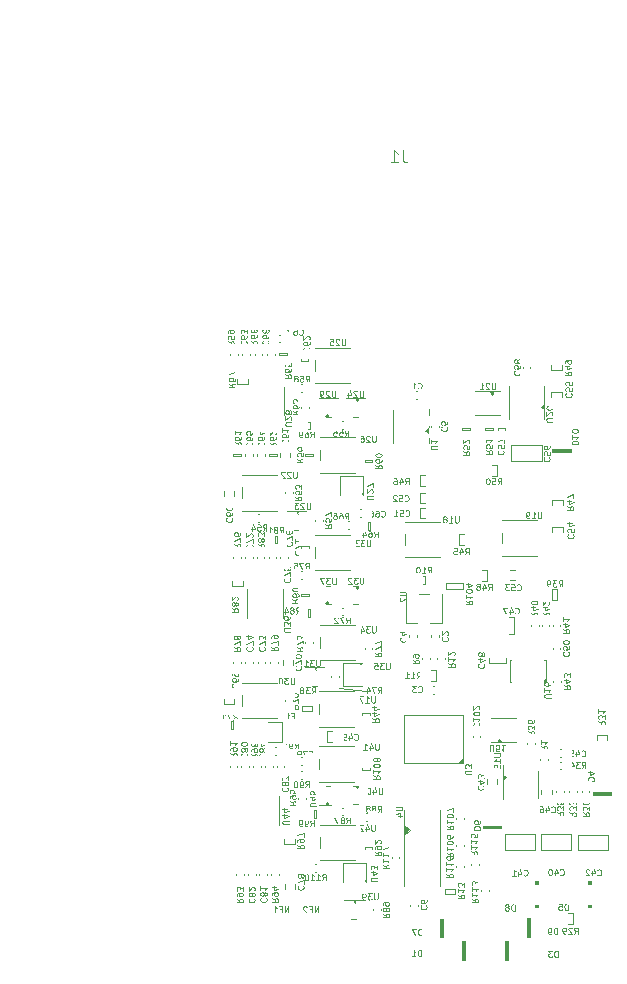
<source format=gbo>
*
%FSLAX26Y26*%
%MOIN*%
%ADD10C,0.004724*%
%ADD11C,0.004331*%
%ADD12C,0.004016*%
%ADD13C,0.015864*%
%ADD14C,0.078744*%
%ADD15C,0.046454*%
%ADD16R,0.020624X0.020624*%
%ADD17C,0.004000*%
%ADD18R,0.032374X0.032374*%
%ADD19C,0.003500*%
%ADD20R,0.028624X0.028624*%
%ADD21R,0.052374X0.052374*%
%ADD22C,0.003000*%
%ADD23R,0.054374X0.054374*%
%ADD24R,0.046374X0.046374*%
%ADD25R,0.032624X0.032624*%
%ADD26R,0.056124X0.056124*%
%ADD27R,0.018874X0.018874*%
%ADD28R,0.113374X0.113374*%
%ADD29R,0.048374X0.048374*%
%ADD30R,0.020874X0.020874*%
%ADD31R,0.074124X0.074124*%
%ADD32R,0.022874X0.022874*%
%ADD33R,0.063874X0.063874*%
%ADD34R,0.044374X0.044374*%
%ADD35R,0.059124X0.059124*%
%ADD36R,0.146624X0.146624*%
%ADD37R,0.026874X0.026874*%
%ADD38C,0.084047*%
%ADD39C,0.112047*%
%ADD40R,0.068124X0.068124*%
%ADD41C,0.057374*%
%ADD42C,0.057124*%
%ADD43C,0.071124*%
%ADD44C,0.170624*%
%ADD45C,0.175197*%
%ADD46C,0.013780*%
%IPPOS*%
%LN052s8c64709a.gbo*%
%LPD*%
G75*
G36*
X995479Y880194D02*
X1016429Y905764D01*
X1016576Y880048D01*
X995479Y880194D01*
G37*
G36*
X1007610Y1568383D02*
X1028560Y1593953D01*
X1028707Y1568237D01*
X1007610Y1568383D01*
G37*
G36*
X1012925Y2244171D02*
X1033875Y2269741D01*
X1034022Y2244025D01*
X1012925Y2244171D01*
G37*
G36*
X1071045Y1923637D02*
X1085950Y1923702D01*
X1078384Y1913829D01*
X1071045Y1923637D01*
G37*
G36*
X1132414Y1403952D02*
X1147319Y1404017D01*
X1139753Y1394144D01*
X1132414Y1403952D01*
G37*
G36*
X1167210Y1613861D02*
X1174777Y1623734D01*
X1182115Y1613926D01*
X1167210Y1613861D01*
G37*
G36*
Y2237956D02*
X1174777Y2247828D01*
X1182115Y2238021D01*
X1167210Y2237956D01*
G37*
G36*
X1168195Y946459D02*
X1175761Y956332D01*
X1183099Y946525D01*
X1168195Y946459D01*
G37*
G36*
X1262974Y627220D02*
X1277879Y627285D01*
X1270313Y617412D01*
X1262974Y627220D01*
G37*
G36*
X1270300Y1010094D02*
X1285205Y1010159D01*
X1277639Y1000286D01*
X1270300Y1010094D01*
G37*
G36*
Y1676511D02*
X1285205Y1676576D01*
X1277639Y1666703D01*
X1270300Y1676511D01*
G37*
G36*
Y2300606D02*
X1285205Y2300671D01*
X1277639Y2290798D01*
X1270300Y2300606D01*
G37*
G36*
X1283159Y1418170D02*
X1294162Y1418051D01*
X1293833Y1406731D01*
X1283159Y1418170D01*
G37*
G36*
X1286227Y1978011D02*
X1297666Y1988685D01*
X1297546Y1977681D01*
X1286227Y1978011D01*
G37*
G36*
X1296070Y687499D02*
X1307509Y698174D01*
X1307388Y687169D01*
X1296070Y687499D01*
G37*
G36*
X1431621Y879510D02*
X1452132Y861397D01*
X1432056Y846778D01*
X1431621Y879510D01*
G37*
G36*
X1503748Y2192007D02*
X1514588Y2201052D01*
X1514505Y2182063D01*
X1503748Y2192007D01*
G37*
G36*
X1553529Y503867D02*
X1553530Y566753D01*
X1561856D01*
Y503867D01*
X1553529D01*
G37*
G36*
X1613739Y1084571D02*
X1629325Y1100770D01*
X1629412Y1084282D01*
X1613739Y1084571D01*
G37*
G36*
X1626343Y429355D02*
X1626344Y492240D01*
X1634670Y492239D01*
X1634669Y429354D01*
X1626343Y429355D01*
G37*
G36*
X1694893Y867994D02*
X1694894Y876320D01*
X1757779Y876319D01*
X1757778Y867993D01*
X1694893Y867994D01*
G37*
G36*
X1718805Y2324236D02*
X1735609Y2324367D01*
X1726641Y2313431D01*
X1718805Y2324236D01*
G37*
G36*
X1740969Y1155547D02*
X1749937Y1166482D01*
X1757772Y1155678D01*
X1740969Y1155547D01*
G37*
G36*
X1761210Y1029503D02*
X1761293Y1048492D01*
X1772050Y1038548D01*
X1761210Y1029503D01*
G37*
G36*
X1770065Y429064D02*
X1770066Y491949D01*
X1778391D01*
Y429063D01*
X1770065Y429064D01*
G37*
G36*
X1843862Y504158D02*
X1843863Y567043D01*
X1852190Y567042D01*
X1852189Y504157D01*
X1843862Y504158D01*
G37*
G36*
X1868031Y604243D02*
X1868032Y616261D01*
X1877842Y616260D01*
X1877841Y604242D01*
X1868031Y604243D01*
G37*
G36*
X1868276Y680401D02*
X1868277Y692419D01*
X1878087Y692418D01*
X1878086Y680400D01*
X1868276Y680401D01*
G37*
G36*
X1889575Y2271731D02*
X1900415Y2280776D01*
X1900332Y2261788D01*
X1889575Y2271731D01*
G37*
G36*
X1894077Y1355944D02*
X1904710Y1366802D01*
X1904851Y1355549D01*
X1894077Y1355944D01*
G37*
G36*
X1925499Y2122936D02*
Y2131262D01*
X1988385D01*
X1988384Y2122936D01*
X1925499D01*
G37*
G36*
X2044704Y604243D02*
X2044705Y616261D01*
X2054515Y616260D01*
X2054514Y604242D01*
X2044704Y604243D01*
G37*
G36*
X2044950Y680401D02*
Y692419D01*
X2054760Y692418D01*
Y680400D01*
X2044950Y680401D01*
G37*
G36*
X2061326Y980219D02*
Y988545D01*
X2124212D01*
X2124211Y980219D01*
X2061326D01*
G37*
G54D10*
X1304938Y1326780D02*
X1217340Y1336032D01*
G54D11*
X164241Y3540134D02*
X166866Y3543884D01*
X168740Y3540134D02*
Y3548008D01*
X165741D01*
X164991Y3547633D01*
X164616Y3547258D01*
X164241Y3546508D01*
Y3545383D01*
X164616Y3544633D01*
X164991Y3544259D01*
X165741Y3543884D01*
X168740D01*
X160866Y3544259D02*
X158242D01*
X157117Y3540134D02*
X160866D01*
Y3548008D01*
X157117D01*
X151118Y3544259D02*
X153742D01*
Y3540134D02*
Y3548008D01*
X149993D01*
X145868D02*
Y3546133D01*
X147743Y3546883D02*
X145868Y3546133D01*
X143993Y3546883D01*
X146993Y3544633D02*
X145868Y3546133D01*
X144743Y3544633D01*
X139869Y3548008D02*
Y3546133D01*
X141744Y3546883D02*
X139869Y3546133D01*
X137994Y3546883D01*
X140994Y3544633D02*
X139869Y3546133D01*
X138744Y3544633D01*
X1428870Y3126968D02*
Y3098846D01*
X1430745Y3093222D01*
X1434494Y3089472D01*
X1440119Y3087598D01*
X1443868D01*
X1389500D02*
X1411997D01*
X1400748D02*
Y3126968D01*
X1404498Y3121343D01*
X1408248Y3117594D01*
X1411997Y3115719D01*
G54D10*
X1890741Y999210D02*
X1926156D01*
Y978392D01*
X1890741D01*
Y999210D01*
X877307Y1068615D02*
X851463D01*
Y1078127D01*
X877307D01*
Y1068615D01*
X1067750Y814521D02*
X1031976D01*
Y833904D01*
X1067750D01*
Y814521D01*
X1925499Y2131263D02*
X1988385D01*
Y2122936D01*
X1925499D01*
Y2131263D01*
X1997000Y584898D02*
X1977617D01*
Y549124D01*
X1997000D01*
Y584898D01*
X1484773Y1950305D02*
X1505592D01*
Y1985720D01*
X1484773D01*
Y1950305D01*
X1928026Y1472263D02*
X1953780D01*
Y1462033D01*
X1928026D01*
Y1472263D01*
X1606187Y905959D02*
X1632030D01*
Y896447D01*
X1606187D01*
Y905959D01*
X1063890Y1410063D02*
X1028475D01*
Y1430882D01*
X1063890D01*
Y1410063D01*
X1492998Y1437455D02*
X1518841D01*
Y1427943D01*
X1492998D01*
Y1437455D01*
X970975Y1414176D02*
X945221D01*
Y1424406D01*
X970975D01*
Y1414176D01*
X2113742Y793930D02*
X2012201D01*
Y846810D01*
X2113742D01*
Y793930D01*
X1061344Y1981093D02*
X1035500D01*
Y1990605D01*
X1061344D01*
Y1981093D01*
X867630Y1972858D02*
X832215D01*
Y1993677D01*
X867630D01*
Y1972858D01*
X1606187Y814423D02*
X1632030D01*
Y804912D01*
X1606187D01*
Y814423D01*
X878563Y2443275D02*
X852719D01*
Y2452787D01*
X878563D01*
Y2443275D01*
X1773722Y1417742D02*
X1717129D01*
Y1437978D01*
X1773722D01*
Y1417742D01*
X1950201Y1104612D02*
X1960431D01*
Y1130366D01*
X1950201D01*
Y1104612D01*
X1522435Y2212420D02*
X1548189D01*
Y2202190D01*
X1522435D01*
Y2212420D01*
X1924467Y1628335D02*
X1943850D01*
Y1664109D01*
X1924467D01*
Y1628335D01*
X1135762Y1727970D02*
X1254068D01*
X1135833Y1769169D02*
Y1804904D01*
X1135905Y1845989D02*
X1253733D01*
X1041065Y1923683D02*
X1104812Y1923791D01*
X1041065Y1860905D02*
X1104920D01*
X1078384Y1913829D02*
X1071044Y1923637D01*
X1085950Y1923703D01*
X1078384Y1913829D01*
X1723680Y2041721D02*
X1743063D01*
Y2077495D01*
X1723680D01*
Y2041721D01*
X1828538Y2409271D02*
X1854292D01*
Y2399041D01*
X1828538D01*
Y2409271D01*
X1714887Y656289D02*
X1689043D01*
Y665801D01*
X1714887D01*
Y656289D01*
X876541Y2367172D02*
X912316D01*
Y2347789D01*
X876541D01*
Y2367172D01*
X1114493Y1640463D02*
X1088650D01*
Y1649975D01*
X1114493D01*
Y1640463D01*
X1008596Y1078485D02*
X1034350D01*
Y1068255D01*
X1008596D01*
Y1078485D01*
X1396994Y2263031D02*
Y2153219D01*
X1514582Y2263808D02*
X1514608Y2153228D01*
X1514506Y2182062D02*
X1503748Y2192006D01*
X1514588Y2201053D01*
X1514506Y2182062D01*
X1090639Y1810036D02*
X1116393D01*
Y1799806D01*
X1090639D01*
Y1810036D01*
X891986Y1234611D02*
X1010292D01*
X892057Y1275810D02*
Y1311545D01*
X892129Y1352630D02*
X1009957D01*
X1520924Y1358322D02*
X1540307D01*
Y1394096D01*
X1520924D01*
Y1358322D01*
X1301068Y2096914D02*
X1326912D01*
Y2087402D01*
X1301068D01*
Y2096914D01*
X1535731Y1342126D02*
X1525501D01*
Y1316372D01*
X1535731D01*
Y1342126D01*
X1054352Y2101434D02*
X1018937D01*
Y2122252D01*
X1054352D01*
Y2101434D01*
X1026161Y1222850D02*
X977664D01*
Y1156168D01*
X1026161D01*
Y1222850D01*
X1061344Y1289085D02*
X1035500D01*
Y1298597D01*
X1061344D01*
Y1289085D01*
X1940832Y994542D02*
X1966676D01*
Y985030D01*
X1940832D01*
Y994542D01*
X1189848Y1377416D02*
X1215692D01*
Y1367904D01*
X1189848D01*
Y1377416D01*
X1088380Y2433877D02*
X1114134D01*
Y2423647D01*
X1088380D01*
Y2433877D01*
X1790993Y2145287D02*
X1892533D01*
Y2092407D01*
X1790993D01*
Y2145287D01*
X1569218Y1427943D02*
X1543374D01*
Y1437455D01*
X1569218D01*
Y1427943D01*
X986595Y1424441D02*
X1012438D01*
Y1414929D01*
X986595D01*
Y1424441D01*
X1652808Y2193691D02*
X1626964D01*
Y2203203D01*
X1652808D01*
Y2193691D01*
X1105548Y962575D02*
X1079705D01*
Y972087D01*
X1105548D01*
Y962575D01*
X1869647Y794914D02*
X1768107D01*
Y847794D01*
X1869647D01*
Y794914D01*
X1312630Y918326D02*
X1303118D01*
Y892483D01*
X1312630D01*
Y918326D01*
X1757779Y867993D02*
X1694893D01*
Y876320D01*
X1757779D01*
Y867993D01*
X1780501Y1515459D02*
X1800737D01*
Y1572051D01*
X1780501D01*
Y1515459D01*
X2110570Y1159228D02*
X2074796D01*
Y1178611D01*
X2110570D01*
Y1159228D01*
X898199Y975795D02*
X1016577D01*
Y880048D01*
X898199D01*
Y975795D01*
X1016577Y880048D02*
X995478Y880193D01*
X1016429Y905767D01*
X1016577Y880048D01*
X1240320Y2300652D02*
X1304067Y2300759D01*
X1240320Y2237873D02*
X1304175D01*
X1277639Y2290797D02*
X1270299Y2300606D01*
X1285206Y2300672D01*
X1277639Y2290797D01*
X1928116Y1547691D02*
X1953959D01*
Y1538179D01*
X1928116D01*
Y1547691D01*
X1012602Y2487489D02*
X1022831D01*
Y2513243D01*
X1012602D01*
Y2487489D01*
X1221726Y910829D02*
X1231238D01*
Y936673D01*
X1221726D01*
Y910829D01*
X1950560Y1064347D02*
X1960072D01*
Y1090190D01*
X1950560D01*
Y1064347D01*
X1440477Y1648961D02*
Y1551083D01*
X1475187D01*
X1519275Y1649608D02*
X1478960Y1649392D01*
X1558189Y1648961D02*
Y1550867D01*
X1520892D01*
X2050517Y985029D02*
X2024673D01*
Y994541D01*
X2050517D01*
Y985029D01*
X1219990Y2042404D02*
X1297547D01*
Y1977681D01*
X1219990D01*
Y2042404D01*
X1297547Y1977681D02*
X1286226Y1978009D01*
X1297666Y1988687D01*
X1297547Y1977681D01*
X1292620Y1931531D02*
X1282390D01*
Y1905777D01*
X1292620D01*
Y1931531D01*
X1104218Y2116589D02*
X1130062D01*
Y2107077D01*
X1104218D01*
Y2116589D01*
X1843862Y504157D02*
X1852190D01*
Y567043D01*
X1843862D01*
Y504157D01*
X910330Y1663984D02*
X1028708D01*
Y1568237D01*
X910330D01*
Y1663984D01*
X1028708Y1568237D02*
X1007609Y1568382D01*
X1028560Y1593956D01*
X1028708Y1568237D01*
X1661900Y1179914D02*
X1687654D01*
Y1169684D01*
X1661900D01*
Y1179914D01*
X1096395Y1057758D02*
X1086883D01*
Y1031914D01*
X1096395D01*
Y1057758D01*
X1135762Y2352065D02*
X1254068D01*
X1135833Y2393264D02*
Y2428999D01*
X1135905Y2470084D02*
X1253733D01*
X1787189Y1429556D02*
X1904852D01*
Y1355549D01*
X1787189D01*
Y1429556D01*
X1904852Y1355549D02*
X1894076Y1355942D01*
X1904710Y1366804D01*
X1904852Y1355549D01*
X1301068Y806402D02*
X1326912D01*
Y796890D01*
X1301068D01*
Y806402D01*
X1505592Y1936257D02*
X1484773D01*
Y1900842D01*
X1505592D01*
Y1936257D01*
X935020Y2452787D02*
X960864D01*
Y2443275D01*
X935020D01*
Y2452787D01*
X1070583Y663410D02*
X1035168D01*
Y684228D01*
X1070583D01*
Y663410D01*
X1929100Y1361668D02*
X1954944D01*
Y1352156D01*
X1929100D01*
Y1361668D01*
X859415Y1693943D02*
X895190D01*
Y1674561D01*
X859415D01*
Y1693943D01*
X1221726Y1577168D02*
X1231238D01*
Y1603011D01*
X1221726D01*
Y1577168D01*
X941744Y1774638D02*
X967587D01*
Y1765126D01*
X941744D01*
Y1774638D01*
X2009178Y985029D02*
X1983335D01*
Y994541D01*
X2009178D01*
Y985029D01*
X1657368Y750841D02*
X1683211D01*
Y741329D01*
X1657368D01*
Y750841D01*
X929941Y1078122D02*
X955785D01*
Y1068610D01*
X929941D01*
Y1078122D01*
X1561857Y566753D02*
X1553529D01*
Y503867D01*
X1561857D01*
Y566753D01*
X1091409Y1276445D02*
X1127183D01*
Y1257063D01*
X1091409D01*
Y1276445D01*
X1152061Y2052608D02*
X1270367D01*
X1152133Y2093807D02*
Y2129542D01*
X1152205Y2170627D02*
X1270032D01*
X854496Y1199587D02*
X864008D01*
Y1225430D01*
X854496D01*
Y1199587D01*
X982179Y2116599D02*
X1008023D01*
Y2107087D01*
X982179D01*
Y2116599D01*
X1744876Y2203562D02*
X1770630D01*
Y2193332D01*
X1744876D01*
Y2203562D01*
X1479740Y605899D02*
X1453986D01*
Y616129D01*
X1479740D01*
Y605899D01*
X929552Y2106728D02*
X903798D01*
Y2116958D01*
X929552D01*
Y2106728D01*
X1434703Y1770889D02*
X1553010D01*
X1434775Y1812089D02*
Y1847824D01*
X1434847Y1888908D02*
X1552675D01*
X1962813Y1852282D02*
X1927398D01*
Y1873100D01*
X1962813D01*
Y1852282D01*
X1806577Y1155254D02*
X1724105D01*
X1806942Y1233712D02*
X1723740D01*
X1757774Y1155678D02*
X1740968Y1155545D01*
X1749936Y1166483D01*
X1757774Y1155678D01*
X1319222Y1060817D02*
X1293379D01*
Y1070329D01*
X1319222D01*
Y1060817D01*
X1603680Y647417D02*
X1567906D01*
Y666800D01*
X1603680D01*
Y647417D01*
X1549622Y1503371D02*
X1523868D01*
Y1513601D01*
X1549622D01*
Y1503371D01*
X2044704Y604242D02*
X2054515D01*
Y616261D01*
X2044704D01*
Y604242D01*
X2044950Y680400D02*
X2054760D01*
Y692419D01*
X2044950D01*
Y680400D01*
X1744309Y1012841D02*
X1708894D01*
Y1033659D01*
X1744309D01*
Y1012841D01*
X1229833Y751892D02*
X1307389D01*
Y687169D01*
X1229833D01*
Y751892D01*
X1307389Y687169D02*
X1296068Y687497D01*
X1307509Y698175D01*
X1307389Y687169D01*
X1102434Y1403998D02*
X1166181Y1404105D01*
X1102434Y1341219D02*
X1166289D01*
X1139753Y1394143D02*
X1132413Y1403952D01*
X1147320Y1404018D01*
X1139753Y1394143D01*
X1195552Y1191077D02*
X1174734D01*
Y1155662D01*
X1195552D01*
Y1191077D01*
X1881304Y1538179D02*
X1855461D01*
Y1547691D01*
X1881304D01*
Y1538179D01*
X1615412Y1812390D02*
X1634795D01*
Y1848164D01*
X1615412D01*
Y1812390D01*
X1096395Y2348270D02*
X1086883D01*
Y2322426D01*
X1096395D01*
Y2348270D01*
X1243379Y1864569D02*
X1252891D01*
Y1890413D01*
X1243379D01*
Y1864569D01*
X1885415Y1101799D02*
X1911258D01*
Y1092288D01*
X1885415D01*
Y1101799D01*
X968922Y2106728D02*
X943168D01*
Y2116958D01*
X968922D01*
Y2106728D01*
X1474819Y1503371D02*
X1449065D01*
Y1513601D01*
X1474819D01*
Y1503371D01*
X1016516Y2453575D02*
X1042360D01*
Y2444063D01*
X1016516D01*
Y2453575D01*
X1096395Y1724175D02*
X1086883D01*
Y1698332D01*
X1096395D01*
Y1724175D01*
X1240320Y1676557D02*
X1304067Y1676665D01*
X1240320Y1613779D02*
X1304175D01*
X1277639Y1666703D02*
X1270299Y1676511D01*
X1285206Y1676577D01*
X1277639Y1666703D01*
X1629287Y1665774D02*
X1572695D01*
Y1685680D01*
X1629287D01*
Y1665774D01*
X929552Y1414720D02*
X903798D01*
Y1424950D01*
X929552D01*
Y1414720D01*
X1148388Y1206151D02*
X1266695D01*
X1148460Y1247350D02*
Y1283085D01*
X1148532Y1324170D02*
X1266360D01*
X1962932Y1942566D02*
X1927158D01*
Y1961949D01*
X1962932D01*
Y1942566D01*
X1007227Y1764846D02*
X981473D01*
Y1775075D01*
X1007227D01*
Y1764846D01*
X1494363Y1683467D02*
X1503875D01*
Y1709311D01*
X1494363D01*
Y1683467D01*
X1804804Y1729927D02*
X1783986D01*
Y1694512D01*
X1804804D01*
Y1729927D01*
X1761215Y966747D02*
X1761189Y1077327D01*
X1878804Y967525D02*
Y1077336D01*
X1772050Y1038549D02*
X1761210Y1029502D01*
X1761291Y1048493D01*
X1772050Y1038549D01*
X1702643Y2203203D02*
X1728487D01*
Y2193691D01*
X1702643D01*
Y2203203D01*
X1485491Y2008256D02*
X1504874D01*
Y2044030D01*
X1485491D01*
Y2008256D01*
X1086524Y1078062D02*
X1096754D01*
Y1103816D01*
X1086524D01*
Y1078062D01*
X1989884Y794914D02*
X1888343D01*
Y847794D01*
X1989884D01*
Y794914D01*
X1868031Y604242D02*
X1877842D01*
Y616261D01*
X1868031D01*
Y604242D01*
X1868276Y680400D02*
X1878087D01*
Y692419D01*
X1868276D01*
Y680400D01*
X1148557Y1023167D02*
X1266863D01*
X1148628Y1064366D02*
Y1100101D01*
X1148701Y1141186D02*
X1266528D01*
X867630Y1280732D02*
X832215D01*
Y1301551D01*
X867630D01*
Y1280732D01*
X1221726Y2200199D02*
X1231238D01*
Y2226043D01*
X1221726D01*
Y2200199D01*
X1782821Y2342755D02*
Y2232944D01*
X1900409Y2343533D02*
X1900435Y2232953D01*
X1900333Y2261787D02*
X1889574Y2271731D01*
X1900415Y2280778D01*
X1900333Y2261787D01*
X873012Y718732D02*
X898856D01*
Y709220D01*
X873012D01*
Y718732D01*
X2061326Y988546D02*
X2124212D01*
Y980219D01*
X2061326D01*
Y988546D01*
X1213080Y1009257D02*
X1149225D01*
X1213080Y946479D02*
X1149332Y946371D01*
X1183101Y946525D02*
X1168194Y946458D01*
X1175761Y956333D01*
X1183101Y946525D01*
X893789Y2453146D02*
X919542D01*
Y2442917D01*
X893789D01*
Y2453146D01*
X1212096Y1676658D02*
X1148240D01*
X1212096Y1613880D02*
X1148348Y1613772D01*
X1182117Y1613926D02*
X1167210Y1613860D01*
X1174776Y1623734D01*
X1182117Y1613926D01*
X1240320Y1010140D02*
X1304067Y1010247D01*
X1240320Y947361D02*
X1304175D01*
X1277639Y1000286D02*
X1270299Y1010094D01*
X1285206Y1010160D01*
X1277639Y1000286D01*
X995424Y1068251D02*
X969670D01*
Y1078481D01*
X995424D01*
Y1068251D01*
X902284Y1775002D02*
X928038D01*
Y1764772D01*
X902284D01*
Y1775002D01*
X1152061Y1428513D02*
X1270367D01*
X1152133Y1469713D02*
Y1505448D01*
X1152205Y1546532D02*
X1270032D01*
X1311293Y1863585D02*
X1320804D01*
Y1889429D01*
X1311293D01*
Y1863585D01*
X1140686Y927010D02*
X1131174D01*
Y901166D01*
X1140686D01*
Y927010D01*
X1328628Y600841D02*
X1354471D01*
Y591329D01*
X1328628D01*
Y600841D01*
X1433472Y1245500D02*
X1629413D01*
Y1084282D01*
X1433472D01*
Y1245500D01*
X1629413Y1084282D02*
X1613738Y1084570D01*
X1629325Y1100772D01*
X1629413Y1084282D01*
X1758625Y1775907D02*
X1876931D01*
X1758696Y1817106D02*
Y1852841D01*
X1758768Y1893926D02*
X1876596D01*
X1479628Y2324737D02*
X1469398D01*
Y2298983D01*
X1479628D01*
Y2324737D01*
X1229440Y1340494D02*
X1294163D01*
Y1418051D01*
X1229440D01*
Y1340494D01*
X1294163Y1418051D02*
X1293835Y1406730D01*
X1283157Y1418170D01*
X1294163Y1418051D01*
X1212096Y2300753D02*
X1148240D01*
X1212096Y2237975D02*
X1148348Y2237867D01*
X1182117Y2238021D02*
X1167210Y2237954D01*
X1174776Y2247829D01*
X1182117Y2238021D01*
X1417643Y765541D02*
X1391799D01*
Y775053D01*
X1417643D01*
Y765541D01*
X1293194Y1253072D02*
X1319038D01*
Y1243560D01*
X1293194D01*
Y1253072D01*
X1958995Y2394464D02*
X1923221D01*
Y2413847D01*
X1958995D01*
Y2394464D01*
X989548Y718535D02*
X1015391D01*
Y709024D01*
X989548D01*
Y718535D01*
X889109Y1765131D02*
X863266D01*
Y1774643D01*
X889109D01*
Y1765131D01*
X1001471Y1816967D02*
X1010982D01*
Y1842810D01*
X1001471D01*
Y1816967D01*
X1152061Y762096D02*
X1270367D01*
X1152133Y803295D02*
Y839030D01*
X1152205Y880115D02*
X1270032D01*
X861989Y1424441D02*
X887832D01*
Y1414929D01*
X861989D01*
Y1424441D01*
X1669635Y2246202D02*
X1752837D01*
X1670000Y2324660D02*
X1752472D01*
X1726641Y2313431D02*
X1718804Y2324236D01*
X1735610Y2324368D01*
X1726641Y2313431D01*
X999181Y1113563D02*
X1008693D01*
Y1139407D01*
X999181D01*
Y1113563D01*
X1104218Y1492573D02*
X1130062D01*
Y1483061D01*
X1104218D01*
Y1492573D01*
X1232994Y627266D02*
X1296741Y627373D01*
X1232994Y564487D02*
X1296849D01*
X1270313Y617412D02*
X1262973Y627220D01*
X1277880Y627286D01*
X1270313Y617412D01*
X1891698Y1547691D02*
X1917542D01*
Y1538179D01*
X1891698D01*
Y1547691D01*
X937708Y708665D02*
X911954D01*
Y718894D01*
X937708D01*
Y708665D01*
X1606187Y744542D02*
X1632030D01*
Y735030D01*
X1606187D01*
Y744542D01*
X1690215Y1693295D02*
X1709598D01*
Y1729069D01*
X1690215D01*
Y1693295D01*
X1135883Y1897101D02*
X1161727D01*
Y1887589D01*
X1135883D01*
Y1897101D01*
X1868721Y1144453D02*
X1842878D01*
Y1153965D01*
X1868721D01*
Y1144453D01*
X915645Y2339772D02*
X1034023D01*
Y2244025D01*
X915645D01*
Y2339772D01*
X1034023Y2244025D02*
X1012924Y2244169D01*
X1033875Y2269743D01*
X1034023Y2244025D01*
X890481Y1078486D02*
X916235D01*
Y1068256D01*
X890481D01*
Y1078486D01*
X892183Y1926799D02*
X1010489D01*
X892254Y1967998D02*
Y2003733D01*
X892326Y2044818D02*
X1010154D01*
X1958876Y2302211D02*
X1923461D01*
Y2323029D01*
X1958876D01*
Y2302211D01*
X864064Y2116599D02*
X889908D01*
Y2107087D01*
X864064D01*
Y2116599D01*
X1114493Y2264557D02*
X1088650D01*
Y2274069D01*
X1114493D01*
Y2264557D01*
X1019182Y1775390D02*
X1044936D01*
Y1765161D01*
X1019182D01*
Y1775390D01*
X1626343Y429354D02*
X1634670D01*
Y492240D01*
X1626343D01*
Y429354D01*
X1143339Y749035D02*
X1133827D01*
Y723192D01*
X1143339D01*
Y749035D01*
X975897Y708665D02*
X950143D01*
Y718894D01*
X975897D01*
Y708665D01*
X1111489Y1573152D02*
X1121001D01*
Y1598996D01*
X1111489D01*
Y1573152D01*
X1778392Y491949D02*
X1770065D01*
Y429063D01*
X1778392D01*
Y491949D01*
X942198Y1888191D02*
X951710D01*
Y1914035D01*
X942198D01*
Y1888191D01*
X1431600Y675416D02*
X1431551Y927608D01*
X1553788Y675221D02*
Y927169D01*
X1452133Y861398D02*
X1432056Y846777D01*
X1431620Y879511D01*
X1452133Y861398D01*
X1110955Y2197247D02*
X1120467D01*
Y2223090D01*
X1110955D01*
Y2197247D01*
X1301068Y1472819D02*
X1326912D01*
Y1463307D01*
X1301068D01*
Y1472819D01*
X1002078Y2442917D02*
X976324D01*
Y2453146D01*
X1002078D01*
Y2442917D01*
G54D12*
X1924238Y922577D02*
X1925213Y921602D01*
X1928138Y920627D01*
X1930087D01*
X1933012Y921602D01*
X1934962Y923552D01*
X1935937Y925500D01*
X1936912Y929400D01*
Y932325D01*
X1935937Y936224D01*
X1934962Y938174D01*
X1933012Y940124D01*
X1930087Y941099D01*
X1928138D01*
X1925213Y940124D01*
X1924238Y939149D01*
X1906690Y934275D02*
Y920627D01*
X1911564Y942074D02*
X1916439Y927450D01*
X1903765D01*
X1887193Y941099D02*
X1891092D01*
X1893042Y940124D01*
X1894017Y939149D01*
X1895967Y936224D01*
X1896942Y932325D01*
Y924525D01*
X1895967Y922577D01*
X1894992Y921602D01*
X1893042Y920627D01*
X1889142D01*
X1887193Y921602D01*
X1886218Y922577D01*
X1885243Y924525D01*
Y929400D01*
X1886218Y931350D01*
X1887193Y932325D01*
X1889142Y933300D01*
X1893042D01*
X1894992Y932325D01*
X1895967Y931350D01*
X1896942Y929400D01*
X854186Y1118002D02*
X863935Y1111178D01*
X854186Y1106303D02*
X874659D01*
Y1114102D01*
X873684Y1116052D01*
X872710Y1117027D01*
X870760Y1118002D01*
X867835D01*
X865885Y1117027D01*
X864910Y1116052D01*
X863935Y1114102D01*
Y1106303D01*
X854186Y1127750D02*
Y1131650D01*
X855161Y1133599D01*
X856136Y1134574D01*
X859061Y1136524D01*
X862960Y1137499D01*
X870760D01*
X872710Y1136524D01*
X873684Y1135549D01*
X874659Y1133599D01*
Y1129700D01*
X873684Y1127750D01*
X872710Y1126775D01*
X870760Y1125800D01*
X865885D01*
X863935Y1126775D01*
X862960Y1127750D01*
X861986Y1129700D01*
Y1133599D01*
X862960Y1135549D01*
X863935Y1136524D01*
X865885Y1137499D01*
X854186Y1156996D02*
Y1145298D01*
Y1151148D02*
X874659D01*
X871735Y1149198D01*
X869785Y1147248D01*
X868810Y1145298D01*
X1077246Y813386D02*
X1086995Y806563D01*
X1077246Y801689D02*
X1097718D01*
Y809488D01*
X1096743Y811438D01*
X1095768Y812411D01*
X1093818Y813386D01*
X1090893D01*
X1088945Y812411D01*
X1087970Y811438D01*
X1086995Y809488D01*
Y801689D01*
X1077246Y823135D02*
Y827035D01*
X1078221Y828985D01*
X1079196Y829960D01*
X1082120Y831910D01*
X1086020Y832885D01*
X1093818D01*
X1095768Y831910D01*
X1096743Y830935D01*
X1097718Y828985D01*
Y825085D01*
X1096743Y823135D01*
X1095768Y822161D01*
X1093818Y821186D01*
X1088945D01*
X1086995Y822161D01*
X1086020Y823135D01*
X1085045Y825085D01*
Y828985D01*
X1086020Y830935D01*
X1086995Y831910D01*
X1088945Y832885D01*
X1097718Y839709D02*
Y853357D01*
X1077246Y844582D01*
X1992207Y2147264D02*
X2012679D01*
Y2152139D01*
X2011704Y2155063D01*
X2009755Y2157013D01*
X2007805Y2157988D01*
X2003905Y2158963D01*
X2000980D01*
X1997082Y2157988D01*
X1995132Y2157013D01*
X1993182Y2155063D01*
X1992207Y2152139D01*
Y2147264D01*
Y2178460D02*
Y2166761D01*
Y2172611D02*
X2012679D01*
X2009755Y2170661D01*
X2007805Y2168711D01*
X2006830Y2166761D01*
X2012679Y2191134D02*
Y2193084D01*
X2011704Y2195032D01*
X2010730Y2196007D01*
X2008780Y2196982D01*
X2004880Y2197957D01*
X2000007D01*
X1996107Y2196982D01*
X1994157Y2196007D01*
X1993182Y2195032D01*
X1992207Y2193084D01*
Y2191134D01*
X1993182Y2189184D01*
X1994157Y2188209D01*
X1996107Y2187234D01*
X2000007Y2186259D01*
X2004880D01*
X2008780Y2187234D01*
X2010730Y2188209D01*
X2011704Y2189184D01*
X2012679Y2191134D01*
X1999953Y516199D02*
X2006777Y525948D01*
X2011650Y516199D02*
Y536671D01*
X2003852D01*
X2001902Y535696D01*
X2000927Y534721D01*
X1999953Y532773D01*
Y529848D01*
X2000927Y527898D01*
X2001902Y526923D01*
X2003852Y525948D01*
X2011650D01*
X1992153Y534721D02*
X1991178Y535696D01*
X1989229Y536671D01*
X1984354D01*
X1982404Y535696D01*
X1981429Y534721D01*
X1980454Y532773D01*
Y530823D01*
X1981429Y527898D01*
X1993128Y516199D01*
X1980454D01*
X1970705D02*
X1966807D01*
X1964857Y517174D01*
X1963882Y518149D01*
X1961932Y521074D01*
X1960957Y524973D01*
Y532773D01*
X1961932Y534721D01*
X1962907Y535696D01*
X1964857Y536671D01*
X1968757D01*
X1970705Y535696D01*
X1971680Y534721D01*
X1972655Y532773D01*
Y527898D01*
X1971680Y525948D01*
X1970705Y524973D01*
X1968757Y523999D01*
X1964857D01*
X1962907Y524973D01*
X1961932Y525948D01*
X1960957Y527898D01*
X1435266Y1959502D02*
X1436241Y1958529D01*
X1439166Y1957554D01*
X1441116D01*
X1444041Y1958529D01*
X1445989Y1960477D01*
X1446964Y1962427D01*
X1447939Y1966327D01*
Y1969252D01*
X1446964Y1973151D01*
X1445989Y1975101D01*
X1444041Y1977051D01*
X1441116Y1978026D01*
X1439166D01*
X1436241Y1977051D01*
X1435266Y1976076D01*
X1416743Y1978026D02*
X1426492D01*
X1427467Y1968277D01*
X1426492Y1969252D01*
X1424542Y1970226D01*
X1419668D01*
X1417718Y1969252D01*
X1416743Y1968277D01*
X1415768Y1966327D01*
Y1961452D01*
X1416743Y1959502D01*
X1417718Y1958529D01*
X1419668Y1957554D01*
X1424542D01*
X1426492Y1958529D01*
X1427467Y1959502D01*
X1407970Y1976076D02*
X1406995Y1977051D01*
X1405045Y1978026D01*
X1400171D01*
X1398221Y1977051D01*
X1397246Y1976076D01*
X1396271Y1974126D01*
Y1972176D01*
X1397246Y1969252D01*
X1408945Y1957554D01*
X1396271D01*
X1964435Y1455094D02*
X1963460Y1454119D01*
X1962485Y1451196D01*
Y1449246D01*
X1963460Y1446321D01*
X1965410Y1444371D01*
X1967360Y1443396D01*
X1971259Y1442421D01*
X1974184D01*
X1978084Y1443396D01*
X1980033Y1444371D01*
X1981983Y1446321D01*
X1982958Y1449246D01*
Y1451196D01*
X1981983Y1454119D01*
X1981008Y1455094D01*
X1982958Y1473617D02*
Y1463868D01*
X1973209Y1462893D01*
X1974184Y1463868D01*
X1975159Y1465818D01*
Y1470693D01*
X1974184Y1472642D01*
X1973209Y1473617D01*
X1971259Y1474592D01*
X1966385D01*
X1964435Y1473617D01*
X1963460Y1472642D01*
X1962485Y1470693D01*
Y1465818D01*
X1963460Y1463868D01*
X1964435Y1462893D01*
X1982958Y1487265D02*
Y1489215D01*
X1981983Y1491165D01*
X1981008Y1492140D01*
X1979059Y1493115D01*
X1975159Y1494089D01*
X1970284D01*
X1966385Y1493115D01*
X1964435Y1492140D01*
X1963460Y1491165D01*
X1962485Y1489215D01*
Y1487265D01*
X1963460Y1485315D01*
X1964435Y1484340D01*
X1966385Y1483365D01*
X1970284Y1482392D01*
X1975159D01*
X1979059Y1483365D01*
X1981008Y1484340D01*
X1981983Y1485315D01*
X1982958Y1487265D01*
X1574891Y876476D02*
X1584640Y869652D01*
X1574891Y864777D02*
X1595363D01*
Y872576D01*
X1594388Y874526D01*
X1593413Y875501D01*
X1591463Y876476D01*
X1588538D01*
X1586590Y875501D01*
X1585615Y874526D01*
X1584640Y872576D01*
Y864777D01*
X1574891Y895973D02*
Y884275D01*
Y890125D02*
X1595363D01*
X1592438Y888175D01*
X1590488Y886225D01*
X1589513Y884275D01*
X1595363Y908647D02*
Y910597D01*
X1594388Y912547D01*
X1593413Y913521D01*
X1591463Y914496D01*
X1587565Y915471D01*
X1582690D01*
X1578790Y914496D01*
X1576841Y913521D01*
X1575866Y912547D01*
X1574891Y910597D01*
Y908647D01*
X1575866Y906697D01*
X1576841Y905722D01*
X1578790Y904747D01*
X1582690Y903772D01*
X1587565D01*
X1591463Y904747D01*
X1593413Y905722D01*
X1594388Y906697D01*
X1595363Y908647D01*
Y922296D02*
Y935943D01*
X1574891Y927169D01*
X1071402Y1408489D02*
X1070427Y1407514D01*
X1069452Y1404589D01*
Y1402639D01*
X1070427Y1399714D01*
X1072377Y1397765D01*
X1074327Y1396790D01*
X1078225Y1395815D01*
X1081150D01*
X1085050Y1396790D01*
X1087000Y1397765D01*
X1088949Y1399714D01*
X1089924Y1402639D01*
Y1404589D01*
X1088949Y1407514D01*
X1087975Y1408489D01*
X1089924Y1415312D02*
Y1428961D01*
X1069452Y1420187D01*
X1089924Y1440660D02*
Y1442608D01*
X1088949Y1444558D01*
X1087975Y1445533D01*
X1086025Y1446508D01*
X1082125Y1447483D01*
X1077252D01*
X1073352Y1446508D01*
X1071402Y1445533D01*
X1070427Y1444558D01*
X1069452Y1442608D01*
Y1440660D01*
X1070427Y1438710D01*
X1071402Y1437735D01*
X1073352Y1436760D01*
X1077252Y1435785D01*
X1082125D01*
X1086025Y1436760D01*
X1087975Y1437735D01*
X1088949Y1438710D01*
X1089924Y1440660D01*
X1461279Y1429104D02*
X1471028Y1422279D01*
X1461279Y1417406D02*
X1481751D01*
Y1425204D01*
X1480776Y1427154D01*
X1479801Y1428129D01*
X1477851Y1429104D01*
X1474928D01*
X1472978Y1428129D01*
X1472003Y1427154D01*
X1471028Y1425204D01*
Y1417406D01*
X1461279Y1438853D02*
Y1442752D01*
X1462254Y1444702D01*
X1463229Y1445677D01*
X1466154Y1447627D01*
X1470053Y1448602D01*
X1477851D01*
X1479801Y1447627D01*
X1480776Y1446652D01*
X1481751Y1444702D01*
Y1440802D01*
X1480776Y1438853D01*
X1479801Y1437878D01*
X1477851Y1436903D01*
X1472978D01*
X1471028Y1437878D01*
X1470053Y1438853D01*
X1469078Y1440802D01*
Y1444702D01*
X1470053Y1446652D01*
X1471028Y1447627D01*
X1472978Y1448602D01*
X950559Y1471159D02*
X949584Y1470184D01*
X948610Y1467259D01*
Y1465309D01*
X949584Y1462385D01*
X951534Y1460435D01*
X953484Y1459460D01*
X957384Y1458485D01*
X960307D01*
X964207Y1459460D01*
X966157Y1460435D01*
X968107Y1462385D01*
X969082Y1465309D01*
Y1467259D01*
X968107Y1470184D01*
X967132Y1471159D01*
X969082Y1477982D02*
Y1491631D01*
X948610Y1482857D01*
X969082Y1497480D02*
Y1510153D01*
X961282Y1503330D01*
Y1506253D01*
X960307Y1508203D01*
X959334Y1509178D01*
X957384Y1510153D01*
X952509D01*
X950559Y1509178D01*
X949584Y1508203D01*
X948610Y1506253D01*
Y1500405D01*
X949584Y1498455D01*
X950559Y1497480D01*
X2077171Y712540D02*
X2078146Y711565D01*
X2081070Y710590D01*
X2083020D01*
X2085945Y711565D01*
X2087895Y713515D01*
X2088870Y715465D01*
X2089845Y719365D01*
Y722289D01*
X2088870Y726189D01*
X2087895Y728139D01*
X2085945Y730089D01*
X2083020Y731064D01*
X2081070D01*
X2078146Y730089D01*
X2077171Y729114D01*
X2059623Y724239D02*
Y710590D01*
X2064498Y732038D02*
X2069373Y717415D01*
X2056699D01*
X2049874Y729114D02*
X2048900Y730089D01*
X2046950Y731064D01*
X2042075D01*
X2040125Y730089D01*
X2039150Y729114D01*
X2038177Y727164D01*
Y725214D01*
X2039150Y722289D01*
X2050849Y710590D01*
X2038177D01*
X1070175Y1973306D02*
X1079923Y1966483D01*
X1070175Y1961608D02*
X1090647D01*
Y1969408D01*
X1089672Y1971356D01*
X1088698Y1972331D01*
X1086748Y1973306D01*
X1083823D01*
X1081873Y1972331D01*
X1080898Y1971356D01*
X1079923Y1969408D01*
Y1961608D01*
X1090647Y1991829D02*
Y1982080D01*
X1080898Y1981106D01*
X1081873Y1982080D01*
X1082848Y1984030D01*
Y1988905D01*
X1081873Y1990855D01*
X1080898Y1991829D01*
X1078948Y1992804D01*
X1074075D01*
X1072125Y1991829D01*
X1071150Y1990855D01*
X1070175Y1988905D01*
Y1984030D01*
X1071150Y1982080D01*
X1072125Y1981106D01*
X1090647Y1999629D02*
Y2012301D01*
X1082848Y2005478D01*
Y2008403D01*
X1081873Y2010353D01*
X1080898Y2011328D01*
X1078948Y2012301D01*
X1074075D01*
X1072125Y2011328D01*
X1071150Y2010353D01*
X1070175Y2008403D01*
Y2002553D01*
X1071150Y2000604D01*
X1072125Y1999629D01*
X841907Y1901924D02*
X840932Y1900950D01*
X839957Y1898025D01*
Y1896075D01*
X840932Y1893150D01*
X842882Y1891200D01*
X844832Y1890227D01*
X848732Y1889252D01*
X851655D01*
X855555Y1890227D01*
X857505Y1891200D01*
X859455Y1893150D01*
X860429Y1896075D01*
Y1898025D01*
X859455Y1900950D01*
X858480Y1901924D01*
X860429Y1919473D02*
Y1915573D01*
X859455Y1913623D01*
X858480Y1912648D01*
X855555Y1910699D01*
X851655Y1909724D01*
X843857D01*
X841907Y1910699D01*
X840932Y1911674D01*
X839957Y1913623D01*
Y1917523D01*
X840932Y1919473D01*
X841907Y1920448D01*
X843857Y1921423D01*
X848732D01*
X850680Y1920448D01*
X851655Y1919473D01*
X852630Y1917523D01*
Y1913623D01*
X851655Y1911674D01*
X850680Y1910699D01*
X848732Y1909724D01*
X860429Y1934095D02*
Y1936045D01*
X859455Y1937995D01*
X858480Y1938970D01*
X856530Y1939945D01*
X852630Y1940920D01*
X847757D01*
X843857Y1939945D01*
X841907Y1938970D01*
X840932Y1937995D01*
X839957Y1936045D01*
Y1934095D01*
X840932Y1932146D01*
X841907Y1931171D01*
X843857Y1930196D01*
X847757Y1929221D01*
X852630D01*
X856530Y1930196D01*
X858480Y1931171D01*
X859455Y1932146D01*
X860429Y1934095D01*
X1574861Y786418D02*
X1584610Y779593D01*
X1574861Y774719D02*
X1595334D01*
Y782518D01*
X1594359Y784468D01*
X1593384Y785443D01*
X1591434Y786418D01*
X1588509D01*
X1586560Y785443D01*
X1585585Y784468D01*
X1584610Y782518D01*
Y774719D01*
X1574861Y805916D02*
Y794217D01*
Y800066D02*
X1595334D01*
X1592409Y798116D01*
X1590459Y796167D01*
X1589484Y794217D01*
X1595334Y818588D02*
Y820538D01*
X1594359Y822488D01*
X1593384Y823463D01*
X1591434Y824438D01*
X1587535Y825413D01*
X1582660D01*
X1578760Y824438D01*
X1576811Y823463D01*
X1575836Y822488D01*
X1574861Y820538D01*
Y818588D01*
X1575836Y816639D01*
X1576811Y815664D01*
X1578760Y814689D01*
X1582660Y813714D01*
X1587535D01*
X1591434Y814689D01*
X1593384Y815664D01*
X1594359Y816639D01*
X1595334Y818588D01*
Y842960D02*
Y839062D01*
X1594359Y837112D01*
X1593384Y836137D01*
X1590459Y834187D01*
X1586560Y833212D01*
X1578760D01*
X1576811Y834187D01*
X1575836Y835162D01*
X1574861Y837112D01*
Y841010D01*
X1575836Y842960D01*
X1576811Y843935D01*
X1578760Y844910D01*
X1583635D01*
X1585585Y843935D01*
X1586560Y842960D01*
X1587535Y841010D01*
Y837112D01*
X1586560Y835162D01*
X1585585Y834187D01*
X1583635Y833212D01*
X844734Y2490620D02*
X854483Y2483795D01*
X844734Y2478922D02*
X865207D01*
Y2486720D01*
X864233Y2488670D01*
X863258Y2489645D01*
X861308Y2490620D01*
X858383D01*
X856433Y2489645D01*
X855458Y2488670D01*
X854483Y2486720D01*
Y2478922D01*
X865207Y2509143D02*
Y2499394D01*
X855458Y2498419D01*
X856433Y2499394D01*
X857408Y2501344D01*
Y2506218D01*
X856433Y2508168D01*
X855458Y2509143D01*
X853509Y2510118D01*
X848634D01*
X846684Y2509143D01*
X845709Y2508168D01*
X844734Y2506218D01*
Y2501344D01*
X845709Y2499394D01*
X846684Y2498419D01*
X844734Y2519866D02*
Y2523766D01*
X845709Y2525715D01*
X846684Y2526690D01*
X849609Y2528640D01*
X853509Y2529615D01*
X861308D01*
X863258Y2528640D01*
X864233Y2527665D01*
X865207Y2525715D01*
Y2521816D01*
X864233Y2519866D01*
X863258Y2518891D01*
X861308Y2517916D01*
X856433D01*
X854483Y2518891D01*
X853509Y2519866D01*
X852534Y2521816D01*
Y2525715D01*
X853509Y2527665D01*
X854483Y2528640D01*
X856433Y2529615D01*
X1681657Y1415136D02*
X1680682Y1414161D01*
X1679707Y1411237D01*
Y1409287D01*
X1680682Y1406362D01*
X1682632Y1404412D01*
X1684581Y1403437D01*
X1688481Y1402462D01*
X1691406D01*
X1695305Y1403437D01*
X1697255Y1404412D01*
X1699205Y1406362D01*
X1700180Y1409287D01*
Y1411237D01*
X1699205Y1414161D01*
X1698230Y1415136D01*
X1693356Y1432685D02*
X1679707D01*
X1701155Y1427810D02*
X1686531Y1422936D01*
Y1435608D01*
X1691406Y1446332D02*
X1692381Y1444382D01*
X1693356Y1443408D01*
X1695305Y1442433D01*
X1696280D01*
X1698230Y1443408D01*
X1699205Y1444382D01*
X1700180Y1446332D01*
Y1450232D01*
X1699205Y1452182D01*
X1698230Y1453157D01*
X1696280Y1454131D01*
X1695305D01*
X1693356Y1453157D01*
X1692381Y1452182D01*
X1691406Y1450232D01*
Y1446332D01*
X1690431Y1444382D01*
X1689456Y1443408D01*
X1687506Y1442433D01*
X1683606D01*
X1681657Y1443408D01*
X1680682Y1444382D01*
X1679707Y1446332D01*
Y1450232D01*
X1680682Y1452182D01*
X1681657Y1453157D01*
X1683606Y1454131D01*
X1687506D01*
X1689456Y1453157D01*
X1690431Y1452182D01*
X1691406Y1450232D01*
X2024649Y1108983D02*
X2025624Y1108008D01*
X2028547Y1107033D01*
X2030497D01*
X2033422Y1108008D01*
X2035372Y1109958D01*
X2036347Y1111908D01*
X2037322Y1115807D01*
Y1118732D01*
X2036347Y1122632D01*
X2035372Y1124581D01*
X2033422Y1126531D01*
X2030497Y1127506D01*
X2028547D01*
X2025624Y1126531D01*
X2024649Y1125556D01*
X2007100Y1120682D02*
Y1107033D01*
X2011975Y1128481D02*
X2016849Y1113857D01*
X2004176D01*
X1986628Y1127506D02*
X1996376D01*
X1997351Y1117757D01*
X1996376Y1118732D01*
X1994428Y1119707D01*
X1989553D01*
X1987603Y1118732D01*
X1986628Y1117757D01*
X1985653Y1115807D01*
Y1110933D01*
X1986628Y1108983D01*
X1987603Y1108008D01*
X1989553Y1107033D01*
X1994428D01*
X1996376Y1108008D01*
X1997351Y1108983D01*
X1558531Y2204958D02*
X1557557Y2203983D01*
X1556582Y2201058D01*
Y2199108D01*
X1557557Y2196184D01*
X1559506Y2194234D01*
X1561456Y2193259D01*
X1565356Y2192284D01*
X1568281D01*
X1572179Y2193259D01*
X1574129Y2194234D01*
X1576079Y2196184D01*
X1577054Y2199108D01*
Y2201058D01*
X1576079Y2203983D01*
X1575104Y2204958D01*
X1577054Y2223480D02*
Y2213731D01*
X1567306Y2212756D01*
X1568281Y2213731D01*
X1569254Y2215681D01*
Y2220555D01*
X1568281Y2222505D01*
X1567306Y2223480D01*
X1565356Y2224455D01*
X1560481D01*
X1558531Y2223480D01*
X1557557Y2222505D01*
X1556582Y2220555D01*
Y2215681D01*
X1557557Y2213731D01*
X1558531Y2212756D01*
X1947781Y1673294D02*
X1954606Y1683043D01*
X1959480Y1673294D02*
Y1693767D01*
X1951681D01*
X1949731Y1692792D01*
X1948756Y1691817D01*
X1947781Y1689867D01*
Y1686943D01*
X1948756Y1684993D01*
X1949731Y1684018D01*
X1951681Y1683043D01*
X1959480D01*
X1940958Y1693767D02*
X1928284D01*
X1935108Y1685968D01*
X1932184D01*
X1930234Y1684993D01*
X1929259Y1684018D01*
X1928284Y1682068D01*
Y1677194D01*
X1929259Y1675244D01*
X1930234Y1674269D01*
X1932184Y1673294D01*
X1938033D01*
X1939983Y1674269D01*
X1940958Y1675244D01*
X1918535Y1673294D02*
X1914635D01*
X1912687Y1674269D01*
X1911712Y1675244D01*
X1909762Y1678168D01*
X1908787Y1682068D01*
Y1689867D01*
X1909762Y1691817D01*
X1910737Y1692792D01*
X1912687Y1693767D01*
X1916585D01*
X1918535Y1692792D01*
X1919510Y1691817D01*
X1920485Y1689867D01*
Y1684993D01*
X1919510Y1683043D01*
X1918535Y1682068D01*
X1916585Y1681093D01*
X1912687D01*
X1910737Y1682068D01*
X1909762Y1683043D01*
X1908787Y1684993D01*
X1320411Y1827995D02*
Y1811422D01*
X1319436Y1809473D01*
X1318461Y1808498D01*
X1316511Y1807523D01*
X1312611D01*
X1310661Y1808498D01*
X1309687Y1809473D01*
X1308712Y1811422D01*
Y1827995D01*
X1300912D02*
X1288240D01*
X1295063Y1820197D01*
X1292138D01*
X1290188Y1819222D01*
X1289215Y1818247D01*
X1288240Y1816297D01*
Y1811422D01*
X1289215Y1809473D01*
X1290188Y1808498D01*
X1292138Y1807523D01*
X1297988D01*
X1299937Y1808498D01*
X1300912Y1809473D01*
X1281415Y1827995D02*
X1268741D01*
X1275566Y1820197D01*
X1272641D01*
X1270691Y1819222D01*
X1269716Y1818247D01*
X1268741Y1816297D01*
Y1811422D01*
X1269716Y1809473D01*
X1270691Y1808498D01*
X1272641Y1807523D01*
X1278491D01*
X1280440Y1808498D01*
X1281415Y1809473D01*
X1119657Y1952415D02*
Y1935843D01*
X1118682Y1933893D01*
X1117707Y1932918D01*
X1115759Y1931943D01*
X1111859D01*
X1109909Y1932918D01*
X1108934Y1933893D01*
X1107959Y1935843D01*
Y1952415D01*
X1099185Y1950465D02*
X1098210Y1951440D01*
X1096260Y1952415D01*
X1091386D01*
X1089436Y1951440D01*
X1088461Y1950465D01*
X1087486Y1948515D01*
Y1946566D01*
X1088461Y1943641D01*
X1100160Y1931943D01*
X1087486D01*
X1080663Y1952415D02*
X1067989D01*
X1074814Y1944616D01*
X1071889D01*
X1069939Y1943641D01*
X1068964Y1942666D01*
X1067989Y1940716D01*
Y1935843D01*
X1068964Y1933893D01*
X1069939Y1932918D01*
X1071889Y1931943D01*
X1077738D01*
X1079688Y1932918D01*
X1080663Y1933893D01*
X1745244Y2013860D02*
X1752069Y2023609D01*
X1756943Y2013860D02*
Y2034333D01*
X1749144D01*
X1747194Y2033358D01*
X1746219Y2032383D01*
X1745244Y2030433D01*
Y2027509D01*
X1746219Y2025559D01*
X1747194Y2024584D01*
X1749144Y2023609D01*
X1756943D01*
X1726722Y2034333D02*
X1736471D01*
X1737446Y2024584D01*
X1736471Y2025559D01*
X1734521Y2026534D01*
X1729647D01*
X1727697Y2025559D01*
X1726722Y2024584D01*
X1725747Y2022634D01*
Y2017760D01*
X1726722Y2015810D01*
X1727697Y2014835D01*
X1729647Y2013860D01*
X1734521D01*
X1736471Y2014835D01*
X1737446Y2015810D01*
X1713073Y2034333D02*
X1711123D01*
X1709175Y2033358D01*
X1708200Y2032383D01*
X1707225Y2030433D01*
X1706250Y2026534D01*
Y2021659D01*
X1707225Y2017760D01*
X1708200Y2015810D01*
X1709175Y2014835D01*
X1711123Y2013860D01*
X1713073D01*
X1715023Y2014835D01*
X1715998Y2015810D01*
X1716973Y2017760D01*
X1717948Y2021659D01*
Y2026534D01*
X1716973Y2030433D01*
X1715998Y2032383D01*
X1715023Y2033358D01*
X1713073Y2034333D01*
X1801256Y2391884D02*
X1800281Y2390909D01*
X1799306Y2387984D01*
Y2386036D01*
X1800281Y2383111D01*
X1802231Y2381161D01*
X1804179Y2380186D01*
X1808079Y2379211D01*
X1811004D01*
X1814903Y2380186D01*
X1816853Y2381161D01*
X1818803Y2383111D01*
X1819778Y2386036D01*
Y2387984D01*
X1818803Y2390909D01*
X1817828Y2391884D01*
X1819778Y2410407D02*
Y2400658D01*
X1810029Y2399683D01*
X1811004Y2400658D01*
X1811979Y2402608D01*
Y2407482D01*
X1811004Y2409432D01*
X1810029Y2410407D01*
X1808079Y2411382D01*
X1803206D01*
X1801256Y2410407D01*
X1800281Y2409432D01*
X1799306Y2407482D01*
Y2402608D01*
X1800281Y2400658D01*
X1801256Y2399683D01*
X1811004Y2423080D02*
X1811979Y2421130D01*
X1812954Y2420155D01*
X1814903Y2419180D01*
X1815878D01*
X1817828Y2420155D01*
X1818803Y2421130D01*
X1819778Y2423080D01*
Y2426980D01*
X1818803Y2428929D01*
X1817828Y2429904D01*
X1815878Y2430879D01*
X1814903D01*
X1812954Y2429904D01*
X1811979Y2428929D01*
X1811004Y2426980D01*
Y2423080D01*
X1810029Y2421130D01*
X1809054Y2420155D01*
X1807104Y2419180D01*
X1803206D01*
X1801256Y2420155D01*
X1800281Y2421130D01*
X1799306Y2423080D01*
Y2426980D01*
X1800281Y2428929D01*
X1801256Y2429904D01*
X1803206Y2430879D01*
X1807104D01*
X1809054Y2429904D01*
X1810029Y2428929D01*
X1811004Y2426980D01*
X1658350Y632468D02*
X1668099Y625643D01*
X1658350Y620770D02*
X1678823D01*
Y628568D01*
X1677848Y630518D01*
X1676874Y631493D01*
X1674924Y632468D01*
X1671999D01*
X1670049Y631493D01*
X1669074Y630518D01*
X1668099Y628568D01*
Y620770D01*
X1658350Y651966D02*
Y640267D01*
Y646116D02*
X1678823D01*
X1675899Y644166D01*
X1673949Y642217D01*
X1672974Y640267D01*
X1658350Y671463D02*
Y659764D01*
Y665613D02*
X1678823D01*
X1675899Y663664D01*
X1673949Y661714D01*
X1672974Y659764D01*
X1678823Y678287D02*
Y690961D01*
X1671024Y684137D01*
Y687061D01*
X1670049Y689011D01*
X1669074Y689986D01*
X1667124Y690961D01*
X1662250D01*
X1660300Y689986D01*
X1659325Y689011D01*
X1658350Y687061D01*
Y681212D01*
X1659325Y679262D01*
X1660300Y678287D01*
X850058Y2349406D02*
X859807Y2342582D01*
X850058Y2337707D02*
X870531D01*
Y2345506D01*
X869556Y2347456D01*
X868582Y2348431D01*
X866632Y2349406D01*
X863707D01*
X861757Y2348431D01*
X860782Y2347456D01*
X859807Y2345506D01*
Y2337707D01*
X870531Y2366954D02*
Y2363055D01*
X869556Y2361105D01*
X868582Y2360130D01*
X865657Y2358180D01*
X861757Y2357205D01*
X853958D01*
X852008Y2358180D01*
X851033Y2359155D01*
X850058Y2361105D01*
Y2365005D01*
X851033Y2366954D01*
X852008Y2367929D01*
X853958Y2368904D01*
X858833D01*
X860782Y2367929D01*
X861757Y2366954D01*
X862732Y2365005D01*
Y2361105D01*
X861757Y2359155D01*
X860782Y2358180D01*
X858833Y2357205D01*
X870531Y2375729D02*
Y2389376D01*
X850058Y2380602D01*
X1060690Y1630996D02*
X1070440Y1624172D01*
X1060690Y1619298D02*
X1081163D01*
Y1627097D01*
X1080188Y1629047D01*
X1079213Y1630021D01*
X1077263Y1630996D01*
X1074338D01*
X1072388Y1630021D01*
X1071413Y1629047D01*
X1070440Y1627097D01*
Y1619298D01*
X1072388Y1642694D02*
X1073363Y1640744D01*
X1074338Y1639771D01*
X1076288Y1638796D01*
X1077263D01*
X1079213Y1639771D01*
X1080188Y1640744D01*
X1081163Y1642694D01*
Y1646594D01*
X1080188Y1648544D01*
X1079213Y1649519D01*
X1077263Y1650494D01*
X1076288D01*
X1074338Y1649519D01*
X1073363Y1648544D01*
X1072388Y1646594D01*
Y1642694D01*
X1071413Y1640744D01*
X1070440Y1639771D01*
X1068490Y1638796D01*
X1064590D01*
X1062640Y1639771D01*
X1061665Y1640744D01*
X1060690Y1642694D01*
Y1646594D01*
X1061665Y1648544D01*
X1062640Y1649519D01*
X1064590Y1650494D01*
X1068490D01*
X1070440Y1649519D01*
X1071413Y1648544D01*
X1072388Y1646594D01*
X1081163Y1663167D02*
Y1665117D01*
X1080188Y1667067D01*
X1079213Y1668042D01*
X1077263Y1669017D01*
X1073363Y1669992D01*
X1068490D01*
X1064590Y1669017D01*
X1062640Y1668042D01*
X1061665Y1667067D01*
X1060690Y1665117D01*
Y1663167D01*
X1061665Y1661217D01*
X1062640Y1660243D01*
X1064590Y1659268D01*
X1068490Y1658293D01*
X1073363D01*
X1077263Y1659268D01*
X1079213Y1660243D01*
X1080188Y1661217D01*
X1081163Y1663167D01*
X1027024Y1003313D02*
X1026049Y1002338D01*
X1025074Y999415D01*
Y997465D01*
X1026049Y994540D01*
X1027999Y992590D01*
X1029949Y991615D01*
X1033849Y990640D01*
X1036773D01*
X1040673Y991615D01*
X1042623Y992590D01*
X1044572Y994540D01*
X1045547Y997465D01*
Y999415D01*
X1044572Y1002338D01*
X1043598Y1003313D01*
X1036773Y1015012D02*
X1037748Y1013062D01*
X1038723Y1012087D01*
X1040673Y1011112D01*
X1041648D01*
X1043598Y1012087D01*
X1044572Y1013062D01*
X1045547Y1015012D01*
Y1018912D01*
X1044572Y1020862D01*
X1043598Y1021836D01*
X1041648Y1022811D01*
X1040673D01*
X1038723Y1021836D01*
X1037748Y1020862D01*
X1036773Y1018912D01*
Y1015012D01*
X1035798Y1013062D01*
X1034823Y1012087D01*
X1032874Y1011112D01*
X1028974D01*
X1027024Y1012087D01*
X1026049Y1013062D01*
X1025074Y1015012D01*
Y1018912D01*
X1026049Y1020862D01*
X1027024Y1021836D01*
X1028974Y1022811D01*
X1032874D01*
X1034823Y1021836D01*
X1035798Y1020862D01*
X1036773Y1018912D01*
X1045547Y1029636D02*
Y1042308D01*
X1037748Y1035485D01*
Y1038410D01*
X1036773Y1040360D01*
X1035798Y1041335D01*
X1033849Y1042308D01*
X1028974D01*
X1027024Y1041335D01*
X1026049Y1040360D01*
X1025074Y1038410D01*
Y1032560D01*
X1026049Y1030611D01*
X1027024Y1029636D01*
X1541621Y2130672D02*
X1525049D01*
X1523099Y2131647D01*
X1522124Y2132622D01*
X1521149Y2134572D01*
Y2138472D01*
X1522124Y2140421D01*
X1523099Y2141396D01*
X1525049Y2142371D01*
X1541621D01*
X1521149Y2162844D02*
Y2151145D01*
Y2156995D02*
X1541621D01*
X1538697Y2155045D01*
X1536747Y2153095D01*
X1535772Y2151145D01*
X1070475Y1791744D02*
X1069500Y1790769D01*
X1068525Y1787846D01*
Y1785896D01*
X1069500Y1782971D01*
X1071450Y1781021D01*
X1073400Y1780047D01*
X1077298Y1779072D01*
X1080223D01*
X1084123Y1780047D01*
X1086072Y1781021D01*
X1088022Y1782971D01*
X1088997Y1785896D01*
Y1787846D01*
X1088022Y1790769D01*
X1087047Y1791744D01*
X1088997Y1798569D02*
Y1812217D01*
X1068525Y1803443D01*
Y1830740D02*
Y1819042D01*
Y1824890D02*
X1088997D01*
X1086072Y1822940D01*
X1084123Y1820990D01*
X1083148Y1819042D01*
X1066406Y1368782D02*
Y1352209D01*
X1065431Y1350259D01*
X1064456Y1349285D01*
X1062506Y1348310D01*
X1058608D01*
X1056658Y1349285D01*
X1055683Y1350259D01*
X1054708Y1352209D01*
Y1368782D01*
X1046909D02*
X1034235D01*
X1041060Y1360982D01*
X1038135D01*
X1036185Y1360009D01*
X1035210Y1359034D01*
X1034235Y1357084D01*
Y1352209D01*
X1035210Y1350259D01*
X1036185Y1349285D01*
X1038135Y1348310D01*
X1043984D01*
X1045934Y1349285D01*
X1046909Y1350259D01*
X1021562Y1368782D02*
X1019613D01*
X1017663Y1367807D01*
X1016688Y1366832D01*
X1015713Y1364882D01*
X1014738Y1360982D01*
Y1356109D01*
X1015713Y1352209D01*
X1016688Y1350259D01*
X1017663Y1349285D01*
X1019613Y1348310D01*
X1021562D01*
X1023512Y1349285D01*
X1024487Y1350259D01*
X1025462Y1352209D01*
X1026437Y1356109D01*
Y1360982D01*
X1025462Y1364882D01*
X1024487Y1366832D01*
X1023512Y1367807D01*
X1021562Y1368782D01*
X1475329Y1366996D02*
X1482154Y1376744D01*
X1487028Y1366996D02*
Y1387468D01*
X1479229D01*
X1477279Y1386493D01*
X1476304Y1385518D01*
X1475329Y1383568D01*
Y1380643D01*
X1476304Y1378694D01*
X1477279Y1377719D01*
X1479229Y1376744D01*
X1487028D01*
X1455832Y1366996D02*
X1467531D01*
X1461682D02*
Y1387468D01*
X1463631Y1384543D01*
X1465581Y1382593D01*
X1467531Y1381618D01*
X1436334Y1366996D02*
X1448033D01*
X1442183D02*
Y1387468D01*
X1444133Y1384543D01*
X1446083Y1382593D01*
X1448033Y1381618D01*
X1337664Y2078633D02*
X1347413Y2071809D01*
X1337664Y2066934D02*
X1358137D01*
Y2074734D01*
X1357162Y2076683D01*
X1356187Y2077658D01*
X1354237Y2078633D01*
X1351313D01*
X1349363Y2077658D01*
X1348388Y2076683D01*
X1347413Y2074734D01*
Y2066934D01*
X1358137Y2096182D02*
Y2092282D01*
X1357162Y2090332D01*
X1356187Y2089357D01*
X1353262Y2087407D01*
X1349363Y2086432D01*
X1341564D01*
X1339614Y2087407D01*
X1338639Y2088382D01*
X1337664Y2090332D01*
Y2094232D01*
X1338639Y2096182D01*
X1339614Y2097155D01*
X1341564Y2098130D01*
X1346438D01*
X1348388Y2097155D01*
X1349363Y2096182D01*
X1350338Y2094232D01*
Y2090332D01*
X1349363Y2088382D01*
X1348388Y2087407D01*
X1346438Y2086432D01*
X1358137Y2110804D02*
Y2112754D01*
X1357162Y2114704D01*
X1356187Y2115679D01*
X1354237Y2116654D01*
X1350338Y2117628D01*
X1345463D01*
X1341564Y2116654D01*
X1339614Y2115679D01*
X1338639Y2114704D01*
X1337664Y2112754D01*
Y2110804D01*
X1338639Y2108854D01*
X1339614Y2107879D01*
X1341564Y2106905D01*
X1345463Y2105930D01*
X1350338D01*
X1354237Y2106905D01*
X1356187Y2107879D01*
X1357162Y2108854D01*
X1358137Y2110804D01*
X1480472Y1323254D02*
X1481446Y1322279D01*
X1484371Y1321304D01*
X1486321D01*
X1489246Y1322279D01*
X1491196Y1324229D01*
X1492169Y1326179D01*
X1493144Y1330079D01*
Y1333003D01*
X1492169Y1336903D01*
X1491196Y1338853D01*
X1489246Y1340803D01*
X1486321Y1341777D01*
X1484371D01*
X1481446Y1340803D01*
X1480472Y1339828D01*
X1473647Y1341777D02*
X1460973D01*
X1467798Y1333978D01*
X1464873D01*
X1462923Y1333003D01*
X1461948Y1332028D01*
X1460973Y1330079D01*
Y1325204D01*
X1461948Y1323254D01*
X1462923Y1322279D01*
X1464873Y1321304D01*
X1470723D01*
X1472672Y1322279D01*
X1473647Y1323254D01*
X1028609Y2162558D02*
X1027634Y2161584D01*
X1026659Y2158659D01*
Y2156709D01*
X1027634Y2153784D01*
X1029584Y2151834D01*
X1031534Y2150860D01*
X1035432Y2149885D01*
X1038357D01*
X1042257Y2150860D01*
X1044207Y2151834D01*
X1046156Y2153784D01*
X1047131Y2156709D01*
Y2158659D01*
X1046156Y2161584D01*
X1045182Y2162558D01*
X1047131Y2180106D02*
Y2176206D01*
X1046156Y2174256D01*
X1045182Y2173281D01*
X1042257Y2171333D01*
X1038357Y2170358D01*
X1030559D01*
X1028609Y2171333D01*
X1027634Y2172308D01*
X1026659Y2174256D01*
Y2178156D01*
X1027634Y2180106D01*
X1028609Y2181081D01*
X1030559Y2182056D01*
X1035432D01*
X1037382Y2181081D01*
X1038357Y2180106D01*
X1039332Y2178156D01*
Y2174256D01*
X1038357Y2172308D01*
X1037382Y2171333D01*
X1035432Y2170358D01*
X1026659Y2201554D02*
Y2189855D01*
Y2195704D02*
X1047131D01*
X1044207Y2193754D01*
X1042257Y2191805D01*
X1041282Y2189855D01*
X1060293Y1241684D02*
X1067117D01*
Y1230961D02*
Y1251433D01*
X1057368D01*
X1038846Y1230961D02*
X1050544D01*
X1044694D02*
Y1251433D01*
X1046644Y1248508D01*
X1048594Y1246558D01*
X1050544Y1245583D01*
X1058836Y1277989D02*
X1068585Y1271166D01*
X1058836Y1266291D02*
X1079308D01*
Y1274089D01*
X1078333Y1276039D01*
X1077358Y1277014D01*
X1075408Y1277989D01*
X1072485D01*
X1070535Y1277014D01*
X1069560Y1276039D01*
X1068585Y1274089D01*
Y1266291D01*
X1079308Y1284813D02*
Y1298462D01*
X1058836Y1289688D01*
X1079308Y1310160D02*
Y1312110D01*
X1078333Y1314059D01*
X1077358Y1315034D01*
X1075408Y1316009D01*
X1071510Y1316984D01*
X1066635D01*
X1062735Y1316009D01*
X1060786Y1315034D01*
X1059811Y1314059D01*
X1058836Y1312110D01*
Y1310160D01*
X1059811Y1308210D01*
X1060786Y1307235D01*
X1062735Y1306260D01*
X1066635Y1305285D01*
X1071510D01*
X1075408Y1306260D01*
X1077358Y1307235D01*
X1078333Y1308210D01*
X1079308Y1310160D01*
X1942609Y921314D02*
X1952358Y914489D01*
X1942609Y909616D02*
X1963082D01*
Y917414D01*
X1962107Y919364D01*
X1961133Y920339D01*
X1959183Y921314D01*
X1956258D01*
X1954308Y920339D01*
X1953333Y919364D01*
X1952358Y917414D01*
Y909616D01*
X1963082Y928138D02*
Y940812D01*
X1955283Y933988D01*
Y936912D01*
X1954308Y938862D01*
X1953333Y939837D01*
X1951383Y940812D01*
X1946509D01*
X1944559Y939837D01*
X1943584Y938862D01*
X1942609Y936912D01*
Y931063D01*
X1943584Y929113D01*
X1944559Y928138D01*
X1963082Y959334D02*
Y949586D01*
X1953333Y948611D01*
X1954308Y949586D01*
X1955283Y951536D01*
Y956409D01*
X1954308Y958359D01*
X1953333Y959334D01*
X1951383Y960309D01*
X1946509D01*
X1944559Y959334D01*
X1943584Y958359D01*
X1942609Y956409D01*
Y951536D01*
X1943584Y949586D01*
X1944559Y948611D01*
X1345928Y1317682D02*
X1352753Y1327431D01*
X1357626Y1317682D02*
Y1338154D01*
X1349828D01*
X1347878Y1337179D01*
X1346903Y1336204D01*
X1345928Y1334254D01*
Y1331331D01*
X1346903Y1329381D01*
X1347878Y1328406D01*
X1349828Y1327431D01*
X1357626D01*
X1339104Y1338154D02*
X1325455D01*
X1334230Y1317682D01*
X1308883Y1331331D02*
Y1317682D01*
X1313758Y1339129D02*
X1318632Y1324506D01*
X1305958D01*
X1099601Y2469878D02*
X1098626Y2468903D01*
X1097651Y2465978D01*
Y2464028D01*
X1098626Y2461103D01*
X1100576Y2459154D01*
X1102525Y2458179D01*
X1106425Y2457204D01*
X1109350D01*
X1113249Y2458179D01*
X1115199Y2459154D01*
X1117149Y2461103D01*
X1118124Y2464028D01*
Y2465978D01*
X1117149Y2468903D01*
X1116174Y2469878D01*
X1118124Y2487425D02*
Y2483525D01*
X1117149Y2481575D01*
X1116174Y2480601D01*
X1113249Y2478651D01*
X1109350Y2477676D01*
X1101551D01*
X1099601Y2478651D01*
X1098626Y2479626D01*
X1097651Y2481575D01*
Y2485475D01*
X1098626Y2487425D01*
X1099601Y2488400D01*
X1101551Y2489375D01*
X1106425D01*
X1108375Y2488400D01*
X1109350Y2487425D01*
X1110325Y2485475D01*
Y2481575D01*
X1109350Y2479626D01*
X1108375Y2478651D01*
X1106425Y2477676D01*
X1116174Y2497174D02*
X1117149Y2498149D01*
X1118124Y2500099D01*
Y2504972D01*
X1117149Y2506922D01*
X1116174Y2507897D01*
X1114224Y2508872D01*
X1112275D01*
X1109350Y2507897D01*
X1097651Y2496199D01*
Y2508872D01*
X1899864Y2104103D02*
X1898889Y2103128D01*
X1897914Y2100203D01*
Y2098253D01*
X1898889Y2095329D01*
X1900839Y2093379D01*
X1902788Y2092404D01*
X1906688Y2091429D01*
X1909613D01*
X1913511Y2092404D01*
X1915461Y2093379D01*
X1917411Y2095329D01*
X1918386Y2098253D01*
Y2100203D01*
X1917411Y2103128D01*
X1916436Y2104103D01*
X1918386Y2122625D02*
Y2112876D01*
X1908638Y2111901D01*
X1909613Y2112876D01*
X1910588Y2114826D01*
Y2119700D01*
X1909613Y2121650D01*
X1908638Y2122625D01*
X1906688Y2123600D01*
X1901814D01*
X1899864Y2122625D01*
X1898889Y2121650D01*
X1897914Y2119700D01*
Y2114826D01*
X1898889Y2112876D01*
X1899864Y2111901D01*
X1918386Y2141147D02*
Y2137249D01*
X1917411Y2135299D01*
X1916436Y2134324D01*
X1913511Y2132374D01*
X1909613Y2131399D01*
X1901814D01*
X1899864Y2132374D01*
X1898889Y2133349D01*
X1897914Y2135299D01*
Y2139197D01*
X1898889Y2141147D01*
X1899864Y2142122D01*
X1901814Y2143097D01*
X1906688D01*
X1908638Y2142122D01*
X1909613Y2141147D01*
X1910588Y2139197D01*
Y2135299D01*
X1909613Y2133349D01*
X1908638Y2132374D01*
X1906688Y2131399D01*
X1580594Y1417797D02*
X1590343Y1410973D01*
X1580594Y1406098D02*
X1601067D01*
Y1413898D01*
X1600092Y1415847D01*
X1599117Y1416822D01*
X1597168Y1417797D01*
X1594243D01*
X1592293Y1416822D01*
X1591318Y1415847D01*
X1590343Y1413898D01*
Y1406098D01*
X1580594Y1437294D02*
Y1425597D01*
Y1431445D02*
X1601067D01*
X1598142Y1429495D01*
X1596193Y1427545D01*
X1595218Y1425597D01*
X1599117Y1445094D02*
X1600092Y1446069D01*
X1601067Y1448018D01*
Y1452893D01*
X1600092Y1454843D01*
X1599117Y1455818D01*
X1597168Y1456792D01*
X1595218D01*
X1592293Y1455818D01*
X1580594Y1444119D01*
Y1456792D01*
X990699Y1473053D02*
X1000447Y1466229D01*
X990699Y1461354D02*
X1011171D01*
Y1469154D01*
X1010196Y1471103D01*
X1009221Y1472078D01*
X1007271Y1473053D01*
X1004346D01*
X1002396Y1472078D01*
X1001422Y1471103D01*
X1000447Y1469154D01*
Y1461354D01*
X1011171Y1479878D02*
Y1493525D01*
X990699Y1484752D01*
Y1502299D02*
Y1506199D01*
X991672Y1508149D01*
X992647Y1509124D01*
X995572Y1511074D01*
X999472Y1512048D01*
X1007271D01*
X1009221Y1511074D01*
X1010196Y1510099D01*
X1011171Y1508149D01*
Y1504249D01*
X1010196Y1502299D01*
X1009221Y1501325D01*
X1007271Y1500350D01*
X1002396D01*
X1000447Y1501325D01*
X999472Y1502299D01*
X998497Y1504249D01*
Y1508149D01*
X999472Y1510099D01*
X1000447Y1511074D01*
X1002396Y1512048D01*
X1630400Y2124284D02*
X1640149Y2117460D01*
X1630400Y2112587D02*
X1650873D01*
Y2120385D01*
X1649898Y2122335D01*
X1648923Y2123310D01*
X1646973Y2124284D01*
X1644048D01*
X1642098Y2123310D01*
X1641123Y2122335D01*
X1640149Y2120385D01*
Y2112587D01*
X1650873Y2142808D02*
Y2133059D01*
X1641123Y2132084D01*
X1642098Y2133059D01*
X1643073Y2135008D01*
Y2139883D01*
X1642098Y2141833D01*
X1641123Y2142808D01*
X1639174Y2143783D01*
X1634299D01*
X1632349Y2142808D01*
X1631374Y2141833D01*
X1630400Y2139883D01*
Y2135008D01*
X1631374Y2133059D01*
X1632349Y2132084D01*
X1648923Y2151581D02*
X1649898Y2152556D01*
X1650873Y2154506D01*
Y2159380D01*
X1649898Y2161330D01*
X1648923Y2162305D01*
X1646973Y2163280D01*
X1645023D01*
X1642098Y2162305D01*
X1630400Y2150606D01*
Y2163280D01*
X1051947Y957554D02*
X1061697Y950730D01*
X1051947Y945856D02*
X1072419D01*
Y953655D01*
X1071446Y955605D01*
X1070471Y956579D01*
X1068521Y957554D01*
X1065596D01*
X1063646Y956579D01*
X1062671Y955605D01*
X1061697Y953655D01*
Y945856D01*
X1051947Y967302D02*
Y971202D01*
X1052922Y973152D01*
X1053897Y974127D01*
X1056822Y976077D01*
X1060722Y977052D01*
X1068521D01*
X1070471Y976077D01*
X1071446Y975102D01*
X1072419Y973152D01*
Y969252D01*
X1071446Y967302D01*
X1070471Y966329D01*
X1068521Y965354D01*
X1063646D01*
X1061697Y966329D01*
X1060722Y967302D01*
X1059747Y969252D01*
Y973152D01*
X1060722Y975102D01*
X1061697Y976077D01*
X1063646Y977052D01*
X1072419Y995575D02*
Y985826D01*
X1062671Y984851D01*
X1063646Y985826D01*
X1064621Y987776D01*
Y992650D01*
X1063646Y994600D01*
X1062671Y995575D01*
X1060722Y996550D01*
X1055847D01*
X1053897Y995575D01*
X1052922Y994600D01*
X1051947Y992650D01*
Y987776D01*
X1052922Y985826D01*
X1053897Y984851D01*
X1831700Y711360D02*
X1832675Y710385D01*
X1835600Y709410D01*
X1837550D01*
X1840475Y710385D01*
X1842424Y712335D01*
X1843399Y714285D01*
X1844374Y718185D01*
Y721108D01*
X1843399Y725008D01*
X1842424Y726958D01*
X1840475Y728908D01*
X1837550Y729882D01*
X1835600D01*
X1832675Y728908D01*
X1831700Y727933D01*
X1814153Y723058D02*
Y709410D01*
X1819028Y730857D02*
X1823902Y716235D01*
X1811228D01*
X1792706Y709410D02*
X1804404D01*
X1798556D02*
Y729882D01*
X1800504Y726958D01*
X1802454Y725008D01*
X1804404Y724033D01*
X1345421Y922285D02*
X1352245Y932034D01*
X1357120Y922285D02*
Y942758D01*
X1349320D01*
X1347371Y941783D01*
X1346396Y940809D01*
X1345421Y938859D01*
Y935934D01*
X1346396Y933984D01*
X1347371Y933009D01*
X1349320Y932034D01*
X1357120D01*
X1333722Y933984D02*
X1335672Y934959D01*
X1336647Y935934D01*
X1337622Y937884D01*
Y938859D01*
X1336647Y940809D01*
X1335672Y941783D01*
X1333722Y942758D01*
X1329822D01*
X1327874Y941783D01*
X1326899Y940809D01*
X1325924Y938859D01*
Y937884D01*
X1326899Y935934D01*
X1327874Y934959D01*
X1329822Y933984D01*
X1333722D01*
X1335672Y933009D01*
X1336647Y932034D01*
X1337622Y930085D01*
Y926185D01*
X1336647Y924235D01*
X1335672Y923260D01*
X1333722Y922285D01*
X1329822D01*
X1327874Y923260D01*
X1326899Y924235D01*
X1325924Y926185D01*
Y930085D01*
X1326899Y932034D01*
X1327874Y933009D01*
X1329822Y933984D01*
X1314225D02*
X1316175Y934959D01*
X1317149Y935934D01*
X1318124Y937884D01*
Y938859D01*
X1317149Y940809D01*
X1316175Y941783D01*
X1314225Y942758D01*
X1310325D01*
X1308375Y941783D01*
X1307401Y940809D01*
X1306426Y938859D01*
Y937884D01*
X1307401Y935934D01*
X1308375Y934959D01*
X1310325Y933984D01*
X1314225D01*
X1316175Y933009D01*
X1317149Y932034D01*
X1318124Y930085D01*
Y926185D01*
X1317149Y924235D01*
X1316175Y923260D01*
X1314225Y922285D01*
X1310325D01*
X1308375Y923260D01*
X1307401Y924235D01*
X1306426Y926185D01*
Y930085D01*
X1307401Y932034D01*
X1308375Y933009D01*
X1310325Y933984D01*
X1666022Y862897D02*
X1686494D01*
Y867770D01*
X1685519Y870695D01*
X1683571Y872645D01*
X1681621Y873620D01*
X1677721Y874595D01*
X1674796D01*
X1670897Y873620D01*
X1668947Y872645D01*
X1666997Y870695D01*
X1666022Y867770D01*
Y862897D01*
X1686494Y892143D02*
Y888244D01*
X1685519Y886294D01*
X1684544Y885319D01*
X1681621Y883369D01*
X1677721Y882394D01*
X1669922D01*
X1667972Y883369D01*
X1666997Y884344D01*
X1666022Y886294D01*
Y890193D01*
X1666997Y892143D01*
X1667972Y893118D01*
X1669922Y894093D01*
X1674796D01*
X1676746Y893118D01*
X1677721Y892143D01*
X1678696Y890193D01*
Y886294D01*
X1677721Y884344D01*
X1676746Y883369D01*
X1674796Y882394D01*
X1803471Y1584202D02*
X1804446Y1583227D01*
X1807369Y1582252D01*
X1809319D01*
X1812244Y1583227D01*
X1814194Y1585175D01*
X1815169Y1587125D01*
X1816144Y1591025D01*
Y1593950D01*
X1815169Y1597849D01*
X1814194Y1599799D01*
X1812244Y1601749D01*
X1809319Y1602724D01*
X1807369D01*
X1804446Y1601749D01*
X1803471Y1600774D01*
X1785922Y1595899D02*
Y1582252D01*
X1790797Y1603699D02*
X1795671Y1589075D01*
X1782998D01*
X1777148Y1602724D02*
X1763501D01*
X1772275Y1582252D01*
X2080794Y1224708D02*
X2090543Y1217885D01*
X2080794Y1213010D02*
X2101267D01*
Y1220808D01*
X2100292Y1222758D01*
X2099317Y1223733D01*
X2097367Y1224708D01*
X2094443D01*
X2092493Y1223733D01*
X2091518Y1222758D01*
X2090543Y1220808D01*
Y1213010D01*
X2101267Y1231532D02*
Y1244206D01*
X2093468Y1237382D01*
Y1240306D01*
X2092493Y1242256D01*
X2091518Y1243231D01*
X2089568Y1244206D01*
X2084694D01*
X2082744Y1243231D01*
X2081769Y1242256D01*
X2080794Y1240306D01*
Y1234457D01*
X2081769Y1232507D01*
X2082744Y1231532D01*
X2080794Y1263703D02*
Y1252005D01*
Y1257855D02*
X2101267D01*
X2098342Y1255905D01*
X2096392Y1253955D01*
X2095418Y1252005D01*
X1048011Y881670D02*
X1031439D01*
X1029489Y882645D01*
X1028514Y883619D01*
X1027539Y885569D01*
Y889469D01*
X1028514Y891419D01*
X1029489Y892394D01*
X1031439Y893369D01*
X1048011D01*
X1041188Y911891D02*
X1027539D01*
X1048986Y907016D02*
X1034364Y902142D01*
Y914815D01*
X1041188Y931388D02*
X1027539D01*
X1048986Y926513D02*
X1034364Y921640D01*
Y934313D01*
X1296519Y2326166D02*
Y2309594D01*
X1295544Y2307644D01*
X1294569Y2306669D01*
X1292619Y2305694D01*
X1288721D01*
X1286771Y2306669D01*
X1285796Y2307644D01*
X1284821Y2309594D01*
Y2326166D01*
X1276047Y2324216D02*
X1275072Y2325191D01*
X1273122Y2326166D01*
X1268248D01*
X1266298Y2325191D01*
X1265323Y2324216D01*
X1264348Y2322266D01*
Y2320318D01*
X1265323Y2317393D01*
X1277022Y2305694D01*
X1264348D01*
X1246801Y2319343D02*
Y2305694D01*
X1251675Y2327141D02*
X1256550Y2312518D01*
X1243876D01*
X1962354Y1531775D02*
X1972102Y1524952D01*
X1962354Y1520077D02*
X1982826D01*
Y1527875D01*
X1981851Y1529825D01*
X1980876Y1530800D01*
X1978927Y1531775D01*
X1976002D01*
X1974052Y1530800D01*
X1973077Y1529825D01*
X1972102Y1527875D01*
Y1520077D01*
X1976002Y1549323D02*
X1962354D01*
X1983801Y1544449D02*
X1969179Y1539574D01*
Y1552248D01*
X1962354Y1570770D02*
Y1559071D01*
Y1564921D02*
X1982826D01*
X1979901Y1562971D01*
X1977952Y1561021D01*
X1976977Y1559071D01*
X1083410Y2514044D02*
X1084385Y2513069D01*
X1087310Y2512094D01*
X1089258D01*
X1092183Y2513069D01*
X1094133Y2515019D01*
X1095108Y2516968D01*
X1096083Y2520868D01*
Y2523793D01*
X1095108Y2527691D01*
X1094133Y2529641D01*
X1092183Y2531591D01*
X1089258Y2532566D01*
X1087310D01*
X1084385Y2531591D01*
X1083410Y2530616D01*
X1065862Y2532566D02*
X1069761D01*
X1071711Y2531591D01*
X1072686Y2530616D01*
X1074636Y2527691D01*
X1075611Y2523793D01*
Y2515994D01*
X1074636Y2514044D01*
X1073661Y2513069D01*
X1071711Y2512094D01*
X1067811D01*
X1065862Y2513069D01*
X1064887Y2514044D01*
X1063912Y2515994D01*
Y2520868D01*
X1064887Y2522818D01*
X1065862Y2523793D01*
X1067811Y2524768D01*
X1071711D01*
X1073661Y2523793D01*
X1074636Y2522818D01*
X1075611Y2520868D01*
X1057089Y2532566D02*
X1043440D01*
X1052214Y2512094D01*
X1240793Y884915D02*
X1247618Y894664D01*
X1252491Y884915D02*
Y905388D01*
X1244693D01*
X1242743Y904413D01*
X1241768Y903438D01*
X1240793Y901488D01*
Y898563D01*
X1241768Y896614D01*
X1242743Y895639D01*
X1244693Y894664D01*
X1252491D01*
X1229095Y896614D02*
X1231044Y897589D01*
X1232019Y898563D01*
X1232994Y900513D01*
Y901488D01*
X1232019Y903438D01*
X1231044Y904413D01*
X1229095Y905388D01*
X1225195D01*
X1223245Y904413D01*
X1222270Y903438D01*
X1221295Y901488D01*
Y900513D01*
X1222270Y898563D01*
X1223245Y897589D01*
X1225195Y896614D01*
X1229095D01*
X1231044Y895639D01*
X1232019Y894664D01*
X1232994Y892714D01*
Y888814D01*
X1232019Y886865D01*
X1231044Y885890D01*
X1229095Y884915D01*
X1225195D01*
X1223245Y885890D01*
X1222270Y886865D01*
X1221295Y888814D01*
Y892714D01*
X1222270Y894664D01*
X1223245Y895639D01*
X1225195Y896614D01*
X1214472Y905388D02*
X1200823D01*
X1209597Y884915D01*
X2025259Y1068073D02*
X2032084Y1077822D01*
X2036957Y1068073D02*
Y1088546D01*
X2029159D01*
X2027209Y1087571D01*
X2026234Y1086596D01*
X2025259Y1084646D01*
Y1081721D01*
X2026234Y1079771D01*
X2027209Y1078797D01*
X2029159Y1077822D01*
X2036957D01*
X2018435Y1088546D02*
X2005761D01*
X2012585Y1080746D01*
X2009661D01*
X2007711Y1079771D01*
X2006736Y1078797D01*
X2005761Y1076847D01*
Y1071972D01*
X2006736Y1070022D01*
X2007711Y1069047D01*
X2009661Y1068073D01*
X2015510D01*
X2017460Y1069047D01*
X2018435Y1070022D01*
X1988214Y1081721D02*
Y1068073D01*
X1993088Y1089519D02*
X1997963Y1074897D01*
X1985289D01*
X1418055Y1655956D02*
X1434628D01*
X1436578Y1654981D01*
X1437553Y1654006D01*
X1438528Y1652056D01*
Y1648157D01*
X1437553Y1646207D01*
X1436578Y1645232D01*
X1434628Y1644257D01*
X1418055D01*
X1420004Y1635483D02*
X1419030Y1634508D01*
X1418055Y1632558D01*
Y1627685D01*
X1419030Y1625735D01*
X1420004Y1624760D01*
X1421954Y1623785D01*
X1423904D01*
X1426829Y1624760D01*
X1438528Y1636458D01*
Y1623785D01*
X2028806Y920365D02*
X2038554Y913541D01*
X2028806Y908667D02*
X2049278D01*
Y916466D01*
X2048303Y918416D01*
X2047328Y919391D01*
X2045378Y920365D01*
X2042453D01*
X2040504Y919391D01*
X2039529Y918416D01*
X2038554Y916466D01*
Y908667D01*
X2049278Y927190D02*
Y939864D01*
X2041479Y933039D01*
Y935964D01*
X2040504Y937914D01*
X2039529Y938889D01*
X2037579Y939864D01*
X2032704D01*
X2030756Y938889D01*
X2029781Y937914D01*
X2028806Y935964D01*
Y930115D01*
X2029781Y928165D01*
X2030756Y927190D01*
X2049278Y952536D02*
Y954486D01*
X2048303Y956436D01*
X2047328Y957411D01*
X2045378Y958386D01*
X2041479Y959361D01*
X2036604D01*
X2032704Y958386D01*
X2030756Y957411D01*
X2029781Y956436D01*
X2028806Y954486D01*
Y952536D01*
X2029781Y950587D01*
X2030756Y949612D01*
X2032704Y948637D01*
X2036604Y947662D01*
X2041479D01*
X2045378Y948637D01*
X2047328Y949612D01*
X2048303Y950587D01*
X2049278Y952536D01*
X1328640Y1965155D02*
X1312068D01*
X1310118Y1966130D01*
X1309143Y1967105D01*
X1308168Y1969055D01*
Y1972955D01*
X1309143Y1974904D01*
X1310118Y1975879D01*
X1312068Y1976854D01*
X1328640D01*
X1326690Y1985628D02*
X1327665Y1986603D01*
X1328640Y1988553D01*
Y1993428D01*
X1327665Y1995376D01*
X1326690Y1996351D01*
X1324741Y1997326D01*
X1322791D01*
X1319866Y1996351D01*
X1308168Y1984653D01*
Y1997326D01*
X1328640Y2004151D02*
Y2017799D01*
X1308168Y2009025D01*
X1356931Y1908124D02*
X1357906Y1907149D01*
X1360831Y1906174D01*
X1362781D01*
X1365704Y1907149D01*
X1367654Y1909099D01*
X1368629Y1911048D01*
X1369604Y1914948D01*
Y1917873D01*
X1368629Y1921771D01*
X1367654Y1923721D01*
X1365704Y1925671D01*
X1362781Y1926646D01*
X1360831D01*
X1357906Y1925671D01*
X1356931Y1924696D01*
X1339383Y1926646D02*
X1343283D01*
X1345232Y1925671D01*
X1346207Y1924696D01*
X1348157Y1921771D01*
X1349132Y1917873D01*
Y1910074D01*
X1348157Y1908124D01*
X1347182Y1907149D01*
X1345232Y1906174D01*
X1341333D01*
X1339383Y1907149D01*
X1338408Y1908124D01*
X1337433Y1910074D01*
Y1914948D01*
X1338408Y1916898D01*
X1339383Y1917873D01*
X1341333Y1918848D01*
X1345232D01*
X1347182Y1917873D01*
X1348157Y1916898D01*
X1349132Y1914948D01*
X1319886Y1926646D02*
X1323785D01*
X1325735Y1925671D01*
X1326710Y1924696D01*
X1328660Y1921771D01*
X1329635Y1917873D01*
Y1910074D01*
X1328660Y1908124D01*
X1327685Y1907149D01*
X1325735Y1906174D01*
X1321836D01*
X1319886Y1907149D01*
X1318911Y1908124D01*
X1317936Y1910074D01*
Y1914948D01*
X1318911Y1916898D01*
X1319886Y1917873D01*
X1321836Y1918848D01*
X1325735D01*
X1327685Y1917873D01*
X1328660Y1916898D01*
X1329635Y1914948D01*
X1077229Y2099471D02*
X1086978Y2092648D01*
X1077229Y2087774D02*
X1097701D01*
Y2095573D01*
X1096726Y2097523D01*
X1095751Y2098496D01*
X1093801Y2099471D01*
X1090878D01*
X1088928Y2098496D01*
X1087953Y2097523D01*
X1086978Y2095573D01*
Y2087774D01*
X1097701Y2117995D02*
Y2108246D01*
X1087953Y2107271D01*
X1088928Y2108246D01*
X1089903Y2110195D01*
Y2115070D01*
X1088928Y2117020D01*
X1087953Y2117995D01*
X1086003Y2118969D01*
X1081129D01*
X1079179Y2117995D01*
X1078204Y2117020D01*
X1077229Y2115070D01*
Y2110195D01*
X1078204Y2108246D01*
X1079179Y2107271D01*
X1097701Y2136518D02*
Y2132618D01*
X1096726Y2130668D01*
X1095751Y2129693D01*
X1092826Y2127744D01*
X1088928Y2126769D01*
X1081129D01*
X1079179Y2127744D01*
X1078204Y2128718D01*
X1077229Y2130668D01*
Y2134568D01*
X1078204Y2136518D01*
X1079179Y2137493D01*
X1081129Y2138468D01*
X1086003D01*
X1087953Y2137493D01*
X1088928Y2136518D01*
X1089903Y2134568D01*
Y2130668D01*
X1088928Y2128718D01*
X1087953Y2127744D01*
X1086003Y2126769D01*
X1943847Y514642D02*
Y535114D01*
X1938972D01*
X1936049Y534139D01*
X1934099Y532191D01*
X1933124Y530241D01*
X1932149Y526341D01*
Y523416D01*
X1933124Y519517D01*
X1934099Y517567D01*
X1936049Y515617D01*
X1938972Y514642D01*
X1943847D01*
X1922400D02*
X1918500D01*
X1916551Y515617D01*
X1915576Y516592D01*
X1913626Y519517D01*
X1912651Y523416D01*
Y531216D01*
X1913626Y533166D01*
X1914601Y534139D01*
X1916551Y535114D01*
X1920450D01*
X1922400Y534139D01*
X1923375Y533166D01*
X1924350Y531216D01*
Y526341D01*
X1923375Y524391D01*
X1922400Y523416D01*
X1920450Y522442D01*
X1916551D01*
X1914601Y523416D01*
X1913626Y524391D01*
X1912651Y526341D01*
X1052886Y1523054D02*
X1036313D01*
X1034363Y1524029D01*
X1033388Y1525004D01*
X1032413Y1526953D01*
Y1530853D01*
X1033388Y1532803D01*
X1034363Y1533778D01*
X1036313Y1534753D01*
X1052886D01*
Y1542551D02*
Y1555225D01*
X1045087Y1548400D01*
Y1551325D01*
X1044112Y1553275D01*
X1043137Y1554250D01*
X1041187Y1555225D01*
X1036313D01*
X1034363Y1554250D01*
X1033388Y1553275D01*
X1032413Y1551325D01*
Y1545476D01*
X1033388Y1543526D01*
X1034363Y1542551D01*
X1052886Y1572773D02*
Y1568873D01*
X1051911Y1566924D01*
X1050937Y1565949D01*
X1048012Y1563999D01*
X1044112Y1563024D01*
X1036313D01*
X1034363Y1563999D01*
X1033388Y1564974D01*
X1032413Y1566924D01*
Y1570823D01*
X1033388Y1572773D01*
X1034363Y1573748D01*
X1036313Y1574723D01*
X1041187D01*
X1043137Y1573748D01*
X1044112Y1572773D01*
X1045087Y1570823D01*
Y1566924D01*
X1044112Y1564974D01*
X1043137Y1563999D01*
X1041187Y1563024D01*
X1665771Y1217007D02*
X1664796Y1216032D01*
X1663821Y1213107D01*
Y1211159D01*
X1664796Y1208234D01*
X1666746Y1206284D01*
X1668694Y1205309D01*
X1672594Y1204334D01*
X1675519D01*
X1679418Y1205309D01*
X1681368Y1206284D01*
X1683318Y1208234D01*
X1684293Y1211159D01*
Y1213107D01*
X1683318Y1216032D01*
X1682343Y1217007D01*
X1663821Y1236505D02*
Y1224806D01*
Y1230656D02*
X1684293D01*
X1681368Y1228706D01*
X1679418Y1226756D01*
X1678443Y1224806D01*
X1684293Y1249178D02*
Y1251128D01*
X1683318Y1253078D01*
X1682343Y1254053D01*
X1680393Y1255027D01*
X1676494Y1256002D01*
X1671619D01*
X1667721Y1255027D01*
X1665771Y1254053D01*
X1664796Y1253078D01*
X1663821Y1251128D01*
Y1249178D01*
X1664796Y1247228D01*
X1665771Y1246253D01*
X1667721Y1245278D01*
X1671619Y1244303D01*
X1676494D01*
X1680393Y1245278D01*
X1682343Y1246253D01*
X1683318Y1247228D01*
X1684293Y1249178D01*
X1682343Y1263802D02*
X1683318Y1264777D01*
X1684293Y1266726D01*
Y1271601D01*
X1683318Y1273551D01*
X1682343Y1274526D01*
X1680393Y1275500D01*
X1678443D01*
X1675519Y1274526D01*
X1663821Y1262827D01*
Y1275500D01*
X1104264Y1004594D02*
X1111089Y1014343D01*
X1115963Y1004594D02*
Y1025066D01*
X1108164D01*
X1106214Y1024091D01*
X1105239Y1023116D01*
X1104264Y1021166D01*
Y1018243D01*
X1105239Y1016293D01*
X1106214Y1015318D01*
X1108164Y1014343D01*
X1115963D01*
X1094516Y1004594D02*
X1090617D01*
X1088667Y1005569D01*
X1087692Y1006544D01*
X1085742Y1009469D01*
X1084767Y1013368D01*
Y1021166D01*
X1085742Y1023116D01*
X1086717Y1024091D01*
X1088667Y1025066D01*
X1092566D01*
X1094516Y1024091D01*
X1095491Y1023116D01*
X1096466Y1021166D01*
Y1016293D01*
X1095491Y1014343D01*
X1094516Y1013368D01*
X1092566Y1012393D01*
X1088667D01*
X1086717Y1013368D01*
X1085742Y1014343D01*
X1084767Y1016293D01*
X1072093Y1025066D02*
X1070144D01*
X1068194Y1024091D01*
X1067219Y1023116D01*
X1066244Y1021166D01*
X1065269Y1017268D01*
Y1012393D01*
X1066244Y1008494D01*
X1067219Y1006544D01*
X1068194Y1005569D01*
X1070144Y1004594D01*
X1072093D01*
X1074043Y1005569D01*
X1075018Y1006544D01*
X1075993Y1008494D01*
X1076968Y1012393D01*
Y1017268D01*
X1075993Y1021166D01*
X1075018Y1023116D01*
X1074043Y1024091D01*
X1072093Y1025066D01*
X1237161Y2498099D02*
Y2481526D01*
X1236186Y2479576D01*
X1235211Y2478601D01*
X1233261Y2477626D01*
X1229362D01*
X1227412Y2478601D01*
X1226437Y2479576D01*
X1225462Y2481526D01*
Y2498099D01*
X1216688Y2496150D02*
X1215713Y2497124D01*
X1213763Y2498099D01*
X1208890D01*
X1206940Y2497124D01*
X1205965Y2496150D01*
X1204990Y2494200D01*
Y2492250D01*
X1205965Y2489325D01*
X1217663Y2477626D01*
X1204990D01*
X1186467Y2498099D02*
X1196216D01*
X1197191Y2488350D01*
X1196216Y2489325D01*
X1194266Y2490300D01*
X1189392D01*
X1187442Y2489325D01*
X1186467Y2488350D01*
X1185492Y2486400D01*
Y2481526D01*
X1186467Y2479576D01*
X1187442Y2478601D01*
X1189392Y2477626D01*
X1194266D01*
X1196216Y2478601D01*
X1197191Y2479576D01*
X1921335Y1302650D02*
X1904762D01*
X1902813Y1303625D01*
X1901838Y1304600D01*
X1900863Y1306550D01*
Y1310449D01*
X1901838Y1312399D01*
X1902813Y1313374D01*
X1904762Y1314349D01*
X1921335D01*
X1900863Y1334821D02*
Y1323123D01*
Y1328971D02*
X1921335D01*
X1918410Y1327023D01*
X1916460Y1325073D01*
X1915485Y1323123D01*
X1921335Y1352369D02*
Y1348470D01*
X1920360Y1346520D01*
X1919385Y1345545D01*
X1916460Y1343595D01*
X1912562Y1342620D01*
X1904762D01*
X1902813Y1343595D01*
X1901838Y1344570D01*
X1900863Y1346520D01*
Y1350419D01*
X1901838Y1352369D01*
X1902813Y1353344D01*
X1904762Y1354319D01*
X1909637D01*
X1911587Y1353344D01*
X1912562Y1352369D01*
X1913537Y1350419D01*
Y1346520D01*
X1912562Y1344570D01*
X1911587Y1343595D01*
X1909637Y1342620D01*
X1335300Y789827D02*
X1345049Y783002D01*
X1335300Y778129D02*
X1355772D01*
Y785927D01*
X1354797Y787877D01*
X1353822Y788852D01*
X1351872Y789827D01*
X1348949D01*
X1346999Y788852D01*
X1346024Y787877D01*
X1345049Y785927D01*
Y778129D01*
X1335300Y799576D02*
Y803475D01*
X1336275Y805425D01*
X1337250Y806400D01*
X1340174Y808350D01*
X1344074Y809325D01*
X1351872D01*
X1353822Y808350D01*
X1354797Y807375D01*
X1355772Y805425D01*
Y801526D01*
X1354797Y799576D01*
X1353822Y798601D01*
X1351872Y797626D01*
X1346999D01*
X1345049Y798601D01*
X1344074Y799576D01*
X1343099Y801526D01*
Y805425D01*
X1344074Y807375D01*
X1345049Y808350D01*
X1346999Y809325D01*
X1353822Y817124D02*
X1354797Y818099D01*
X1355772Y820049D01*
Y824922D01*
X1354797Y826872D01*
X1353822Y827847D01*
X1351872Y828822D01*
X1349922D01*
X1346999Y827847D01*
X1335300Y816149D01*
Y828822D01*
X1438213Y1909504D02*
X1439188Y1908529D01*
X1442113Y1907554D01*
X1444063D01*
X1446988Y1908529D01*
X1448936Y1910479D01*
X1449911Y1912428D01*
X1450886Y1916328D01*
Y1919253D01*
X1449911Y1923151D01*
X1448936Y1925101D01*
X1446988Y1927051D01*
X1444063Y1928026D01*
X1442113D01*
X1439188Y1927051D01*
X1438213Y1926076D01*
X1419690Y1928026D02*
X1429439D01*
X1430414Y1918278D01*
X1429439Y1919253D01*
X1427489Y1920228D01*
X1422615D01*
X1420665Y1919253D01*
X1419690Y1918278D01*
X1418715Y1916328D01*
Y1911453D01*
X1419690Y1909504D01*
X1420665Y1908529D01*
X1422615Y1907554D01*
X1427489D01*
X1429439Y1908529D01*
X1430414Y1909504D01*
X1399218Y1907554D02*
X1410916D01*
X1405068D02*
Y1928026D01*
X1407016Y1925101D01*
X1408966Y1923151D01*
X1410916Y1922176D01*
X921273Y2493108D02*
X931021Y2486284D01*
X921273Y2481409D02*
X941745D01*
Y2489209D01*
X940770Y2491158D01*
X939795Y2492133D01*
X937846Y2493108D01*
X934921D01*
X932971Y2492133D01*
X931996Y2491158D01*
X931021Y2489209D01*
Y2481409D01*
X941745Y2510655D02*
Y2506756D01*
X940770Y2504806D01*
X939795Y2503831D01*
X936871Y2501881D01*
X932971Y2500906D01*
X925173D01*
X923223Y2501881D01*
X922248Y2502856D01*
X921273Y2504806D01*
Y2508706D01*
X922248Y2510655D01*
X923223Y2511630D01*
X925173Y2512605D01*
X930046D01*
X931996Y2511630D01*
X932971Y2510655D01*
X933946Y2508706D01*
Y2504806D01*
X932971Y2502856D01*
X931996Y2501881D01*
X930046Y2500906D01*
X932971Y2524304D02*
X933946Y2522354D01*
X934921Y2521379D01*
X936871Y2520405D01*
X937846D01*
X939795Y2521379D01*
X940770Y2522354D01*
X941745Y2524304D01*
Y2528204D01*
X940770Y2530154D01*
X939795Y2531127D01*
X937846Y2532102D01*
X936871D01*
X934921Y2531127D01*
X933946Y2530154D01*
X932971Y2528204D01*
Y2524304D01*
X931996Y2522354D01*
X931021Y2521379D01*
X929073Y2520405D01*
X925173D01*
X923223Y2521379D01*
X922248Y2522354D01*
X921273Y2524304D01*
Y2528204D01*
X922248Y2530154D01*
X923223Y2531127D01*
X925173Y2532102D01*
X929073D01*
X931021Y2531127D01*
X931996Y2530154D01*
X932971Y2528204D01*
X1079960Y675769D02*
X1078985Y674794D01*
X1078010Y671870D01*
Y669920D01*
X1078985Y666995D01*
X1080935Y665045D01*
X1082885Y664070D01*
X1086783Y663095D01*
X1089708D01*
X1093608Y664070D01*
X1095557Y665045D01*
X1097507Y666995D01*
X1098482Y669920D01*
Y671870D01*
X1097507Y674794D01*
X1096532Y675769D01*
X1098482Y682594D02*
Y696241D01*
X1078010Y687468D01*
X1089708Y706965D02*
X1090683Y705015D01*
X1091658Y704040D01*
X1093608Y703066D01*
X1094583D01*
X1096532Y704040D01*
X1097507Y705015D01*
X1098482Y706965D01*
Y710865D01*
X1097507Y712815D01*
X1096532Y713790D01*
X1094583Y714764D01*
X1093608D01*
X1091658Y713790D01*
X1090683Y712815D01*
X1089708Y710865D01*
Y706965D01*
X1088733Y705015D01*
X1087758Y704040D01*
X1085808Y703066D01*
X1081910D01*
X1079960Y704040D01*
X1078985Y705015D01*
X1078010Y706965D01*
Y710865D01*
X1078985Y712815D01*
X1079960Y713790D01*
X1081910Y714764D01*
X1085808D01*
X1087758Y713790D01*
X1088733Y712815D01*
X1089708Y710865D01*
X1964716Y1344944D02*
X1974464Y1338119D01*
X1964716Y1333245D02*
X1985188D01*
Y1341044D01*
X1984213Y1342994D01*
X1983239Y1343969D01*
X1981289Y1344944D01*
X1978364D01*
X1976414Y1343969D01*
X1975439Y1342994D01*
X1974464Y1341044D01*
Y1333245D01*
X1978364Y1362491D02*
X1964716D01*
X1986163Y1357618D02*
X1971541Y1352743D01*
Y1365416D01*
X1985188Y1371265D02*
Y1383939D01*
X1977389Y1377115D01*
Y1380039D01*
X1976414Y1381989D01*
X1975439Y1382964D01*
X1973489Y1383939D01*
X1968616D01*
X1966666Y1382964D01*
X1965691Y1381989D01*
X1964716Y1380039D01*
Y1374190D01*
X1965691Y1372240D01*
X1966666Y1371265D01*
X857727Y1601646D02*
X867475Y1594822D01*
X857727Y1589949D02*
X878199D01*
Y1597747D01*
X877224Y1599697D01*
X876249Y1600671D01*
X874299Y1601646D01*
X871374D01*
X869424Y1600671D01*
X868450Y1599697D01*
X867475Y1597747D01*
Y1589949D01*
X869424Y1613345D02*
X870399Y1611395D01*
X871374Y1610421D01*
X873324Y1609446D01*
X874299D01*
X876249Y1610421D01*
X877224Y1611395D01*
X878199Y1613345D01*
Y1617245D01*
X877224Y1619195D01*
X876249Y1620170D01*
X874299Y1621143D01*
X873324D01*
X871374Y1620170D01*
X870399Y1619195D01*
X869424Y1617245D01*
Y1613345D01*
X868450Y1611395D01*
X867475Y1610421D01*
X865525Y1609446D01*
X861625D01*
X859675Y1610421D01*
X858700Y1611395D01*
X857727Y1613345D01*
Y1617245D01*
X858700Y1619195D01*
X859675Y1620170D01*
X861625Y1621143D01*
X865525D01*
X867475Y1620170D01*
X868450Y1619195D01*
X869424Y1617245D01*
X876249Y1628943D02*
X877224Y1629918D01*
X878199Y1631867D01*
Y1636742D01*
X877224Y1638692D01*
X876249Y1639667D01*
X874299Y1640642D01*
X872349D01*
X869424Y1639667D01*
X857727Y1627968D01*
Y1640642D01*
X1239503Y1551418D02*
X1246328Y1561166D01*
X1251202Y1551418D02*
Y1571890D01*
X1243403D01*
X1241453Y1570915D01*
X1240478Y1569940D01*
X1239503Y1567990D01*
Y1565065D01*
X1240478Y1563115D01*
X1241453Y1562141D01*
X1243403Y1561166D01*
X1251202D01*
X1232679Y1571890D02*
X1219031D01*
X1227806Y1551418D01*
X1212207Y1569940D02*
X1211232Y1570915D01*
X1209282Y1571890D01*
X1204408D01*
X1202458Y1570915D01*
X1201483Y1569940D01*
X1200508Y1567990D01*
Y1566040D01*
X1201483Y1563115D01*
X1213182Y1551418D01*
X1200508D01*
X945273Y1814891D02*
X955021Y1808066D01*
X945273Y1803192D02*
X965745D01*
Y1810991D01*
X964770Y1812941D01*
X963796Y1813916D01*
X961846Y1814891D01*
X958921D01*
X956971Y1813916D01*
X955996Y1812941D01*
X955021Y1810991D01*
Y1803192D01*
X956971Y1826589D02*
X957946Y1824640D01*
X958921Y1823665D01*
X960871Y1822690D01*
X961846D01*
X963796Y1823665D01*
X964770Y1824640D01*
X965745Y1826589D01*
Y1830489D01*
X964770Y1832439D01*
X963796Y1833414D01*
X961846Y1834389D01*
X960871D01*
X958921Y1833414D01*
X957946Y1832439D01*
X956971Y1830489D01*
Y1826589D01*
X955996Y1824640D01*
X955021Y1823665D01*
X953073Y1822690D01*
X949173D01*
X947223Y1823665D01*
X946248Y1824640D01*
X945273Y1826589D01*
Y1830489D01*
X946248Y1832439D01*
X947223Y1833414D01*
X949173Y1834389D01*
X953073D01*
X955021Y1833414D01*
X955996Y1832439D01*
X956971Y1830489D01*
X965745Y1841212D02*
Y1853886D01*
X957946Y1847061D01*
Y1849986D01*
X956971Y1851936D01*
X955996Y1852911D01*
X954046Y1853886D01*
X949173D01*
X947223Y1852911D01*
X946248Y1851936D01*
X945273Y1849986D01*
Y1844137D01*
X946248Y1842187D01*
X947223Y1841212D01*
X1984334Y920943D02*
X1994083Y914119D01*
X1984334Y909244D02*
X2004807D01*
Y917043D01*
X2003832Y918993D01*
X2002858Y919968D01*
X2000908Y920943D01*
X1997983D01*
X1996033Y919968D01*
X1995058Y918993D01*
X1994083Y917043D01*
Y909244D01*
X2004807Y927767D02*
Y940440D01*
X1997008Y933617D01*
Y936540D01*
X1996033Y938490D01*
X1995058Y939465D01*
X1993108Y940440D01*
X1988234D01*
X1986284Y939465D01*
X1985309Y938490D01*
X1984334Y936540D01*
Y930692D01*
X1985309Y928742D01*
X1986284Y927767D01*
X2004807Y947264D02*
Y959938D01*
X1997008Y953114D01*
Y956038D01*
X1996033Y957988D01*
X1995058Y958963D01*
X1993108Y959938D01*
X1988234D01*
X1986284Y958963D01*
X1985309Y957988D01*
X1984334Y956038D01*
Y950189D01*
X1985309Y948239D01*
X1986284Y947264D01*
X1655582Y790923D02*
X1665330Y784099D01*
X1655582Y779224D02*
X1676054D01*
Y787024D01*
X1675079Y788973D01*
X1674105Y789948D01*
X1672155Y790923D01*
X1669230D01*
X1667280Y789948D01*
X1666305Y788973D01*
X1665330Y787024D01*
Y779224D01*
X1655582Y810420D02*
Y798721D01*
Y804571D02*
X1676054D01*
X1673130Y802621D01*
X1671180Y800671D01*
X1670205Y798721D01*
X1655582Y829918D02*
Y818220D01*
Y824069D02*
X1676054D01*
X1673130Y822119D01*
X1671180Y820169D01*
X1670205Y818220D01*
X1676054Y848441D02*
Y838693D01*
X1666305Y837718D01*
X1667280Y838693D01*
X1668255Y840641D01*
Y845516D01*
X1667280Y847466D01*
X1666305Y848441D01*
X1664357Y849415D01*
X1659482D01*
X1657532Y848441D01*
X1656557Y847466D01*
X1655582Y845516D01*
Y840641D01*
X1656557Y838693D01*
X1657532Y837718D01*
X923289Y1114455D02*
X933038Y1107630D01*
X923289Y1102757D02*
X943762D01*
Y1110555D01*
X942787Y1112505D01*
X941812Y1113480D01*
X939862Y1114455D01*
X936937D01*
X934988Y1113480D01*
X934013Y1112505D01*
X933038Y1110555D01*
Y1102757D01*
X923289Y1124204D02*
Y1128103D01*
X924264Y1130053D01*
X925239Y1131028D01*
X928163Y1132978D01*
X932063Y1133953D01*
X939862D01*
X941812Y1132978D01*
X942787Y1132003D01*
X943762Y1130053D01*
Y1126154D01*
X942787Y1124204D01*
X941812Y1123229D01*
X939862Y1122254D01*
X934988D01*
X933038Y1123229D01*
X932063Y1124204D01*
X931088Y1126154D01*
Y1130053D01*
X932063Y1132003D01*
X933038Y1132978D01*
X934988Y1133953D01*
Y1145651D02*
X935963Y1143701D01*
X936937Y1142726D01*
X938887Y1141751D01*
X939862D01*
X941812Y1142726D01*
X942787Y1143701D01*
X943762Y1145651D01*
Y1149550D01*
X942787Y1151500D01*
X941812Y1152475D01*
X939862Y1153450D01*
X938887D01*
X936937Y1152475D01*
X935963Y1151500D01*
X934988Y1149550D01*
Y1145651D01*
X934013Y1143701D01*
X933038Y1142726D01*
X931088Y1141751D01*
X927188D01*
X925239Y1142726D01*
X924264Y1143701D01*
X923289Y1145651D01*
Y1149550D01*
X924264Y1151500D01*
X925239Y1152475D01*
X927188Y1153450D01*
X931088D01*
X933038Y1152475D01*
X934013Y1151500D01*
X934988Y1149550D01*
X1491401Y511686D02*
Y532158D01*
X1486526D01*
X1483602Y531183D01*
X1481652Y529233D01*
X1480677Y527283D01*
X1479702Y523383D01*
Y520460D01*
X1480677Y516560D01*
X1481652Y514610D01*
X1483602Y512660D01*
X1486526Y511686D01*
X1491401D01*
X1472878Y532158D02*
X1459230D01*
X1468003Y511686D01*
X1124693Y1317135D02*
X1131516Y1326884D01*
X1136391Y1317135D02*
Y1337607D01*
X1128593D01*
X1126643Y1336632D01*
X1125668Y1335657D01*
X1124693Y1333707D01*
Y1330784D01*
X1125668Y1328834D01*
X1126643Y1327859D01*
X1128593Y1326884D01*
X1136391D01*
X1117869Y1337607D02*
X1105195D01*
X1112019Y1329809D01*
X1109095D01*
X1107145Y1328834D01*
X1106170Y1327859D01*
X1105195Y1325909D01*
Y1321035D01*
X1106170Y1319085D01*
X1107145Y1318110D01*
X1109095Y1317135D01*
X1114944D01*
X1116894Y1318110D01*
X1117869Y1319085D01*
X1093497Y1328834D02*
X1095447Y1329809D01*
X1096422Y1330784D01*
X1097397Y1332734D01*
Y1333707D01*
X1096422Y1335657D01*
X1095447Y1336632D01*
X1093497Y1337607D01*
X1089597D01*
X1087648Y1336632D01*
X1086673Y1335657D01*
X1085698Y1333707D01*
Y1332734D01*
X1086673Y1330784D01*
X1087648Y1329809D01*
X1089597Y1328834D01*
X1093497D01*
X1095447Y1327859D01*
X1096422Y1326884D01*
X1097397Y1324934D01*
Y1321035D01*
X1096422Y1319085D01*
X1095447Y1318110D01*
X1093497Y1317135D01*
X1089597D01*
X1087648Y1318110D01*
X1086673Y1319085D01*
X1085698Y1321035D01*
Y1324934D01*
X1086673Y1326884D01*
X1087648Y1327859D01*
X1089597Y1328834D01*
X1338540Y2175471D02*
Y2158898D01*
X1337565Y2156948D01*
X1336590Y2155973D01*
X1334640Y2154999D01*
X1330741D01*
X1328791Y2155973D01*
X1327816Y2156948D01*
X1326841Y2158898D01*
Y2175471D01*
X1318067Y2173521D02*
X1317092Y2174496D01*
X1315142Y2175471D01*
X1310269D01*
X1308319Y2174496D01*
X1307344Y2173521D01*
X1306369Y2171571D01*
Y2169621D01*
X1307344Y2166696D01*
X1319042Y2154999D01*
X1306369D01*
X1288821Y2175471D02*
X1292720D01*
X1294670Y2174496D01*
X1295645Y2173521D01*
X1297595Y2170596D01*
X1298570Y2166696D01*
Y2158898D01*
X1297595Y2156948D01*
X1296620Y2155973D01*
X1294670Y2154999D01*
X1290770D01*
X1288821Y2155973D01*
X1287846Y2156948D01*
X1286871Y2158898D01*
Y2163773D01*
X1287846Y2165723D01*
X1288821Y2166696D01*
X1290770Y2167671D01*
X1294670D01*
X1296620Y2166696D01*
X1297595Y2165723D01*
X1298570Y2163773D01*
X864108Y1230176D02*
X870932Y1239925D01*
X875807Y1230176D02*
Y1250648D01*
X868007D01*
X866057Y1249673D01*
X865083Y1248700D01*
X864108Y1246750D01*
Y1243825D01*
X865083Y1241875D01*
X866057Y1240900D01*
X868007Y1239925D01*
X875807D01*
X857283Y1250648D02*
X843636D01*
X852410Y1230176D01*
X825112D02*
X836811D01*
X830962D02*
Y1250648D01*
X832912Y1247725D01*
X834861Y1245775D01*
X836811Y1244800D01*
X984755Y2153041D02*
X994504Y2146218D01*
X984755Y2141344D02*
X1005227D01*
Y2149143D01*
X1004252Y2151093D01*
X1003277Y2152068D01*
X1001327Y2153041D01*
X998404D01*
X996454Y2152068D01*
X995479Y2151093D01*
X994504Y2149143D01*
Y2141344D01*
X1005227Y2170590D02*
Y2166690D01*
X1004252Y2164740D01*
X1003277Y2163765D01*
X1000352Y2161816D01*
X996454Y2160841D01*
X988655D01*
X986705Y2161816D01*
X985730Y2162791D01*
X984755Y2164740D01*
Y2168640D01*
X985730Y2170590D01*
X986705Y2171565D01*
X988655Y2172540D01*
X993529D01*
X995479Y2171565D01*
X996454Y2170590D01*
X997429Y2168640D01*
Y2164740D01*
X996454Y2162791D01*
X995479Y2161816D01*
X993529Y2160841D01*
X1003277Y2180339D02*
X1004252Y2181314D01*
X1005227Y2183264D01*
Y2188138D01*
X1004252Y2190088D01*
X1003277Y2191063D01*
X1001327Y2192038D01*
X999379D01*
X996454Y2191063D01*
X984755Y2179364D01*
Y2192038D01*
X1746523Y2126655D02*
X1745548Y2125680D01*
X1744573Y2122755D01*
Y2120805D01*
X1745548Y2117881D01*
X1747498Y2115931D01*
X1749447Y2114956D01*
X1753347Y2113981D01*
X1756272D01*
X1760171Y2114956D01*
X1762121Y2115931D01*
X1764071Y2117881D01*
X1765046Y2120805D01*
Y2122755D01*
X1764071Y2125680D01*
X1763096Y2126655D01*
X1765046Y2145177D02*
Y2135428D01*
X1755297Y2134453D01*
X1756272Y2135428D01*
X1757247Y2137378D01*
Y2142252D01*
X1756272Y2144202D01*
X1755297Y2145177D01*
X1753347Y2146152D01*
X1748472D01*
X1746523Y2145177D01*
X1745548Y2144202D01*
X1744573Y2142252D01*
Y2137378D01*
X1745548Y2135428D01*
X1746523Y2134453D01*
X1765046Y2152976D02*
Y2166624D01*
X1744573Y2157851D01*
X1489993Y610508D02*
X1489018Y609533D01*
X1488043Y606608D01*
Y604658D01*
X1489018Y601734D01*
X1490966Y599784D01*
X1492916Y598809D01*
X1496816Y597834D01*
X1499741D01*
X1503640Y598809D01*
X1505590Y599784D01*
X1507540Y601734D01*
X1508515Y604658D01*
Y606608D01*
X1507540Y609533D01*
X1506565Y610508D01*
X1508515Y628055D02*
Y624155D01*
X1507540Y622207D01*
X1506565Y621232D01*
X1503640Y619282D01*
X1499741Y618307D01*
X1491941D01*
X1489993Y619282D01*
X1489018Y620257D01*
X1488043Y622207D01*
Y626105D01*
X1489018Y628055D01*
X1489993Y629030D01*
X1491941Y630005D01*
X1496816D01*
X1498766Y629030D01*
X1499741Y628055D01*
X1500716Y626105D01*
Y622207D01*
X1499741Y620257D01*
X1498766Y619282D01*
X1496816Y618307D01*
X909084Y2152536D02*
X908109Y2151561D01*
X907134Y2148636D01*
Y2146687D01*
X908109Y2143762D01*
X910059Y2141812D01*
X912009Y2140837D01*
X915908Y2139862D01*
X918833D01*
X922733Y2140837D01*
X924683Y2141812D01*
X926632Y2143762D01*
X927607Y2146687D01*
Y2148636D01*
X926632Y2151561D01*
X925657Y2152536D01*
X927607Y2170083D02*
Y2166185D01*
X926632Y2164235D01*
X925657Y2163260D01*
X922733Y2161310D01*
X918833Y2160335D01*
X911034D01*
X909084Y2161310D01*
X908109Y2162285D01*
X907134Y2164235D01*
Y2168135D01*
X908109Y2170083D01*
X909084Y2171058D01*
X911034Y2172033D01*
X915908D01*
X917858Y2171058D01*
X918833Y2170083D01*
X919808Y2168135D01*
Y2164235D01*
X918833Y2162285D01*
X917858Y2161310D01*
X915908Y2160335D01*
X927607Y2190556D02*
Y2180807D01*
X917858Y2179832D01*
X918833Y2180807D01*
X919808Y2182757D01*
Y2187632D01*
X918833Y2189582D01*
X917858Y2190556D01*
X915908Y2191531D01*
X911034D01*
X909084Y2190556D01*
X908109Y2189582D01*
X907134Y2187632D01*
Y2182757D01*
X908109Y2180807D01*
X909084Y2179832D01*
X1614714Y1906928D02*
Y1890356D01*
X1613739Y1888406D01*
X1612764Y1887431D01*
X1610815Y1886456D01*
X1606915D01*
X1604965Y1887431D01*
X1603990Y1888406D01*
X1603015Y1890356D01*
Y1906928D01*
X1582543Y1886456D02*
X1594241D01*
X1588393D02*
Y1906928D01*
X1590343Y1904003D01*
X1592291Y1902053D01*
X1594241Y1901078D01*
X1570844Y1898155D02*
X1572794Y1899130D01*
X1573769Y1900105D01*
X1574744Y1902053D01*
Y1903028D01*
X1573769Y1904978D01*
X1572794Y1905953D01*
X1570844Y1906928D01*
X1566945D01*
X1564995Y1905953D01*
X1564020Y1904978D01*
X1563045Y1903028D01*
Y1902053D01*
X1564020Y1900105D01*
X1564995Y1899130D01*
X1566945Y1898155D01*
X1570844D01*
X1572794Y1897180D01*
X1573769Y1896205D01*
X1574744Y1894255D01*
Y1890356D01*
X1573769Y1888406D01*
X1572794Y1887431D01*
X1570844Y1886456D01*
X1566945D01*
X1564995Y1887431D01*
X1564020Y1888406D01*
X1563045Y1890356D01*
Y1894255D01*
X1564020Y1896205D01*
X1564995Y1897180D01*
X1566945Y1898155D01*
X1979492Y1847294D02*
X1978518Y1846319D01*
X1977543Y1843394D01*
Y1841445D01*
X1978518Y1838520D01*
X1980467Y1836570D01*
X1982417Y1835595D01*
X1986317Y1834620D01*
X1989242D01*
X1993141Y1835595D01*
X1995091Y1836570D01*
X1997041Y1838520D01*
X1998016Y1841445D01*
Y1843394D01*
X1997041Y1846319D01*
X1996066Y1847294D01*
X1998016Y1865816D02*
Y1856068D01*
X1988267Y1855093D01*
X1989242Y1856068D01*
X1990216Y1858018D01*
Y1862891D01*
X1989242Y1864841D01*
X1988267Y1865816D01*
X1986317Y1866791D01*
X1981442D01*
X1979492Y1865816D01*
X1978518Y1864841D01*
X1977543Y1862891D01*
Y1858018D01*
X1978518Y1856068D01*
X1979492Y1855093D01*
X1991191Y1884339D02*
X1977543D01*
X1998991Y1879465D02*
X1984367Y1874590D01*
Y1887264D01*
X1718180Y1124736D02*
Y1141310D01*
X1719155Y1143259D01*
X1720130Y1144234D01*
X1722080Y1145209D01*
X1725978D01*
X1727928Y1144234D01*
X1728903Y1143259D01*
X1729878Y1141310D01*
Y1124736D01*
X1749376D02*
X1739627D01*
X1738652Y1134485D01*
X1739627Y1133510D01*
X1741577Y1132535D01*
X1746451D01*
X1748401Y1133510D01*
X1749376Y1134485D01*
X1750351Y1136435D01*
Y1141310D01*
X1749376Y1143259D01*
X1748401Y1144234D01*
X1746451Y1145209D01*
X1741577D01*
X1739627Y1144234D01*
X1738652Y1143259D01*
X1769848Y1145209D02*
X1758150D01*
X1764000D02*
Y1124736D01*
X1762050Y1127661D01*
X1760100Y1129611D01*
X1758150Y1130586D01*
X1330589Y1043893D02*
X1340338Y1037069D01*
X1330589Y1032194D02*
X1351061D01*
Y1039993D01*
X1350086Y1041943D01*
X1349113Y1042918D01*
X1347163Y1043893D01*
X1344238D01*
X1342288Y1042918D01*
X1341313Y1041943D01*
X1340338Y1039993D01*
Y1032194D01*
X1330589Y1063390D02*
Y1051691D01*
Y1057541D02*
X1351061D01*
X1348138Y1055591D01*
X1346188Y1053641D01*
X1345213Y1051691D01*
X1351061Y1076063D02*
Y1078013D01*
X1350086Y1079962D01*
X1349113Y1080937D01*
X1347163Y1081912D01*
X1343263Y1082887D01*
X1338389D01*
X1334489Y1081912D01*
X1332539Y1080937D01*
X1331564Y1079962D01*
X1330589Y1078013D01*
Y1076063D01*
X1331564Y1074113D01*
X1332539Y1073138D01*
X1334489Y1072163D01*
X1338389Y1071188D01*
X1343263D01*
X1347163Y1072163D01*
X1349113Y1073138D01*
X1350086Y1074113D01*
X1351061Y1076063D01*
X1342288Y1094586D02*
X1343263Y1092636D01*
X1344238Y1091661D01*
X1346188Y1090686D01*
X1347163D01*
X1349113Y1091661D01*
X1350086Y1092636D01*
X1351061Y1094586D01*
Y1098486D01*
X1350086Y1100435D01*
X1349113Y1101410D01*
X1347163Y1102385D01*
X1346188D01*
X1344238Y1101410D01*
X1343263Y1100435D01*
X1342288Y1098486D01*
Y1094586D01*
X1341313Y1092636D01*
X1340338Y1091661D01*
X1338389Y1090686D01*
X1334489D01*
X1332539Y1091661D01*
X1331564Y1092636D01*
X1330589Y1094586D01*
Y1098486D01*
X1331564Y1100435D01*
X1332539Y1101410D01*
X1334489Y1102385D01*
X1338389D01*
X1340338Y1101410D01*
X1341313Y1100435D01*
X1342288Y1098486D01*
X1612502Y646729D02*
X1622250Y639906D01*
X1612502Y635031D02*
X1632974D01*
Y642831D01*
X1631999Y644779D01*
X1631024Y645754D01*
X1629074Y646729D01*
X1626150D01*
X1624200Y645754D01*
X1623225Y644779D01*
X1622250Y642831D01*
Y635031D01*
X1612502Y666227D02*
Y654529D01*
Y660378D02*
X1632974D01*
X1630049Y658428D01*
X1628099Y656478D01*
X1627124Y654529D01*
X1632974Y673052D02*
Y685724D01*
X1625175Y678900D01*
Y681825D01*
X1624200Y683775D01*
X1623225Y684750D01*
X1621275Y685724D01*
X1616400D01*
X1614452Y684750D01*
X1613477Y683775D01*
X1612502Y681825D01*
Y675975D01*
X1613477Y674027D01*
X1614452Y673052D01*
X1560860Y1504192D02*
X1559885Y1503217D01*
X1558910Y1500292D01*
Y1498342D01*
X1559885Y1495417D01*
X1561835Y1493468D01*
X1563784Y1492493D01*
X1567684Y1491518D01*
X1570609D01*
X1574508Y1492493D01*
X1576458Y1493468D01*
X1578408Y1495417D01*
X1579383Y1498342D01*
Y1500292D01*
X1578408Y1503217D01*
X1577433Y1504192D01*
Y1511991D02*
X1578408Y1512966D01*
X1579383Y1514916D01*
Y1519789D01*
X1578408Y1521739D01*
X1577433Y1522714D01*
X1575483Y1523689D01*
X1573533D01*
X1570609Y1522714D01*
X1558910Y1511016D01*
Y1523689D01*
X1978518Y595751D02*
Y616223D01*
X1973643D01*
X1970718Y615248D01*
X1968770Y613298D01*
X1967795Y611348D01*
X1966820Y607448D01*
Y604525D01*
X1967795Y600625D01*
X1968770Y598675D01*
X1970718Y596726D01*
X1973643Y595751D01*
X1978518D01*
X1948297Y616223D02*
X1958046D01*
X1959021Y606475D01*
X1958046Y607448D01*
X1956096Y608423D01*
X1951221D01*
X1949272Y607448D01*
X1948297Y606475D01*
X1947322Y604525D01*
Y599650D01*
X1948297Y597700D01*
X1949272Y596726D01*
X1951221Y595751D01*
X1956096D01*
X1958046Y596726D01*
X1959021Y597700D01*
X1680237Y1008822D02*
X1679262Y1007847D01*
X1678287Y1004923D01*
Y1002973D01*
X1679262Y1000048D01*
X1681212Y998098D01*
X1683162Y997123D01*
X1687060Y996149D01*
X1689985D01*
X1693885Y997123D01*
X1695834Y998098D01*
X1697784Y1000048D01*
X1698759Y1002973D01*
Y1004923D01*
X1697784Y1007847D01*
X1696809Y1008822D01*
X1691935Y1026370D02*
X1678287D01*
X1699734Y1021495D02*
X1685110Y1016622D01*
Y1029294D01*
X1698759Y1035144D02*
Y1047818D01*
X1690960Y1040993D01*
Y1043918D01*
X1689985Y1045868D01*
X1689010Y1046843D01*
X1687060Y1047818D01*
X1682187D01*
X1680237Y1046843D01*
X1679262Y1045868D01*
X1678287Y1043918D01*
Y1038068D01*
X1679262Y1036119D01*
X1680237Y1035144D01*
X1341683Y691594D02*
X1325111D01*
X1323161Y692569D01*
X1322186Y693544D01*
X1321211Y695494D01*
Y699392D01*
X1322186Y701342D01*
X1323161Y702317D01*
X1325111Y703292D01*
X1341683D01*
X1334859Y721815D02*
X1321211D01*
X1342658Y716941D02*
X1328036Y712066D01*
Y724740D01*
X1341683Y730588D02*
Y743262D01*
X1333884Y736438D01*
Y739363D01*
X1332909Y741312D01*
X1331934Y742287D01*
X1329984Y743262D01*
X1325111D01*
X1323161Y742287D01*
X1322186Y741312D01*
X1321211Y739363D01*
Y733513D01*
X1322186Y731563D01*
X1323161Y730588D01*
X1151921Y1427648D02*
Y1411075D01*
X1150946Y1409125D01*
X1149971Y1408150D01*
X1148021Y1407175D01*
X1144121D01*
X1142172Y1408150D01*
X1141197Y1409125D01*
X1140222Y1411075D01*
Y1427648D01*
X1132423D02*
X1119750D01*
X1126573Y1419849D01*
X1123648D01*
X1121700Y1418874D01*
X1120725Y1417899D01*
X1119750Y1415949D01*
Y1411075D01*
X1120725Y1409125D01*
X1121700Y1408150D01*
X1123648Y1407175D01*
X1129498D01*
X1131448Y1408150D01*
X1132423Y1409125D01*
X1100252Y1407175D02*
X1111951D01*
X1106101D02*
Y1427648D01*
X1108051Y1424723D01*
X1110001Y1422774D01*
X1111951Y1421799D01*
X1267144Y1164506D02*
X1268119Y1163531D01*
X1271044Y1162556D01*
X1272994D01*
X1275919Y1163531D01*
X1277868Y1165481D01*
X1278843Y1167431D01*
X1279818Y1171329D01*
Y1174254D01*
X1278843Y1178154D01*
X1277868Y1180103D01*
X1275919Y1182053D01*
X1272994Y1183028D01*
X1271044D01*
X1268119Y1182053D01*
X1267144Y1181078D01*
X1249597Y1176204D02*
Y1162556D01*
X1254472Y1184003D02*
X1259345Y1169379D01*
X1246672D01*
X1237898Y1162556D02*
X1233999D01*
X1232049Y1163531D01*
X1231074Y1164506D01*
X1229124Y1167431D01*
X1228149Y1171329D01*
Y1179128D01*
X1229124Y1181078D01*
X1230099Y1182053D01*
X1232049Y1183028D01*
X1235948D01*
X1237898Y1182053D01*
X1238873Y1181078D01*
X1239848Y1179128D01*
Y1174254D01*
X1238873Y1172304D01*
X1237898Y1171329D01*
X1235948Y1170354D01*
X1232049D01*
X1230099Y1171329D01*
X1229124Y1172304D01*
X1228149Y1174254D01*
X1856450Y1586905D02*
X1866199Y1580080D01*
X1856450Y1575206D02*
X1876922D01*
Y1583005D01*
X1875949Y1584955D01*
X1874974Y1585930D01*
X1873024Y1586905D01*
X1870099D01*
X1868149Y1585930D01*
X1867174Y1584955D01*
X1866199Y1583005D01*
Y1575206D01*
X1870099Y1604453D02*
X1856450D01*
X1877897Y1599578D02*
X1863275Y1594704D01*
Y1607378D01*
X1876922Y1619076D02*
Y1621025D01*
X1875949Y1622975D01*
X1874974Y1623950D01*
X1873024Y1624925D01*
X1869124Y1625900D01*
X1864250D01*
X1860350Y1624925D01*
X1858400Y1623950D01*
X1857425Y1622975D01*
X1856450Y1621025D01*
Y1619076D01*
X1857425Y1617126D01*
X1858400Y1616151D01*
X1860350Y1615176D01*
X1864250Y1614201D01*
X1869124D01*
X1873024Y1615176D01*
X1874974Y1616151D01*
X1875949Y1617126D01*
X1876922Y1619076D01*
X1636388Y1780265D02*
X1643212Y1790014D01*
X1648087Y1780265D02*
Y1800738D01*
X1640287D01*
X1638338Y1799763D01*
X1637363Y1798788D01*
X1636388Y1796838D01*
Y1793913D01*
X1637363Y1791963D01*
X1638338Y1790989D01*
X1640287Y1790014D01*
X1648087D01*
X1618841Y1793913D02*
Y1780265D01*
X1623714Y1801711D02*
X1628589Y1787089D01*
X1615916D01*
X1598368Y1800738D02*
X1608117D01*
X1609092Y1790989D01*
X1608117Y1791963D01*
X1606167Y1792938D01*
X1601292D01*
X1599343Y1791963D01*
X1598368Y1790989D01*
X1597393Y1789039D01*
Y1784164D01*
X1598368Y1782214D01*
X1599343Y1781239D01*
X1601292Y1780265D01*
X1606167D01*
X1608117Y1781239D01*
X1609092Y1782214D01*
X1105467Y2355792D02*
X1112292Y2365541D01*
X1117165Y2355792D02*
Y2376264D01*
X1109367D01*
X1107417Y2375289D01*
X1106442Y2374314D01*
X1105467Y2372364D01*
Y2369441D01*
X1106442Y2367491D01*
X1107417Y2366516D01*
X1109367Y2365541D01*
X1117165D01*
X1086944Y2376264D02*
X1096693D01*
X1097668Y2366516D01*
X1096693Y2367491D01*
X1094743Y2368466D01*
X1089869D01*
X1087919Y2367491D01*
X1086944Y2366516D01*
X1085969Y2364566D01*
Y2359692D01*
X1086944Y2357742D01*
X1087919Y2356767D01*
X1089869Y2355792D01*
X1094743D01*
X1096693Y2356767D01*
X1097668Y2357742D01*
X1074271Y2367491D02*
X1076221Y2368466D01*
X1077196Y2369441D01*
X1078171Y2371389D01*
Y2372364D01*
X1077196Y2374314D01*
X1076221Y2375289D01*
X1074271Y2376264D01*
X1070372D01*
X1068422Y2375289D01*
X1067447Y2374314D01*
X1066472Y2372364D01*
Y2371389D01*
X1067447Y2369441D01*
X1068422Y2368466D01*
X1070372Y2367491D01*
X1074271D01*
X1076221Y2366516D01*
X1077196Y2365541D01*
X1078171Y2363591D01*
Y2359692D01*
X1077196Y2357742D01*
X1076221Y2356767D01*
X1074271Y2355792D01*
X1070372D01*
X1068422Y2356767D01*
X1067447Y2357742D01*
X1066472Y2359692D01*
Y2363591D01*
X1067447Y2365541D01*
X1068422Y2366516D01*
X1070372Y2367491D01*
X1235800Y1897725D02*
X1242624Y1907474D01*
X1247499Y1897725D02*
Y1918198D01*
X1239700D01*
X1237750Y1917223D01*
X1236775Y1916248D01*
X1235800Y1914299D01*
Y1911374D01*
X1236775Y1909424D01*
X1237750Y1908449D01*
X1239700Y1907474D01*
X1247499D01*
X1218253Y1918198D02*
X1222151D01*
X1224101Y1917223D01*
X1225076Y1916248D01*
X1227026Y1913324D01*
X1228001Y1909424D01*
Y1901625D01*
X1227026Y1899675D01*
X1226051Y1898700D01*
X1224101Y1897725D01*
X1220203D01*
X1218253Y1898700D01*
X1217278Y1899675D01*
X1216303Y1901625D01*
Y1906499D01*
X1217278Y1908449D01*
X1218253Y1909424D01*
X1220203Y1910399D01*
X1224101D01*
X1226051Y1909424D01*
X1227026Y1908449D01*
X1228001Y1906499D01*
X1198755Y1918198D02*
X1202654D01*
X1204604Y1917223D01*
X1205579Y1916248D01*
X1207529Y1913324D01*
X1208504Y1909424D01*
Y1901625D01*
X1207529Y1899675D01*
X1206554Y1898700D01*
X1204604Y1897725D01*
X1200704D01*
X1198755Y1898700D01*
X1197780Y1899675D01*
X1196805Y1901625D01*
Y1906499D01*
X1197780Y1908449D01*
X1198755Y1909424D01*
X1200704Y1910399D01*
X1204604D01*
X1206554Y1909424D01*
X1207529Y1908449D01*
X1208504Y1906499D01*
X1888257Y1141310D02*
X1898005Y1134486D01*
X1888257Y1129611D02*
X1908729D01*
Y1137411D01*
X1907754Y1139360D01*
X1906779Y1140335D01*
X1904829Y1141310D01*
X1901904D01*
X1899954Y1140335D01*
X1898980Y1139360D01*
X1898005Y1137411D01*
Y1129611D01*
X1888257Y1160808D02*
Y1149110D01*
Y1154959D02*
X1908729D01*
X1905804Y1153009D01*
X1903854Y1151059D01*
X1902879Y1149110D01*
X947968Y2153213D02*
X946993Y2152239D01*
X946020Y2149314D01*
Y2147364D01*
X946993Y2144439D01*
X948943Y2142490D01*
X950893Y2141515D01*
X954793Y2140540D01*
X957717D01*
X961617Y2141515D01*
X963567Y2142490D01*
X965517Y2144439D01*
X966492Y2147364D01*
Y2149314D01*
X965517Y2152239D01*
X964542Y2153213D01*
X966492Y2170761D02*
Y2166861D01*
X965517Y2164911D01*
X964542Y2163936D01*
X961617Y2161988D01*
X957717Y2161013D01*
X949918D01*
X947968Y2161988D01*
X946993Y2162963D01*
X946020Y2164911D01*
Y2168811D01*
X946993Y2170761D01*
X947968Y2171736D01*
X949918Y2172711D01*
X954793D01*
X956743Y2171736D01*
X957717Y2170761D01*
X958692Y2168811D01*
Y2164911D01*
X957717Y2162963D01*
X956743Y2161988D01*
X954793Y2161013D01*
X959667Y2190259D02*
X946020D01*
X967467Y2185384D02*
X952843Y2180510D01*
Y2193184D01*
X1421384Y1502898D02*
X1420409Y1501925D01*
X1419434Y1499000D01*
Y1497050D01*
X1420409Y1494125D01*
X1422359Y1492175D01*
X1424308Y1491201D01*
X1428208Y1490226D01*
X1431133D01*
X1435031Y1491201D01*
X1436981Y1492175D01*
X1438931Y1494125D01*
X1439906Y1497050D01*
Y1499000D01*
X1438931Y1501925D01*
X1437956Y1502898D01*
X1433081Y1520447D02*
X1419434D01*
X1440881Y1515572D02*
X1426258Y1510698D01*
Y1523371D01*
X1035689Y2380575D02*
X1045438Y2373751D01*
X1035689Y2368878D02*
X1056161D01*
Y2376676D01*
X1055186Y2378626D01*
X1054213Y2379600D01*
X1052263Y2380575D01*
X1049338D01*
X1047388Y2379600D01*
X1046413Y2378626D01*
X1045438Y2376676D01*
Y2368878D01*
X1056161Y2398124D02*
Y2394224D01*
X1055186Y2392274D01*
X1054213Y2391299D01*
X1051288Y2389350D01*
X1047388Y2388375D01*
X1039589D01*
X1037639Y2389350D01*
X1036664Y2390324D01*
X1035689Y2392274D01*
Y2396174D01*
X1036664Y2398124D01*
X1037639Y2399099D01*
X1039589Y2400074D01*
X1044463D01*
X1046413Y2399099D01*
X1047388Y2398124D01*
X1048363Y2396174D01*
Y2392274D01*
X1047388Y2390324D01*
X1046413Y2389350D01*
X1044463Y2388375D01*
X1056161Y2418596D02*
Y2408848D01*
X1046413Y2407873D01*
X1047388Y2408848D01*
X1048363Y2410796D01*
Y2415671D01*
X1047388Y2417621D01*
X1046413Y2418596D01*
X1044463Y2419571D01*
X1039589D01*
X1037639Y2418596D01*
X1036664Y2417621D01*
X1035689Y2415671D01*
Y2410796D01*
X1036664Y2408848D01*
X1037639Y2407873D01*
X1103674Y1730973D02*
X1110497Y1740722D01*
X1115371Y1730973D02*
Y1751446D01*
X1107572D01*
X1105622Y1750471D01*
X1104647Y1749496D01*
X1103674Y1747546D01*
Y1744621D01*
X1104647Y1742672D01*
X1105622Y1741697D01*
X1107572Y1740722D01*
X1115371D01*
X1096849Y1751446D02*
X1083201D01*
X1091975Y1730973D01*
X1065652Y1751446D02*
X1075401D01*
X1076376Y1741697D01*
X1075401Y1742672D01*
X1073451Y1743647D01*
X1068577D01*
X1066627Y1742672D01*
X1065652Y1741697D01*
X1064677Y1739747D01*
Y1734872D01*
X1065652Y1732923D01*
X1066627Y1731948D01*
X1068577Y1730973D01*
X1073451D01*
X1075401Y1731948D01*
X1076376Y1732923D01*
X1297199Y1703397D02*
Y1686825D01*
X1296224Y1684875D01*
X1295249Y1683900D01*
X1293301Y1682925D01*
X1289401D01*
X1287451Y1683900D01*
X1286476Y1684875D01*
X1285501Y1686825D01*
Y1703397D01*
X1277702D02*
X1265028D01*
X1271853Y1695599D01*
X1268928D01*
X1266978Y1694624D01*
X1266003Y1693649D01*
X1265028Y1691700D01*
Y1686825D01*
X1266003Y1684875D01*
X1266978Y1683900D01*
X1268928Y1682925D01*
X1274777D01*
X1276727Y1683900D01*
X1277702Y1684875D01*
X1257230Y1701449D02*
X1256255Y1702424D01*
X1254305Y1703397D01*
X1249431D01*
X1247481Y1702424D01*
X1246506Y1701449D01*
X1245531Y1699499D01*
Y1697549D01*
X1246506Y1694624D01*
X1258205Y1682925D01*
X1245531D01*
X1638539Y1625862D02*
X1648288Y1619038D01*
X1638539Y1614165D02*
X1659011D01*
Y1621963D01*
X1658036Y1623913D01*
X1657063Y1624888D01*
X1655113Y1625862D01*
X1652188D01*
X1650238Y1624888D01*
X1649263Y1623913D01*
X1648288Y1621963D01*
Y1614165D01*
X1638539Y1645361D02*
Y1633662D01*
Y1639511D02*
X1659011D01*
X1656088Y1637561D01*
X1654138Y1635612D01*
X1653163Y1633662D01*
X1659011Y1658033D02*
Y1659983D01*
X1658036Y1661933D01*
X1657063Y1662908D01*
X1655113Y1663883D01*
X1651213Y1664858D01*
X1646339D01*
X1642439Y1663883D01*
X1640489Y1662908D01*
X1639514Y1661933D01*
X1638539Y1659983D01*
Y1658033D01*
X1639514Y1656084D01*
X1640489Y1655109D01*
X1642439Y1654134D01*
X1646339Y1653159D01*
X1651213D01*
X1655113Y1654134D01*
X1657063Y1655109D01*
X1658036Y1656084D01*
X1659011Y1658033D01*
X1652188Y1682406D02*
X1638539D01*
X1659986Y1677532D02*
X1645364Y1672657D01*
Y1685331D01*
X909409Y1471792D02*
X908434Y1470817D01*
X907459Y1467893D01*
Y1465943D01*
X908434Y1463018D01*
X910384Y1461068D01*
X912333Y1460093D01*
X916233Y1459119D01*
X919158D01*
X923057Y1460093D01*
X925007Y1461068D01*
X926957Y1463018D01*
X927932Y1465943D01*
Y1467893D01*
X926957Y1470817D01*
X925982Y1471792D01*
X927932Y1478617D02*
Y1492264D01*
X907459Y1483490D01*
X921108Y1508838D02*
X907459D01*
X928907Y1503963D02*
X914283Y1499089D01*
Y1511762D01*
X1335675Y1306951D02*
Y1290378D01*
X1334700Y1288428D01*
X1333725Y1287453D01*
X1331777Y1286479D01*
X1327877D01*
X1325927Y1287453D01*
X1324952Y1288428D01*
X1323977Y1290378D01*
Y1306951D01*
X1303504Y1286479D02*
X1315203D01*
X1309354D02*
Y1306951D01*
X1311304Y1304026D01*
X1313253Y1302076D01*
X1315203Y1301101D01*
X1296681Y1306951D02*
X1283032D01*
X1291806Y1286479D01*
X1976920Y1940917D02*
X1986669Y1934092D01*
X1976920Y1929218D02*
X1997393D01*
Y1937017D01*
X1996418Y1938967D01*
X1995443Y1939942D01*
X1993493Y1940917D01*
X1990569D01*
X1988619Y1939942D01*
X1987644Y1938967D01*
X1986669Y1937017D01*
Y1929218D01*
X1990569Y1958464D02*
X1976920D01*
X1998368Y1953591D02*
X1983744Y1948716D01*
Y1961389D01*
X1997393Y1967238D02*
Y1980887D01*
X1976920Y1972113D01*
X1040183Y1821760D02*
X1039208Y1820785D01*
X1038233Y1817860D01*
Y1815910D01*
X1039208Y1812986D01*
X1041158Y1811036D01*
X1043107Y1810061D01*
X1047007Y1809086D01*
X1049932D01*
X1053831Y1810061D01*
X1055781Y1811036D01*
X1057731Y1812986D01*
X1058706Y1815910D01*
Y1817860D01*
X1057731Y1820785D01*
X1056756Y1821760D01*
X1058706Y1828584D02*
Y1842232D01*
X1038233Y1833459D01*
X1058706Y1858805D02*
Y1854906D01*
X1057731Y1852956D01*
X1056756Y1851981D01*
X1053831Y1850031D01*
X1049932Y1849056D01*
X1042132D01*
X1040183Y1850031D01*
X1039208Y1851006D01*
X1038233Y1852956D01*
Y1856855D01*
X1039208Y1858805D01*
X1040183Y1859780D01*
X1042132Y1860755D01*
X1047007D01*
X1048957Y1859780D01*
X1049932Y1858805D01*
X1050907Y1856855D01*
Y1852956D01*
X1049932Y1851006D01*
X1048957Y1850031D01*
X1047007Y1849056D01*
X1512166Y1718363D02*
X1518991Y1728112D01*
X1523864Y1718363D02*
Y1738836D01*
X1516066D01*
X1514116Y1737861D01*
X1513141Y1736886D01*
X1512166Y1734936D01*
Y1732011D01*
X1513141Y1730061D01*
X1514116Y1729087D01*
X1516066Y1728112D01*
X1523864D01*
X1492668Y1718363D02*
X1504367D01*
X1498518D02*
Y1738836D01*
X1500467Y1735911D01*
X1502417Y1733961D01*
X1504367Y1732986D01*
X1479994Y1738836D02*
X1478046D01*
X1476096Y1737861D01*
X1475121Y1736886D01*
X1474146Y1734936D01*
X1473171Y1731036D01*
Y1726162D01*
X1474146Y1722262D01*
X1475121Y1720312D01*
X1476096Y1719338D01*
X1478046Y1718363D01*
X1479994D01*
X1481944Y1719338D01*
X1482919Y1720312D01*
X1483894Y1722262D01*
X1484869Y1726162D01*
Y1731036D01*
X1483894Y1734936D01*
X1482919Y1736886D01*
X1481944Y1737861D01*
X1479994Y1738836D01*
X1809467Y1662458D02*
X1810442Y1661483D01*
X1813367Y1660509D01*
X1815317D01*
X1818241Y1661483D01*
X1820191Y1663433D01*
X1821166Y1665383D01*
X1822141Y1669283D01*
Y1672206D01*
X1821166Y1676106D01*
X1820191Y1678056D01*
X1818241Y1680006D01*
X1815317Y1680981D01*
X1813367D01*
X1810442Y1680006D01*
X1809467Y1679031D01*
X1790945Y1680981D02*
X1800693D01*
X1801668Y1671233D01*
X1800693Y1672206D01*
X1798743Y1673181D01*
X1793870D01*
X1791920Y1672206D01*
X1790945Y1671233D01*
X1789970Y1669283D01*
Y1664408D01*
X1790945Y1662458D01*
X1791920Y1661483D01*
X1793870Y1660509D01*
X1798743D01*
X1800693Y1661483D01*
X1801668Y1662458D01*
X1783146Y1680981D02*
X1770472D01*
X1777296Y1673181D01*
X1774372D01*
X1772422Y1672206D01*
X1771447Y1671233D01*
X1770472Y1669283D01*
Y1664408D01*
X1771447Y1662458D01*
X1772422Y1661483D01*
X1774372Y1660509D01*
X1780221D01*
X1782171Y1661483D01*
X1783146Y1662458D01*
X1733412Y1118236D02*
X1749985D01*
X1751935Y1117261D01*
X1752910Y1116287D01*
X1753885Y1114337D01*
Y1110437D01*
X1752910Y1108487D01*
X1751935Y1107512D01*
X1749985Y1106537D01*
X1733412D01*
X1753885Y1086065D02*
Y1097763D01*
Y1091915D02*
X1733412D01*
X1736336Y1093865D01*
X1738286Y1095813D01*
X1739261Y1097763D01*
X1733412Y1067542D02*
Y1077291D01*
X1743161Y1078266D01*
X1742186Y1077291D01*
X1741211Y1075341D01*
Y1070467D01*
X1742186Y1068517D01*
X1743161Y1067542D01*
X1745111Y1066567D01*
X1749985D01*
X1751935Y1067542D01*
X1752910Y1068517D01*
X1753885Y1070467D01*
Y1075341D01*
X1752910Y1077291D01*
X1751935Y1078266D01*
X1705997Y2127843D02*
X1715746Y2121018D01*
X1705997Y2116144D02*
X1726469D01*
Y2123943D01*
X1725494Y2125893D01*
X1724519Y2126868D01*
X1722569Y2127843D01*
X1719646D01*
X1717696Y2126868D01*
X1716721Y2125893D01*
X1715746Y2123943D01*
Y2116144D01*
X1726469Y2146365D02*
Y2136617D01*
X1716721Y2135642D01*
X1717696Y2136617D01*
X1718671Y2138567D01*
Y2143440D01*
X1717696Y2145390D01*
X1716721Y2146365D01*
X1714771Y2147340D01*
X1709897D01*
X1707947Y2146365D01*
X1706972Y2145390D01*
X1705997Y2143440D01*
Y2138567D01*
X1706972Y2136617D01*
X1707947Y2135642D01*
X1705997Y2166838D02*
Y2155139D01*
Y2160989D02*
X1726469D01*
X1723544Y2159039D01*
X1721596Y2157089D01*
X1720621Y2155139D01*
X1436171Y2014147D02*
X1442994Y2023896D01*
X1447869Y2014147D02*
Y2034619D01*
X1440069D01*
X1438121Y2033644D01*
X1437146Y2032669D01*
X1436171Y2030719D01*
Y2027794D01*
X1437146Y2025844D01*
X1438121Y2024871D01*
X1440069Y2023896D01*
X1447869D01*
X1418623Y2027794D02*
Y2014147D01*
X1423497Y2035593D02*
X1428372Y2020971D01*
X1415698D01*
X1399124Y2034619D02*
X1403024D01*
X1404974Y2033644D01*
X1405949Y2032669D01*
X1407899Y2029744D01*
X1408873Y2025844D01*
Y2018046D01*
X1407899Y2016096D01*
X1406924Y2015121D01*
X1404974Y2014147D01*
X1401074D01*
X1399124Y2015121D01*
X1398149Y2016096D01*
X1397176Y2018046D01*
Y2022921D01*
X1398149Y2024871D01*
X1399124Y2025844D01*
X1401074Y2026819D01*
X1404974D01*
X1406924Y2025844D01*
X1407899Y2024871D01*
X1408873Y2022921D01*
X1116006Y1107793D02*
X1116981Y1106818D01*
X1119906Y1105843D01*
X1121856D01*
X1124781Y1106818D01*
X1126730Y1108768D01*
X1127705Y1110718D01*
X1128680Y1114618D01*
Y1117542D01*
X1127705Y1121442D01*
X1126730Y1123392D01*
X1124781Y1125342D01*
X1121856Y1126316D01*
X1119906D01*
X1116981Y1125342D01*
X1116006Y1124367D01*
X1109183Y1126316D02*
X1095534D01*
X1104308Y1105843D01*
X1086760D02*
X1082862D01*
X1080912Y1106818D01*
X1079937Y1107793D01*
X1077987Y1110718D01*
X1077012Y1114618D01*
Y1122417D01*
X1077987Y1124367D01*
X1078962Y1125342D01*
X1080912Y1126316D01*
X1084810D01*
X1086760Y1125342D01*
X1087735Y1124367D01*
X1088710Y1122417D01*
Y1117542D01*
X1087735Y1115592D01*
X1086760Y1114618D01*
X1084810Y1113643D01*
X1080912D01*
X1078962Y1114618D01*
X1077987Y1115592D01*
X1077012Y1117542D01*
X1952964Y713140D02*
X1953939Y712165D01*
X1956864Y711190D01*
X1958814D01*
X1961737Y712165D01*
X1963687Y714115D01*
X1964662Y716065D01*
X1965637Y719964D01*
Y722889D01*
X1964662Y726789D01*
X1963687Y728738D01*
X1961737Y730688D01*
X1958814Y731663D01*
X1956864D01*
X1953939Y730688D01*
X1952964Y729713D01*
X1935416Y724839D02*
Y711190D01*
X1940290Y732638D02*
X1945165Y718014D01*
X1932491D01*
X1920793Y731663D02*
X1918843D01*
X1916894Y730688D01*
X1915919Y729713D01*
X1914944Y727763D01*
X1913969Y723864D01*
Y718989D01*
X1914944Y715090D01*
X1915919Y713140D01*
X1916894Y712165D01*
X1918843Y711190D01*
X1920793D01*
X1922743Y712165D01*
X1923718Y713140D01*
X1924693Y715090D01*
X1925668Y718989D01*
Y723864D01*
X1924693Y727763D01*
X1923718Y729713D01*
X1922743Y730688D01*
X1920793Y731663D01*
X1801146Y593370D02*
Y613844D01*
X1796272D01*
X1793347Y612869D01*
X1791397Y610919D01*
X1790423Y608969D01*
X1789448Y605069D01*
Y602145D01*
X1790423Y598245D01*
X1791397Y596295D01*
X1793347Y594345D01*
X1796272Y593370D01*
X1801146D01*
X1777750Y605069D02*
X1779700Y606044D01*
X1780673Y607019D01*
X1781648Y608969D01*
Y609944D01*
X1780673Y611894D01*
X1779700Y612869D01*
X1777750Y613844D01*
X1773850D01*
X1771900Y612869D01*
X1770925Y611894D01*
X1769950Y609944D01*
Y608969D01*
X1770925Y607019D01*
X1771900Y606044D01*
X1773850Y605069D01*
X1777750D01*
X1779700Y604094D01*
X1780673Y603120D01*
X1781648Y601170D01*
Y597270D01*
X1780673Y595320D01*
X1779700Y594345D01*
X1777750Y593370D01*
X1773850D01*
X1771900Y594345D01*
X1770925Y595320D01*
X1769950Y597270D01*
Y601170D01*
X1770925Y603120D01*
X1771900Y604094D01*
X1773850Y605069D01*
X1348771Y1149974D02*
Y1133402D01*
X1347796Y1131452D01*
X1346821Y1130477D01*
X1344871Y1129502D01*
X1340972D01*
X1339022Y1130477D01*
X1338047Y1131452D01*
X1337072Y1133402D01*
Y1149974D01*
X1318550Y1143150D02*
Y1129502D01*
X1323425Y1150949D02*
X1328298Y1136325D01*
X1315625D01*
X1297102Y1129502D02*
X1308801D01*
X1302951D02*
Y1149974D01*
X1304901Y1147049D01*
X1306851Y1145099D01*
X1308801Y1144125D01*
X1146188Y586855D02*
Y607328D01*
X1134489Y586855D01*
Y607328D01*
X1117917Y597579D02*
X1124741D01*
Y586855D02*
Y607328D01*
X1114992D01*
X1108167Y605379D02*
X1107193Y606354D01*
X1105243Y607328D01*
X1100368D01*
X1098418Y606354D01*
X1097444Y605379D01*
X1096469Y603429D01*
Y601479D01*
X1097444Y598554D01*
X1109142Y586855D01*
X1096469D01*
X861460Y1348412D02*
X860485Y1347437D01*
X859510Y1344512D01*
Y1342562D01*
X860485Y1339639D01*
X862435Y1337689D01*
X864385Y1336714D01*
X868284Y1335739D01*
X871209D01*
X875109Y1336714D01*
X877059Y1337689D01*
X879008Y1339639D01*
X879983Y1342562D01*
Y1344512D01*
X879008Y1347437D01*
X878033Y1348412D01*
X879983Y1365960D02*
Y1362061D01*
X879008Y1360111D01*
X878033Y1359136D01*
X875109Y1357186D01*
X871209Y1356211D01*
X863410D01*
X861460Y1357186D01*
X860485Y1358161D01*
X859510Y1360111D01*
Y1364010D01*
X860485Y1365960D01*
X861460Y1366935D01*
X863410Y1367910D01*
X868284D01*
X870234Y1366935D01*
X871209Y1365960D01*
X872184Y1364010D01*
Y1360111D01*
X871209Y1358161D01*
X870234Y1357186D01*
X868284Y1356211D01*
X859510Y1377658D02*
Y1381558D01*
X860485Y1383508D01*
X861460Y1384482D01*
X864385Y1386432D01*
X868284Y1387407D01*
X876084D01*
X878033Y1386432D01*
X879008Y1385457D01*
X879983Y1383508D01*
Y1379608D01*
X879008Y1377658D01*
X878033Y1376683D01*
X876084Y1375708D01*
X871209D01*
X869259Y1376683D01*
X868284Y1377658D01*
X867309Y1379608D01*
Y1383508D01*
X868284Y1385457D01*
X869259Y1386432D01*
X871209Y1387407D01*
X1235611Y2175067D02*
X1242436Y2184816D01*
X1247310Y2175067D02*
Y2195540D01*
X1239511D01*
X1237561Y2194565D01*
X1236586Y2193591D01*
X1235611Y2191641D01*
Y2188716D01*
X1236586Y2186766D01*
X1237561Y2185791D01*
X1239511Y2184816D01*
X1247310D01*
X1217089Y2195540D02*
X1226837D01*
X1227812Y2185791D01*
X1226837Y2186766D01*
X1224887Y2187741D01*
X1220014D01*
X1218064Y2186766D01*
X1217089Y2185791D01*
X1216114Y2183842D01*
Y2178967D01*
X1217089Y2177017D01*
X1218064Y2176042D01*
X1220014Y2175067D01*
X1224887D01*
X1226837Y2176042D01*
X1227812Y2177017D01*
X1197591Y2195540D02*
X1207340D01*
X1208315Y2185791D01*
X1207340Y2186766D01*
X1205390Y2187741D01*
X1200516D01*
X1198566Y2186766D01*
X1197591Y2185791D01*
X1196616Y2183842D01*
Y2178967D01*
X1197591Y2177017D01*
X1198566Y2176042D01*
X1200516Y2175067D01*
X1205390D01*
X1207340Y2176042D01*
X1208315Y2177017D01*
X1927226Y2223127D02*
X1910653D01*
X1908703Y2224102D01*
X1907728Y2225077D01*
X1906753Y2227027D01*
Y2230927D01*
X1907728Y2232876D01*
X1908703Y2233851D01*
X1910653Y2234826D01*
X1927226D01*
X1925276Y2243600D02*
X1926251Y2244575D01*
X1927226Y2246525D01*
Y2251400D01*
X1926251Y2253348D01*
X1925276Y2254323D01*
X1923327Y2255298D01*
X1921377D01*
X1918452Y2254323D01*
X1906753Y2242626D01*
Y2255298D01*
X1927226Y2267972D02*
Y2269922D01*
X1926251Y2271872D01*
X1925276Y2272847D01*
X1923327Y2273822D01*
X1919427Y2274796D01*
X1914553D01*
X1910653Y2273822D01*
X1908703Y2272847D01*
X1907728Y2271872D01*
X1906753Y2269922D01*
Y2267972D01*
X1907728Y2266022D01*
X1908703Y2265047D01*
X1910653Y2264072D01*
X1914553Y2263098D01*
X1919427D01*
X1923327Y2264072D01*
X1925276Y2265047D01*
X1926251Y2266022D01*
X1927226Y2267972D01*
X874385Y633176D02*
X884135Y626352D01*
X874385Y621478D02*
X894858D01*
Y629277D01*
X893884Y631227D01*
X892909Y632201D01*
X890959Y633176D01*
X888034D01*
X886084Y632201D01*
X885109Y631227D01*
X884135Y629277D01*
Y621478D01*
X874385Y642924D02*
Y646824D01*
X875360Y648774D01*
X876335Y649749D01*
X879260Y651699D01*
X883160Y652673D01*
X890959D01*
X892909Y651699D01*
X893884Y650724D01*
X894858Y648774D01*
Y644874D01*
X893884Y642924D01*
X892909Y641951D01*
X890959Y640976D01*
X886084D01*
X884135Y641951D01*
X883160Y642924D01*
X882185Y644874D01*
Y648774D01*
X883160Y650724D01*
X884135Y651699D01*
X886084Y652673D01*
X894858Y659498D02*
Y672172D01*
X887059Y665347D01*
Y668272D01*
X886084Y670222D01*
X885109Y671197D01*
X883160Y672172D01*
X878285D01*
X876335Y671197D01*
X875360Y670222D01*
X874385Y668272D01*
Y662422D01*
X875360Y660473D01*
X876335Y659498D01*
X1047167Y586487D02*
Y606960D01*
X1035469Y586487D01*
Y606960D01*
X1018896Y597211D02*
X1025720D01*
Y586487D02*
Y606960D01*
X1015971D01*
X997449Y586487D02*
X1009148D01*
X1003298D02*
Y606960D01*
X1005248Y604035D01*
X1007198Y602085D01*
X1009148Y601110D01*
X2045637Y1026741D02*
X2066110D01*
Y1031616D01*
X2065135Y1034541D01*
X2063185Y1036490D01*
X2061235Y1037465D01*
X2057335Y1038440D01*
X2054411D01*
X2050511Y1037465D01*
X2048561Y1036490D01*
X2046612Y1034541D01*
X2045637Y1031616D01*
Y1026741D01*
X2059285Y1055989D02*
X2045637D01*
X2067085Y1051114D02*
X2052461Y1046239D01*
Y1058913D01*
X1139747Y940413D02*
X1123173D01*
X1121224Y941388D01*
X1120249Y942363D01*
X1119274Y944313D01*
Y948211D01*
X1120249Y950161D01*
X1121224Y951136D01*
X1123173Y952111D01*
X1139747D01*
X1132922Y970634D02*
X1119274D01*
X1140722Y965760D02*
X1126098Y960885D01*
Y973559D01*
X1139747Y991106D02*
Y981357D01*
X1129998Y980382D01*
X1130973Y981357D01*
X1131948Y983307D01*
Y988181D01*
X1130973Y990131D01*
X1129998Y991106D01*
X1128048Y992081D01*
X1123173D01*
X1121224Y991106D01*
X1120249Y990131D01*
X1119274Y988181D01*
Y983307D01*
X1120249Y981357D01*
X1121224Y980382D01*
X889700Y2491060D02*
X888725Y2490085D01*
X887750Y2487161D01*
Y2485211D01*
X888725Y2482286D01*
X890675Y2480336D01*
X892623Y2479361D01*
X896523Y2478388D01*
X899448D01*
X903347Y2479361D01*
X905297Y2480336D01*
X907247Y2482286D01*
X908222Y2485211D01*
Y2487161D01*
X907247Y2490085D01*
X906272Y2491060D01*
X908222Y2508609D02*
Y2504709D01*
X907247Y2502759D01*
X906272Y2501784D01*
X903347Y2499835D01*
X899448Y2498860D01*
X891648D01*
X889700Y2499835D01*
X888725Y2500809D01*
X887750Y2502759D01*
Y2506659D01*
X888725Y2508609D01*
X889700Y2509584D01*
X891648Y2510558D01*
X896523D01*
X898473Y2509584D01*
X899448Y2508609D01*
X900423Y2506659D01*
Y2502759D01*
X899448Y2500809D01*
X898473Y2499835D01*
X896523Y2498860D01*
X908222Y2517383D02*
Y2530056D01*
X900423Y2523231D01*
Y2526156D01*
X899448Y2528106D01*
X898473Y2529081D01*
X896523Y2530056D01*
X891648D01*
X889700Y2529081D01*
X888725Y2528106D01*
X887750Y2526156D01*
Y2520306D01*
X888725Y2518358D01*
X889700Y2517383D01*
X1205968Y1702034D02*
Y1685461D01*
X1204993Y1683511D01*
X1204018Y1682536D01*
X1202068Y1681561D01*
X1198168D01*
X1196219Y1682536D01*
X1195244Y1683511D01*
X1194269Y1685461D01*
Y1702034D01*
X1186470D02*
X1173797D01*
X1180620Y1694235D01*
X1177695D01*
X1175747Y1693260D01*
X1174772Y1692285D01*
X1173797Y1690336D01*
Y1685461D01*
X1174772Y1683511D01*
X1175747Y1682536D01*
X1177695Y1681561D01*
X1183545D01*
X1185495Y1682536D01*
X1186470Y1683511D01*
X1166972Y1702034D02*
X1153324D01*
X1162098Y1681561D01*
X1360760Y1002936D02*
Y986362D01*
X1359785Y984412D01*
X1358810Y983437D01*
X1356860Y982463D01*
X1352961D01*
X1351011Y983437D01*
X1350036Y984412D01*
X1349061Y986362D01*
Y1002936D01*
X1330538Y996111D02*
Y982463D01*
X1335412Y1003909D02*
X1340287Y989287D01*
X1327613D01*
X1315915Y1002936D02*
X1313966D01*
X1312016Y1001961D01*
X1311041Y1000986D01*
X1310066Y999036D01*
X1309091Y995136D01*
Y990262D01*
X1310066Y986362D01*
X1311041Y984412D01*
X1312016Y983437D01*
X1313966Y982463D01*
X1315915D01*
X1317865Y983437D01*
X1318840Y984412D01*
X1319815Y986362D01*
X1320790Y990262D01*
Y995136D01*
X1319815Y999036D01*
X1318840Y1000986D01*
X1317865Y1001961D01*
X1315915Y1002936D01*
X952121Y1115031D02*
X951146Y1114056D01*
X950171Y1111132D01*
Y1109182D01*
X951146Y1106257D01*
X953096Y1104307D01*
X955046Y1103332D01*
X958945Y1102357D01*
X961870D01*
X965770Y1103332D01*
X967720Y1104307D01*
X969669Y1106257D01*
X970644Y1109182D01*
Y1111132D01*
X969669Y1114056D01*
X968694Y1115031D01*
X961870Y1126730D02*
X962845Y1124780D01*
X963820Y1123805D01*
X965770Y1122831D01*
X966745D01*
X968694Y1123805D01*
X969669Y1124780D01*
X970644Y1126730D01*
Y1130630D01*
X969669Y1132580D01*
X968694Y1133554D01*
X966745Y1134529D01*
X965770D01*
X963820Y1133554D01*
X962845Y1132580D01*
X961870Y1130630D01*
Y1126730D01*
X960895Y1124780D01*
X959920Y1123805D01*
X957971Y1122831D01*
X954071D01*
X952121Y1123805D01*
X951146Y1124780D01*
X950171Y1126730D01*
Y1130630D01*
X951146Y1132580D01*
X952121Y1133554D01*
X954071Y1134529D01*
X957971D01*
X959920Y1133554D01*
X960895Y1132580D01*
X961870Y1130630D01*
X963820Y1152077D02*
X950171D01*
X971619Y1147202D02*
X956996Y1142329D01*
Y1155001D01*
X909406Y1811633D02*
X908431Y1810658D01*
X907456Y1807733D01*
Y1805785D01*
X908431Y1802860D01*
X910381Y1800910D01*
X912331Y1799935D01*
X916230Y1798960D01*
X919155D01*
X923055Y1799935D01*
X925003Y1800910D01*
X926953Y1802860D01*
X927928Y1805785D01*
Y1807733D01*
X926953Y1810658D01*
X925978Y1811633D01*
X927928Y1818457D02*
Y1832106D01*
X907456Y1823332D01*
X925978Y1838929D02*
X926953Y1839904D01*
X927928Y1841854D01*
Y1846729D01*
X926953Y1848679D01*
X925978Y1849653D01*
X924028Y1850628D01*
X922080D01*
X919155Y1849653D01*
X907456Y1837956D01*
Y1850628D01*
X1338235Y1540313D02*
Y1523741D01*
X1337260Y1521791D01*
X1336287Y1520816D01*
X1334337Y1519841D01*
X1330437D01*
X1328487Y1520816D01*
X1327512Y1521791D01*
X1326538Y1523741D01*
Y1540313D01*
X1318738D02*
X1306064D01*
X1312889Y1532515D01*
X1309964D01*
X1308014Y1531540D01*
X1307039Y1530565D01*
X1306064Y1528616D01*
Y1523741D01*
X1307039Y1521791D01*
X1308014Y1520816D01*
X1309964Y1519841D01*
X1315814D01*
X1317763Y1520816D01*
X1318738Y1521791D01*
X1288517Y1533490D02*
Y1519841D01*
X1293392Y1541288D02*
X1298266Y1526666D01*
X1285592D01*
X1333022Y1839511D02*
X1339847Y1849259D01*
X1344721Y1839511D02*
Y1859983D01*
X1336922D01*
X1334972Y1859008D01*
X1333997Y1858033D01*
X1333022Y1856084D01*
Y1853159D01*
X1333997Y1851209D01*
X1334972Y1850234D01*
X1336922Y1849259D01*
X1344721D01*
X1315475Y1859983D02*
X1319375D01*
X1321325Y1859008D01*
X1322298Y1858033D01*
X1324248Y1855109D01*
X1325223Y1851209D01*
Y1843411D01*
X1324248Y1841461D01*
X1323273Y1840486D01*
X1321325Y1839511D01*
X1317425D01*
X1315475Y1840486D01*
X1314500Y1841461D01*
X1313525Y1843411D01*
Y1848284D01*
X1314500Y1850234D01*
X1315475Y1851209D01*
X1317425Y1852184D01*
X1321325D01*
X1323273Y1851209D01*
X1324248Y1850234D01*
X1325223Y1848284D01*
X1295977Y1853159D02*
Y1839511D01*
X1300852Y1860958D02*
X1305726Y1846334D01*
X1293052D01*
X1120602Y874257D02*
X1127426Y884006D01*
X1132301Y874257D02*
Y894730D01*
X1124501D01*
X1122552Y893755D01*
X1121577Y892780D01*
X1120602Y890830D01*
Y887906D01*
X1121577Y885956D01*
X1122552Y884981D01*
X1124501Y884006D01*
X1132301D01*
X1110854Y874257D02*
X1106954D01*
X1105004Y875232D01*
X1104029Y876207D01*
X1102079Y879131D01*
X1101105Y883031D01*
Y890830D01*
X1102079Y892780D01*
X1103054Y893755D01*
X1105004Y894730D01*
X1108904D01*
X1110854Y893755D01*
X1111829Y892780D01*
X1112802Y890830D01*
Y885956D01*
X1111829Y884006D01*
X1110854Y883031D01*
X1108904Y882056D01*
X1105004D01*
X1103054Y883031D01*
X1102079Y884006D01*
X1101105Y885956D01*
X1091356Y874257D02*
X1087456D01*
X1085506Y875232D01*
X1084531Y876207D01*
X1082581Y879131D01*
X1081606Y883031D01*
Y890830D01*
X1082581Y892780D01*
X1083556Y893755D01*
X1085506Y894730D01*
X1089406D01*
X1091356Y893755D01*
X1092330Y892780D01*
X1093305Y890830D01*
Y885956D01*
X1092330Y884006D01*
X1091356Y883031D01*
X1089406Y882056D01*
X1085506D01*
X1083556Y883031D01*
X1082581Y884006D01*
X1081606Y885956D01*
X1362079Y582958D02*
X1371827Y576134D01*
X1362079Y571259D02*
X1382551D01*
Y579058D01*
X1381577Y581008D01*
X1380602Y581983D01*
X1378652Y582958D01*
X1375727D01*
X1373777Y581983D01*
X1372802Y581008D01*
X1371827Y579058D01*
Y571259D01*
X1373777Y594656D02*
X1374752Y592706D01*
X1375727Y591731D01*
X1377677Y590756D01*
X1378652D01*
X1380602Y591731D01*
X1381577Y592706D01*
X1382551Y594656D01*
Y598555D01*
X1381577Y600505D01*
X1380602Y601480D01*
X1378652Y602455D01*
X1377677D01*
X1375727Y601480D01*
X1374752Y600505D01*
X1373777Y598555D01*
Y594656D01*
X1372802Y592706D01*
X1371827Y591731D01*
X1369879Y590756D01*
X1365979D01*
X1364029Y591731D01*
X1363054Y592706D01*
X1362079Y594656D01*
Y598555D01*
X1363054Y600505D01*
X1364029Y601480D01*
X1365979Y602455D01*
X1369879D01*
X1371827Y601480D01*
X1372802Y600505D01*
X1373777Y598555D01*
X1362079Y612204D02*
Y616104D01*
X1363054Y618054D01*
X1364029Y619027D01*
X1366954Y620977D01*
X1370854Y621952D01*
X1378652D01*
X1380602Y620977D01*
X1381577Y620002D01*
X1382551Y618054D01*
Y614154D01*
X1381577Y612204D01*
X1380602Y611229D01*
X1378652Y610254D01*
X1373777D01*
X1371827Y611229D01*
X1370854Y612204D01*
X1369879Y614154D01*
Y618054D01*
X1370854Y620002D01*
X1371827Y620977D01*
X1373777Y621952D01*
X1656761Y1048368D02*
X1640188D01*
X1638238Y1049343D01*
X1637263Y1050318D01*
X1636288Y1052268D01*
Y1056166D01*
X1637263Y1058116D01*
X1638238Y1059091D01*
X1640188Y1060066D01*
X1656761D01*
Y1067865D02*
Y1080539D01*
X1648962Y1073715D01*
Y1076639D01*
X1647987Y1078589D01*
X1647012Y1079564D01*
X1645062Y1080539D01*
X1640188D01*
X1638238Y1079564D01*
X1637263Y1078589D01*
X1636288Y1076639D01*
Y1070790D01*
X1637263Y1068840D01*
X1638238Y1067865D01*
X1890912Y1922103D02*
Y1905531D01*
X1889937Y1903581D01*
X1888962Y1902606D01*
X1887012Y1901631D01*
X1883114D01*
X1881164Y1902606D01*
X1880189Y1903581D01*
X1879214Y1905531D01*
Y1922103D01*
X1858741Y1901631D02*
X1870440D01*
X1864591D02*
Y1922103D01*
X1866540Y1919178D01*
X1868490Y1917230D01*
X1870440Y1916255D01*
X1848992Y1901631D02*
X1845092D01*
X1843144Y1902606D01*
X1842169Y1903581D01*
X1840219Y1906506D01*
X1839244Y1910405D01*
Y1918205D01*
X1840219Y1920153D01*
X1841194Y1921128D01*
X1843144Y1922103D01*
X1847042D01*
X1848992Y1921128D01*
X1849967Y1920153D01*
X1850942Y1918205D01*
Y1913330D01*
X1849967Y1911380D01*
X1848992Y1910405D01*
X1847042Y1909430D01*
X1843144D01*
X1841194Y1910405D01*
X1840219Y1911380D01*
X1839244Y1913330D01*
X1478464Y2334509D02*
X1479439Y2333534D01*
X1482364Y2332559D01*
X1484314D01*
X1487237Y2333534D01*
X1489187Y2335484D01*
X1490162Y2337433D01*
X1491137Y2341333D01*
Y2344258D01*
X1490162Y2348156D01*
X1489187Y2350106D01*
X1487237Y2352056D01*
X1484314Y2353031D01*
X1482364D01*
X1479439Y2352056D01*
X1478464Y2351081D01*
X1458966Y2332559D02*
X1470665D01*
X1464815D02*
Y2353031D01*
X1466765Y2350106D01*
X1468715Y2348156D01*
X1470665Y2347181D01*
X1384777Y1418579D02*
Y1402006D01*
X1383802Y1400056D01*
X1382827Y1399081D01*
X1380877Y1398106D01*
X1376978D01*
X1375028Y1399081D01*
X1374053Y1400056D01*
X1373078Y1402006D01*
Y1418579D01*
X1365280D02*
X1352606D01*
X1359430Y1410780D01*
X1356506D01*
X1354556Y1409805D01*
X1353581Y1408830D01*
X1352606Y1406880D01*
Y1402006D01*
X1353581Y1400056D01*
X1354556Y1399081D01*
X1356506Y1398106D01*
X1362355D01*
X1364305Y1399081D01*
X1365280Y1400056D01*
X1334084Y1418579D02*
X1343832D01*
X1344807Y1408830D01*
X1343832Y1409805D01*
X1341882Y1410780D01*
X1337009D01*
X1335059Y1409805D01*
X1334084Y1408830D01*
X1333109Y1406880D01*
Y1402006D01*
X1334084Y1400056D01*
X1335059Y1399081D01*
X1337009Y1398106D01*
X1341882D01*
X1343832Y1399081D01*
X1344807Y1400056D01*
X1204280Y2325645D02*
Y2309072D01*
X1203305Y2307122D01*
X1202330Y2306147D01*
X1200380Y2305172D01*
X1196481D01*
X1194531Y2306147D01*
X1193556Y2307122D01*
X1192581Y2309072D01*
Y2325645D01*
X1183807Y2323695D02*
X1182832Y2324670D01*
X1180882Y2325645D01*
X1176009D01*
X1174059Y2324670D01*
X1173084Y2323695D01*
X1172109Y2321745D01*
Y2319795D01*
X1173084Y2316870D01*
X1184782Y2305172D01*
X1172109D01*
X1162360D02*
X1158460D01*
X1156510Y2306147D01*
X1155536Y2307122D01*
X1153586Y2310047D01*
X1152611Y2313947D01*
Y2321745D01*
X1153586Y2323695D01*
X1154561Y2324670D01*
X1156510Y2325645D01*
X1160410D01*
X1162360Y2324670D01*
X1163335Y2323695D01*
X1164310Y2321745D01*
Y2316870D01*
X1163335Y2314922D01*
X1162360Y2313947D01*
X1160410Y2312972D01*
X1156510D01*
X1154561Y2313947D01*
X1153586Y2314922D01*
X1152611Y2316870D01*
X1363651Y746561D02*
X1373400Y739736D01*
X1363651Y734862D02*
X1384123D01*
Y742661D01*
X1383148Y744611D01*
X1382175Y745586D01*
X1380225Y746561D01*
X1377300D01*
X1375350Y745586D01*
X1374375Y744611D01*
X1373400Y742661D01*
Y734862D01*
X1363651Y766058D02*
Y754359D01*
Y760209D02*
X1384123D01*
X1381200Y758259D01*
X1379250Y756309D01*
X1378275Y754359D01*
X1363651Y785555D02*
Y773857D01*
Y779707D02*
X1384123D01*
X1381200Y777757D01*
X1379250Y775807D01*
X1378275Y773857D01*
X1384123Y792379D02*
Y806028D01*
X1363651Y797254D01*
X1327315Y1234619D02*
X1337064Y1227794D01*
X1327315Y1222921D02*
X1347788D01*
Y1230719D01*
X1346813Y1232669D01*
X1345838Y1233644D01*
X1343888Y1234619D01*
X1340964D01*
X1339014Y1233644D01*
X1338039Y1232669D01*
X1337064Y1230719D01*
Y1222921D01*
X1340964Y1252167D02*
X1327315D01*
X1348763Y1247292D02*
X1334139Y1242418D01*
Y1255092D01*
X1340964Y1271664D02*
X1327315D01*
X1348763Y1266789D02*
X1334139Y1261915D01*
Y1274589D01*
X1969472Y2389463D02*
X1979222Y2382638D01*
X1969472Y2377764D02*
X1989945D01*
Y2385563D01*
X1988970Y2387513D01*
X1987995Y2388488D01*
X1986045Y2389463D01*
X1983120D01*
X1981170Y2388488D01*
X1980195Y2387513D01*
X1979222Y2385563D01*
Y2377764D01*
X1983120Y2407011D02*
X1969472D01*
X1990919Y2402137D02*
X1976297Y2397262D01*
Y2409936D01*
X1969472Y2418709D02*
Y2422609D01*
X1970447Y2424558D01*
X1971422Y2425533D01*
X1974347Y2427483D01*
X1978247Y2428458D01*
X1986045D01*
X1987995Y2427483D01*
X1988970Y2426508D01*
X1989945Y2424558D01*
Y2420659D01*
X1988970Y2418709D01*
X1987995Y2417734D01*
X1986045Y2416759D01*
X1981170D01*
X1979222Y2417734D01*
X1978247Y2418709D01*
X1977272Y2420659D01*
Y2424558D01*
X1978247Y2426508D01*
X1979222Y2427483D01*
X1981170Y2428458D01*
X992207Y634453D02*
X1001956Y627629D01*
X992207Y622754D02*
X1012680D01*
Y630553D01*
X1011705Y632503D01*
X1010730Y633478D01*
X1008780Y634453D01*
X1005855D01*
X1003905Y633478D01*
X1002931Y632503D01*
X1001956Y630553D01*
Y622754D01*
X992207Y644202D02*
Y648102D01*
X993182Y650052D01*
X994156Y651027D01*
X997081Y652975D01*
X1000981Y653950D01*
X1008780D01*
X1010730Y652975D01*
X1011705Y652000D01*
X1012680Y650052D01*
Y646152D01*
X1011705Y644202D01*
X1010730Y643227D01*
X1008780Y642252D01*
X1003905D01*
X1001956Y643227D01*
X1000981Y644202D01*
X1000006Y646152D01*
Y650052D01*
X1000981Y652000D01*
X1001956Y652975D01*
X1003905Y653950D01*
X1005855Y671499D02*
X992207D01*
X1013655Y666624D02*
X999031Y661749D01*
Y674423D01*
X866394Y1814821D02*
X876142Y1807997D01*
X866394Y1803124D02*
X886866D01*
Y1810922D01*
X885891Y1812872D01*
X884916Y1813846D01*
X882966Y1814821D01*
X880042D01*
X878092Y1813846D01*
X877117Y1812872D01*
X876142Y1810922D01*
Y1803124D01*
X886866Y1821646D02*
Y1835293D01*
X866394Y1826520D01*
X886866Y1851867D02*
Y1847967D01*
X885891Y1846017D01*
X884916Y1845042D01*
X881991Y1843093D01*
X878092Y1842118D01*
X870294D01*
X868344Y1843093D01*
X867369Y1844068D01*
X866394Y1846017D01*
Y1849917D01*
X867369Y1851867D01*
X868344Y1852842D01*
X870294Y1853817D01*
X875167D01*
X877117Y1852842D01*
X878092Y1851867D01*
X879067Y1849917D01*
Y1846017D01*
X878092Y1844068D01*
X877117Y1843093D01*
X875167Y1842118D01*
X1018832Y1851839D02*
X1025656Y1861587D01*
X1030531Y1851839D02*
Y1872311D01*
X1022732D01*
X1020782Y1871336D01*
X1019807Y1870361D01*
X1018832Y1868411D01*
Y1865487D01*
X1019807Y1863537D01*
X1020782Y1862562D01*
X1022732Y1861587D01*
X1030531D01*
X1007133Y1863537D02*
X1009083Y1864512D01*
X1010058Y1865487D01*
X1011033Y1867436D01*
Y1868411D01*
X1010058Y1870361D01*
X1009083Y1871336D01*
X1007133Y1872311D01*
X1003235D01*
X1001285Y1871336D01*
X1000310Y1870361D01*
X999335Y1868411D01*
Y1867436D01*
X1000310Y1865487D01*
X1001285Y1864512D01*
X1003235Y1863537D01*
X1007133D01*
X1009083Y1862562D01*
X1010058Y1861587D01*
X1011033Y1859637D01*
Y1855739D01*
X1010058Y1853789D01*
X1009083Y1852814D01*
X1007133Y1851839D01*
X1003235D01*
X1001285Y1852814D01*
X1000310Y1853789D01*
X999335Y1855739D01*
Y1859637D01*
X1000310Y1861587D01*
X1001285Y1862562D01*
X1003235Y1863537D01*
X979838Y1851839D02*
X991536D01*
X985686D02*
Y1872311D01*
X987636Y1869386D01*
X989586Y1867436D01*
X991536Y1866462D01*
X1335568Y879505D02*
Y862933D01*
X1334593Y860983D01*
X1333618Y860008D01*
X1331670Y859033D01*
X1327770D01*
X1325820Y860008D01*
X1324845Y860983D01*
X1323870Y862933D01*
Y879505D01*
X1305347Y872681D02*
Y859033D01*
X1310222Y880480D02*
X1315096Y865858D01*
X1302422D01*
X1295599Y877556D02*
X1294624Y878531D01*
X1292674Y879505D01*
X1287800D01*
X1285850Y878531D01*
X1284875Y877556D01*
X1283900Y875606D01*
Y873656D01*
X1284875Y870731D01*
X1296574Y859033D01*
X1283900D01*
X865703Y1471251D02*
X875451Y1464426D01*
X865703Y1459552D02*
X886175D01*
Y1467351D01*
X885200Y1469301D01*
X884225Y1470276D01*
X882275Y1471251D01*
X879350D01*
X877400Y1470276D01*
X876425Y1469301D01*
X875451Y1467351D01*
Y1459552D01*
X886175Y1478074D02*
Y1491723D01*
X865703Y1482949D01*
X877400Y1502447D02*
X878375Y1500497D01*
X879350Y1499522D01*
X881300Y1498547D01*
X882275D01*
X884225Y1499522D01*
X885200Y1500497D01*
X886175Y1502447D01*
Y1506346D01*
X885200Y1508296D01*
X884225Y1509271D01*
X882275Y1510246D01*
X881300D01*
X879350Y1509271D01*
X878375Y1508296D01*
X877400Y1506346D01*
Y1502447D01*
X876425Y1500497D01*
X875451Y1499522D01*
X873501Y1498547D01*
X869601D01*
X867651Y1499522D01*
X866676Y1500497D01*
X865703Y1502447D01*
Y1506346D01*
X866676Y1508296D01*
X867651Y1509271D01*
X869601Y1510246D01*
X873501D01*
X875451Y1509271D01*
X876425Y1508296D01*
X877400Y1506346D01*
X1736960Y2351259D02*
Y2334687D01*
X1735985Y2332737D01*
X1735010Y2331762D01*
X1733060Y2330787D01*
X1729161D01*
X1727211Y2331762D01*
X1726236Y2332737D01*
X1725261Y2334687D01*
Y2351259D01*
X1716487Y2349309D02*
X1715512Y2350284D01*
X1713562Y2351259D01*
X1708689D01*
X1706739Y2350284D01*
X1705764Y2349309D01*
X1704789Y2347359D01*
Y2345411D01*
X1705764Y2342486D01*
X1717462Y2330787D01*
X1704789D01*
X1685291D02*
X1696990D01*
X1691140D02*
Y2351259D01*
X1693090Y2348334D01*
X1695040Y2346386D01*
X1696990Y2345411D01*
X1068152Y1133993D02*
X1074977Y1143742D01*
X1079851Y1133993D02*
Y1154466D01*
X1072052D01*
X1070102Y1153491D01*
X1069127Y1152516D01*
X1068152Y1150566D01*
Y1147642D01*
X1069127Y1145692D01*
X1070102Y1144717D01*
X1072052Y1143742D01*
X1079851D01*
X1058404Y1133993D02*
X1054505D01*
X1052555Y1134968D01*
X1051580Y1135943D01*
X1049630Y1138867D01*
X1048655Y1142767D01*
Y1150566D01*
X1049630Y1152516D01*
X1050605Y1153491D01*
X1052555Y1154466D01*
X1056454D01*
X1058404Y1153491D01*
X1059379Y1152516D01*
X1060354Y1150566D01*
Y1145692D01*
X1059379Y1143742D01*
X1058404Y1142767D01*
X1056454Y1141792D01*
X1052555D01*
X1050605Y1142767D01*
X1049630Y1143742D01*
X1048655Y1145692D01*
X1031107Y1154466D02*
X1035007D01*
X1036956Y1153491D01*
X1037931Y1152516D01*
X1039881Y1149591D01*
X1040856Y1145692D01*
Y1137893D01*
X1039881Y1135943D01*
X1038906Y1134968D01*
X1036956Y1133993D01*
X1033057D01*
X1031107Y1134968D01*
X1030132Y1135943D01*
X1029157Y1137893D01*
Y1142767D01*
X1030132Y1144717D01*
X1031107Y1145692D01*
X1033057Y1146667D01*
X1036956D01*
X1038906Y1145692D01*
X1039881Y1144717D01*
X1040856Y1142767D01*
X1075656Y1470734D02*
X1085404Y1463910D01*
X1075656Y1459035D02*
X1096128D01*
Y1466835D01*
X1095153Y1468784D01*
X1094178Y1469759D01*
X1092229Y1470734D01*
X1089304D01*
X1087354Y1469759D01*
X1086379Y1468784D01*
X1085404Y1466835D01*
Y1459035D01*
X1096128Y1477559D02*
Y1491207D01*
X1075656Y1482433D01*
X1096128Y1497057D02*
Y1509729D01*
X1088329Y1502905D01*
Y1505830D01*
X1087354Y1507780D01*
X1086379Y1508755D01*
X1084429Y1509729D01*
X1079556D01*
X1077606Y1508755D01*
X1076631Y1507780D01*
X1075656Y1505830D01*
Y1499980D01*
X1076631Y1498032D01*
X1077606Y1497057D01*
X1344831Y650638D02*
Y634066D01*
X1343856Y632116D01*
X1342881Y631141D01*
X1340933Y630166D01*
X1337033D01*
X1335083Y631141D01*
X1334108Y632116D01*
X1333133Y634066D01*
Y650638D01*
X1325334D02*
X1312660D01*
X1319485Y642839D01*
X1316560D01*
X1314610Y641864D01*
X1313635Y640889D01*
X1312660Y638941D01*
Y634066D01*
X1313635Y632116D01*
X1314610Y631141D01*
X1316560Y630166D01*
X1322409D01*
X1324359Y631141D01*
X1325334Y632116D01*
X1302912Y630166D02*
X1299013D01*
X1297063Y631141D01*
X1296088Y632116D01*
X1294138Y635041D01*
X1293163Y638941D01*
Y646739D01*
X1294138Y648689D01*
X1295113Y649663D01*
X1297063Y650638D01*
X1300962D01*
X1302912Y649663D01*
X1303887Y648689D01*
X1304862Y646739D01*
Y641864D01*
X1303887Y639914D01*
X1302912Y638941D01*
X1300962Y637966D01*
X1297063D01*
X1295113Y638941D01*
X1294138Y639914D01*
X1293163Y641864D01*
X1895625Y1586106D02*
X1905374Y1579281D01*
X1895625Y1574407D02*
X1916097D01*
Y1582206D01*
X1915122Y1584156D01*
X1914147Y1585131D01*
X1912197Y1586106D01*
X1909274D01*
X1907324Y1585131D01*
X1906349Y1584156D01*
X1905374Y1582206D01*
Y1574407D01*
X1909274Y1603653D02*
X1895625D01*
X1917072Y1598778D02*
X1902449Y1593904D01*
Y1606578D01*
X1914147Y1613402D02*
X1915122Y1614377D01*
X1916097Y1616327D01*
Y1621200D01*
X1915122Y1623150D01*
X1914147Y1624125D01*
X1912197Y1625100D01*
X1910247D01*
X1907324Y1624125D01*
X1895625Y1612427D01*
Y1625100D01*
X916457Y633067D02*
X915482Y632094D01*
X914507Y629169D01*
Y627219D01*
X915482Y624294D01*
X917432Y622344D01*
X919381Y621370D01*
X923281Y620395D01*
X926206D01*
X930105Y621370D01*
X932055Y622344D01*
X934005Y624294D01*
X934980Y627219D01*
Y629169D01*
X934005Y632094D01*
X933030Y633067D01*
X926206Y644766D02*
X927181Y642817D01*
X928156Y641842D01*
X930105Y640867D01*
X931080D01*
X933030Y641842D01*
X934005Y642817D01*
X934980Y644766D01*
Y648666D01*
X934005Y650616D01*
X933030Y651591D01*
X931080Y652566D01*
X930105D01*
X928156Y651591D01*
X927181Y650616D01*
X926206Y648666D01*
Y644766D01*
X925231Y642817D01*
X924256Y641842D01*
X922306Y640867D01*
X918407D01*
X916457Y641842D01*
X915482Y642817D01*
X914507Y644766D01*
Y648666D01*
X915482Y650616D01*
X916457Y651591D01*
X918407Y652566D01*
X922306D01*
X924256Y651591D01*
X925231Y650616D01*
X926206Y648666D01*
X933030Y660365D02*
X934005Y661340D01*
X934980Y663290D01*
Y668163D01*
X934005Y670113D01*
X933030Y671088D01*
X931080Y672063D01*
X929131D01*
X926206Y671088D01*
X914507Y659390D01*
Y672063D01*
X1574266Y716710D02*
X1584015Y709885D01*
X1574266Y705012D02*
X1594738D01*
Y712810D01*
X1593763Y714760D01*
X1592788Y715735D01*
X1590840Y716710D01*
X1587915D01*
X1585965Y715735D01*
X1584990Y714760D01*
X1584015Y712810D01*
Y705012D01*
X1574266Y736208D02*
Y724509D01*
Y730358D02*
X1594738D01*
X1591815Y728408D01*
X1589865Y726459D01*
X1588890Y724509D01*
X1574266Y755705D02*
Y744006D01*
Y749855D02*
X1594738D01*
X1591815Y747906D01*
X1589865Y745956D01*
X1588890Y744006D01*
X1594738Y773253D02*
Y769353D01*
X1593763Y767404D01*
X1592788Y766429D01*
X1589865Y764479D01*
X1585965Y763504D01*
X1578166D01*
X1576216Y764479D01*
X1575241Y765454D01*
X1574266Y767404D01*
Y771303D01*
X1575241Y773253D01*
X1576216Y774228D01*
X1578166Y775203D01*
X1583040D01*
X1584990Y774228D01*
X1585965Y773253D01*
X1586940Y771303D01*
Y767404D01*
X1585965Y765454D01*
X1584990Y764479D01*
X1583040Y763504D01*
X1712941Y1661957D02*
X1719765Y1671707D01*
X1724640Y1661957D02*
Y1682430D01*
X1716840D01*
X1714891Y1681456D01*
X1713916Y1680481D01*
X1712941Y1678531D01*
Y1675606D01*
X1713916Y1673656D01*
X1714891Y1672681D01*
X1716840Y1671707D01*
X1724640D01*
X1695393Y1675606D02*
Y1661957D01*
X1700268Y1683405D02*
X1705141Y1668782D01*
X1692469D01*
X1681745Y1673656D02*
X1683695Y1674631D01*
X1684669Y1675606D01*
X1685644Y1677556D01*
Y1678531D01*
X1684669Y1680481D01*
X1683695Y1681456D01*
X1681745Y1682430D01*
X1677845D01*
X1675895Y1681456D01*
X1674920Y1680481D01*
X1673945Y1678531D01*
Y1677556D01*
X1674920Y1675606D01*
X1675895Y1674631D01*
X1677845Y1673656D01*
X1681745D01*
X1683695Y1672681D01*
X1684669Y1671707D01*
X1685644Y1669757D01*
Y1665857D01*
X1684669Y1663907D01*
X1683695Y1662932D01*
X1681745Y1661957D01*
X1677845D01*
X1675895Y1662932D01*
X1674920Y1663907D01*
X1673945Y1665857D01*
Y1669757D01*
X1674920Y1671707D01*
X1675895Y1672681D01*
X1677845Y1673656D01*
X1170364Y1881674D02*
X1180113Y1874850D01*
X1170364Y1869975D02*
X1190837D01*
Y1877774D01*
X1189862Y1879724D01*
X1188887Y1880699D01*
X1186938Y1881674D01*
X1184013D01*
X1182063Y1880699D01*
X1181088Y1879724D01*
X1180113Y1877774D01*
Y1869975D01*
X1190837Y1900196D02*
Y1890447D01*
X1181088Y1889472D01*
X1182063Y1890447D01*
X1183038Y1892397D01*
Y1897271D01*
X1182063Y1899221D01*
X1181088Y1900196D01*
X1179138Y1901171D01*
X1174264D01*
X1172314Y1900196D01*
X1171339Y1899221D01*
X1170364Y1897271D01*
Y1892397D01*
X1171339Y1890447D01*
X1172314Y1889472D01*
X1190837Y1907995D02*
Y1921643D01*
X1170364Y1912870D01*
X1845919Y1190640D02*
X1855667Y1183816D01*
X1845919Y1178941D02*
X1866391D01*
Y1186740D01*
X1865416Y1188690D01*
X1864441Y1189665D01*
X1862491Y1190640D01*
X1859566D01*
X1857617Y1189665D01*
X1856642Y1188690D01*
X1855667Y1186740D01*
Y1178941D01*
X1866391Y1197464D02*
Y1210137D01*
X1858592Y1203314D01*
Y1206239D01*
X1857617Y1208187D01*
X1856642Y1209162D01*
X1854692Y1210137D01*
X1849817D01*
X1847869Y1209162D01*
X1846894Y1208187D01*
X1845919Y1206239D01*
Y1200389D01*
X1846894Y1198439D01*
X1847869Y1197464D01*
X1866391Y1227686D02*
Y1223786D01*
X1865416Y1221836D01*
X1864441Y1220861D01*
X1861516Y1218911D01*
X1857617Y1217936D01*
X1849817D01*
X1847869Y1218911D01*
X1846894Y1219886D01*
X1845919Y1221836D01*
Y1225736D01*
X1846894Y1227686D01*
X1847869Y1228660D01*
X1849817Y1229635D01*
X1854692D01*
X1856642Y1228660D01*
X1857617Y1227686D01*
X1858592Y1225736D01*
Y1221836D01*
X1857617Y1219886D01*
X1856642Y1218911D01*
X1854692Y1217936D01*
X1057304Y2208896D02*
X1040732D01*
X1038782Y2209871D01*
X1037807Y2210846D01*
X1036832Y2212796D01*
Y2216695D01*
X1037807Y2218645D01*
X1038782Y2219620D01*
X1040732Y2220595D01*
X1057304D01*
X1055356Y2229369D02*
X1056329Y2230344D01*
X1057304Y2232294D01*
Y2237168D01*
X1056329Y2239118D01*
X1055356Y2240093D01*
X1053406Y2241068D01*
X1051456D01*
X1048531Y2240093D01*
X1036832Y2228394D01*
Y2241068D01*
X1048531Y2252766D02*
X1049506Y2250816D01*
X1050481Y2249841D01*
X1052431Y2248866D01*
X1053406D01*
X1055356Y2249841D01*
X1056329Y2250816D01*
X1057304Y2252766D01*
Y2256665D01*
X1056329Y2258615D01*
X1055356Y2259590D01*
X1053406Y2260565D01*
X1052431D01*
X1050481Y2259590D01*
X1049506Y2258615D01*
X1048531Y2256665D01*
Y2252766D01*
X1047556Y2250816D01*
X1046581Y2249841D01*
X1044632Y2248866D01*
X1040732D01*
X1038782Y2249841D01*
X1037807Y2250816D01*
X1036832Y2252766D01*
Y2256665D01*
X1037807Y2258615D01*
X1038782Y2259590D01*
X1040732Y2260565D01*
X1044632D01*
X1046581Y2259590D01*
X1047556Y2258615D01*
X1048531Y2256665D01*
X891771Y1115724D02*
X890796Y1114749D01*
X889821Y1111824D01*
Y1109874D01*
X890796Y1106950D01*
X892746Y1105000D01*
X894696Y1104025D01*
X898595Y1103050D01*
X901520D01*
X905420Y1104025D01*
X907370Y1105000D01*
X909319Y1106950D01*
X910294Y1109874D01*
Y1111824D01*
X909319Y1114749D01*
X908344Y1115724D01*
X901520Y1127423D02*
X902495Y1125473D01*
X903470Y1124498D01*
X905420Y1123523D01*
X906395D01*
X908344Y1124498D01*
X909319Y1125473D01*
X910294Y1127423D01*
Y1131321D01*
X909319Y1133271D01*
X908344Y1134246D01*
X906395Y1135221D01*
X905420D01*
X903470Y1134246D01*
X902495Y1133271D01*
X901520Y1131321D01*
Y1127423D01*
X900545Y1125473D01*
X899570Y1124498D01*
X897620Y1123523D01*
X893721D01*
X891771Y1124498D01*
X890796Y1125473D01*
X889821Y1127423D01*
Y1131321D01*
X890796Y1133271D01*
X891771Y1134246D01*
X893721Y1135221D01*
X897620D01*
X899570Y1134246D01*
X900545Y1133271D01*
X901520Y1131321D01*
X910294Y1147895D02*
Y1149844D01*
X909319Y1151794D01*
X908344Y1152769D01*
X906395Y1153744D01*
X902495Y1154719D01*
X897620D01*
X893721Y1153744D01*
X891771Y1152769D01*
X890796Y1151794D01*
X889821Y1149844D01*
Y1147895D01*
X890796Y1145945D01*
X891771Y1144970D01*
X893721Y1143995D01*
X897620Y1143020D01*
X902495D01*
X906395Y1143995D01*
X908344Y1144970D01*
X909319Y1145945D01*
X910294Y1147895D01*
X1075034Y2055731D02*
Y2039158D01*
X1074059Y2037208D01*
X1073084Y2036233D01*
X1071134Y2035259D01*
X1067234D01*
X1065285Y2036233D01*
X1064310Y2037208D01*
X1063335Y2039158D01*
Y2055731D01*
X1054561Y2053781D02*
X1053586Y2054756D01*
X1051636Y2055731D01*
X1046761D01*
X1044813Y2054756D01*
X1043838Y2053781D01*
X1042863Y2051831D01*
Y2049881D01*
X1043838Y2046956D01*
X1055536Y2035259D01*
X1042863D01*
X1035064Y2053781D02*
X1034089Y2054756D01*
X1032139Y2055731D01*
X1027264D01*
X1025315Y2054756D01*
X1024340Y2053781D01*
X1023365Y2051831D01*
Y2049881D01*
X1024340Y2046956D01*
X1036039Y2035259D01*
X1023365D01*
X1972712Y2317511D02*
X1971738Y2316536D01*
X1970763Y2313611D01*
Y2311661D01*
X1971738Y2308736D01*
X1973687Y2306787D01*
X1975637Y2305812D01*
X1979537Y2304837D01*
X1982460D01*
X1986360Y2305812D01*
X1988310Y2306787D01*
X1990260Y2308736D01*
X1991235Y2311661D01*
Y2313611D01*
X1990260Y2316536D01*
X1989285Y2317511D01*
X1991235Y2336033D02*
Y2326284D01*
X1981487Y2325309D01*
X1982460Y2326284D01*
X1983435Y2328234D01*
Y2333108D01*
X1982460Y2335058D01*
X1981487Y2336033D01*
X1979537Y2337008D01*
X1974662D01*
X1972712Y2336033D01*
X1971738Y2335058D01*
X1970763Y2333108D01*
Y2328234D01*
X1971738Y2326284D01*
X1972712Y2325309D01*
X1991235Y2355531D02*
Y2345782D01*
X1981487Y2344807D01*
X1982460Y2345782D01*
X1983435Y2347732D01*
Y2352606D01*
X1982460Y2354556D01*
X1981487Y2355531D01*
X1979537Y2356506D01*
X1974662D01*
X1972712Y2355531D01*
X1971738Y2354556D01*
X1970763Y2352606D01*
Y2347732D01*
X1971738Y2345782D01*
X1972712Y2344807D01*
X869167Y2153822D02*
X878916Y2146999D01*
X869167Y2142124D02*
X889640D01*
Y2149922D01*
X888665Y2151872D01*
X887690Y2152847D01*
X885740Y2153822D01*
X882816D01*
X880866Y2152847D01*
X879891Y2151872D01*
X878916Y2149922D01*
Y2142124D01*
X889640Y2171370D02*
Y2167471D01*
X888665Y2165521D01*
X887690Y2164546D01*
X884766Y2162596D01*
X880866Y2161621D01*
X873067D01*
X871117Y2162596D01*
X870142Y2163571D01*
X869167Y2165521D01*
Y2169421D01*
X870142Y2171370D01*
X871117Y2172345D01*
X873067Y2173320D01*
X877941D01*
X879891Y2172345D01*
X880866Y2171370D01*
X881841Y2169421D01*
Y2165521D01*
X880866Y2163571D01*
X879891Y2162596D01*
X877941Y2161621D01*
X869167Y2192817D02*
Y2181119D01*
Y2186969D02*
X889640D01*
X886715Y2185019D01*
X884766Y2183069D01*
X883791Y2181119D01*
X1062497Y2259250D02*
X1072245Y2252426D01*
X1062497Y2247551D02*
X1082969D01*
Y2255351D01*
X1081994Y2257301D01*
X1081020Y2258275D01*
X1079070Y2259250D01*
X1076145D01*
X1074195Y2258275D01*
X1073220Y2257301D01*
X1072245Y2255351D01*
Y2247551D01*
X1082969Y2276798D02*
Y2272898D01*
X1081994Y2270948D01*
X1081020Y2269973D01*
X1078095Y2268025D01*
X1074195Y2267050D01*
X1066397D01*
X1064447Y2268025D01*
X1063472Y2268998D01*
X1062497Y2270948D01*
Y2274848D01*
X1063472Y2276798D01*
X1064447Y2277773D01*
X1066397Y2278747D01*
X1071272D01*
X1073220Y2277773D01*
X1074195Y2276798D01*
X1075170Y2274848D01*
Y2270948D01*
X1074195Y2268998D01*
X1073220Y2268025D01*
X1071272Y2267050D01*
X1082969Y2285572D02*
Y2298245D01*
X1075170Y2291420D01*
Y2294345D01*
X1074195Y2296295D01*
X1073220Y2297270D01*
X1071272Y2298245D01*
X1066397D01*
X1064447Y2297270D01*
X1063472Y2296295D01*
X1062497Y2294345D01*
Y2288495D01*
X1063472Y2286547D01*
X1064447Y2285572D01*
X1035084Y1700375D02*
X1034109Y1699402D01*
X1033134Y1696477D01*
Y1694527D01*
X1034109Y1691602D01*
X1036059Y1689652D01*
X1038009Y1688678D01*
X1041908Y1687703D01*
X1044833D01*
X1048733Y1688678D01*
X1050683Y1689652D01*
X1052632Y1691602D01*
X1053607Y1694527D01*
Y1696477D01*
X1052632Y1699402D01*
X1051658Y1700375D01*
X1053607Y1707200D02*
Y1720848D01*
X1033134Y1712074D01*
X1053607Y1738396D02*
Y1728648D01*
X1043858Y1727673D01*
X1044833Y1728648D01*
X1045808Y1730598D01*
Y1735471D01*
X1044833Y1737421D01*
X1043858Y1738396D01*
X1041908Y1739371D01*
X1037034D01*
X1035084Y1738396D01*
X1034109Y1737421D01*
X1033134Y1735471D01*
Y1730598D01*
X1034109Y1728648D01*
X1035084Y1727673D01*
X1489912Y441023D02*
Y461495D01*
X1485037D01*
X1482114Y460520D01*
X1480164Y458572D01*
X1479189Y456622D01*
X1478214Y452722D01*
Y449797D01*
X1479189Y445898D01*
X1480164Y443948D01*
X1482114Y441998D01*
X1485037Y441023D01*
X1489912D01*
X1458716D02*
X1470415D01*
X1464565D02*
Y461495D01*
X1466515Y458572D01*
X1468465Y456622D01*
X1470415Y455647D01*
X1160151Y694719D02*
X1166974Y704468D01*
X1171849Y694719D02*
Y715191D01*
X1164049D01*
X1162101Y714216D01*
X1161126Y713241D01*
X1160151Y711291D01*
Y708366D01*
X1161126Y706418D01*
X1162101Y705443D01*
X1164049Y704468D01*
X1171849D01*
X1140653Y694719D02*
X1152352D01*
X1146502D02*
Y715191D01*
X1148452Y712266D01*
X1150402Y710316D01*
X1152352Y709341D01*
X1121156Y694719D02*
X1132855D01*
X1127005D02*
Y715191D01*
X1128955Y712266D01*
X1130905Y710316D01*
X1132855Y709341D01*
X1108482Y715191D02*
X1106532D01*
X1104582Y714216D01*
X1103607Y713241D01*
X1102632Y711291D01*
X1101658Y707391D01*
Y702518D01*
X1102632Y698618D01*
X1103607Y696668D01*
X1104582Y695694D01*
X1106532Y694719D01*
X1108482D01*
X1110432Y695694D01*
X1111407Y696668D01*
X1112382Y698618D01*
X1113356Y702518D01*
Y707391D01*
X1112382Y711291D01*
X1111407Y713241D01*
X1110432Y714216D01*
X1108482Y715191D01*
X956250Y634839D02*
X955275Y633864D01*
X954300Y630940D01*
Y628990D01*
X955275Y626065D01*
X957224Y624115D01*
X959174Y623140D01*
X963074Y622165D01*
X965999D01*
X969898Y623140D01*
X971848Y624115D01*
X973798Y626065D01*
X974773Y628990D01*
Y630940D01*
X973798Y633864D01*
X972823Y634839D01*
X965999Y646538D02*
X966974Y644588D01*
X967948Y643613D01*
X969898Y642638D01*
X970873D01*
X972823Y643613D01*
X973798Y644588D01*
X974773Y646538D01*
Y650438D01*
X973798Y652386D01*
X972823Y653361D01*
X970873Y654336D01*
X969898D01*
X967948Y653361D01*
X966974Y652386D01*
X965999Y650438D01*
Y646538D01*
X965024Y644588D01*
X964049Y643613D01*
X962099Y642638D01*
X958199D01*
X956250Y643613D01*
X955275Y644588D01*
X954300Y646538D01*
Y650438D01*
X955275Y652386D01*
X956250Y653361D01*
X958199Y654336D01*
X962099D01*
X964049Y653361D01*
X965024Y652386D01*
X965999Y650438D01*
X954300Y673834D02*
Y662136D01*
Y667985D02*
X974773D01*
X971848Y666035D01*
X969898Y664085D01*
X968923Y662136D01*
X1072519Y1583293D02*
X1079343Y1593042D01*
X1084217Y1583293D02*
Y1603766D01*
X1076418D01*
X1074468Y1602791D01*
X1073493Y1601816D01*
X1072519Y1599866D01*
Y1596941D01*
X1073493Y1594991D01*
X1074468Y1594017D01*
X1076418Y1593042D01*
X1084217D01*
X1060821Y1594991D02*
X1062769Y1595966D01*
X1063744Y1596941D01*
X1064719Y1598891D01*
Y1599866D01*
X1063744Y1601816D01*
X1062769Y1602791D01*
X1060821Y1603766D01*
X1056921D01*
X1054971Y1602791D01*
X1053996Y1601816D01*
X1053021Y1599866D01*
Y1598891D01*
X1053996Y1596941D01*
X1054971Y1595966D01*
X1056921Y1594991D01*
X1060821D01*
X1062769Y1594017D01*
X1063744Y1593042D01*
X1064719Y1591092D01*
Y1587192D01*
X1063744Y1585242D01*
X1062769Y1584267D01*
X1060821Y1583293D01*
X1056921D01*
X1054971Y1584267D01*
X1053996Y1585242D01*
X1053021Y1587192D01*
Y1591092D01*
X1053996Y1593042D01*
X1054971Y1594017D01*
X1056921Y1594991D01*
X1035473Y1596941D02*
Y1583293D01*
X1040348Y1604739D02*
X1045222Y1590117D01*
X1032548D01*
X1945052Y438445D02*
Y458917D01*
X1940179D01*
X1937254Y457942D01*
X1935304Y455992D01*
X1934329Y454044D01*
X1933354Y450144D01*
Y447219D01*
X1934329Y443320D01*
X1935304Y441370D01*
X1937254Y439420D01*
X1940179Y438445D01*
X1945052D01*
X1926530Y458917D02*
X1913856D01*
X1920680Y451119D01*
X1917756D01*
X1915806Y450144D01*
X1914831Y449169D01*
X1913856Y447219D01*
Y442345D01*
X1914831Y440395D01*
X1915806Y439420D01*
X1917756Y438445D01*
X1923605D01*
X1925555Y439420D01*
X1926530Y440395D01*
X962448Y1859798D02*
X969273Y1869547D01*
X974146Y1859798D02*
Y1880271D01*
X966348D01*
X964398Y1879296D01*
X963423Y1878321D01*
X962448Y1876371D01*
Y1873447D01*
X963423Y1871497D01*
X964398Y1870522D01*
X966348Y1869547D01*
X974146D01*
X943925Y1880271D02*
X953674D01*
X954649Y1870522D01*
X953674Y1871497D01*
X951724Y1872472D01*
X946850D01*
X944900Y1871497D01*
X943925Y1870522D01*
X942950Y1868572D01*
Y1863698D01*
X943925Y1861748D01*
X944900Y1860773D01*
X946850Y1859798D01*
X951724D01*
X953674Y1860773D01*
X954649Y1861748D01*
X925403Y1873447D02*
Y1859798D01*
X930277Y1881246D02*
X935152Y1866622D01*
X922478D01*
X1406347Y939334D02*
X1422920D01*
X1424870Y938359D01*
X1425844Y937384D01*
X1426819Y935434D01*
Y931534D01*
X1425844Y929585D01*
X1424870Y928610D01*
X1422920Y927635D01*
X1406347D01*
X1413172Y909113D02*
X1426819D01*
X1405372Y913986D02*
X1419995Y918861D01*
Y906188D01*
X1120603Y2171302D02*
X1127427Y2181051D01*
X1132302Y2171302D02*
Y2191774D01*
X1124502D01*
X1122553Y2190799D01*
X1121578Y2189824D01*
X1120603Y2187874D01*
Y2184951D01*
X1121578Y2183001D01*
X1122553Y2182026D01*
X1124502Y2181051D01*
X1132302D01*
X1103054Y2191774D02*
X1106954D01*
X1108904Y2190799D01*
X1109879Y2189824D01*
X1111829Y2186901D01*
X1112803Y2183001D01*
Y2175202D01*
X1111829Y2173252D01*
X1110854Y2172277D01*
X1108904Y2171302D01*
X1105004D01*
X1103054Y2172277D01*
X1102079Y2173252D01*
X1101106Y2175202D01*
Y2180076D01*
X1102079Y2182026D01*
X1103054Y2183001D01*
X1105004Y2183976D01*
X1108904D01*
X1110854Y2183001D01*
X1111829Y2182026D01*
X1112803Y2180076D01*
X1091357Y2171302D02*
X1087457D01*
X1085507Y2172277D01*
X1084532Y2173252D01*
X1082582Y2176177D01*
X1081607Y2180076D01*
Y2187874D01*
X1082582Y2189824D01*
X1083557Y2190799D01*
X1085507Y2191774D01*
X1089407D01*
X1091357Y2190799D01*
X1092331Y2189824D01*
X1093306Y2187874D01*
Y2183001D01*
X1092331Y2181051D01*
X1091357Y2180076D01*
X1089407Y2179101D01*
X1085507D01*
X1083557Y2180076D01*
X1082582Y2181051D01*
X1081607Y2183001D01*
X1335109Y1453137D02*
X1344858Y1446313D01*
X1335109Y1441439D02*
X1355582D01*
Y1449238D01*
X1354607Y1451188D01*
X1353632Y1452163D01*
X1351682Y1453137D01*
X1348758D01*
X1346808Y1452163D01*
X1345833Y1451188D01*
X1344858Y1449238D01*
Y1441439D01*
X1355582Y1459962D02*
Y1473610D01*
X1335109Y1464835D01*
X1355582Y1479459D02*
Y1493108D01*
X1335109Y1484333D01*
X962634Y2492476D02*
X961659Y2491501D01*
X960684Y2488577D01*
Y2486627D01*
X961659Y2483702D01*
X963609Y2481752D01*
X965559Y2480779D01*
X969457Y2479804D01*
X972382D01*
X976282Y2480779D01*
X978232Y2481752D01*
X980181Y2483702D01*
X981156Y2486627D01*
Y2488577D01*
X980181Y2491501D01*
X979207Y2492476D01*
X981156Y2510025D02*
Y2506125D01*
X980181Y2504175D01*
X979207Y2503200D01*
X976282Y2501251D01*
X972382Y2500276D01*
X964584D01*
X962634Y2501251D01*
X961659Y2502225D01*
X960684Y2504175D01*
Y2508075D01*
X961659Y2510025D01*
X962634Y2511000D01*
X964584Y2511975D01*
X969457D01*
X971407Y2511000D01*
X972382Y2510025D01*
X973357Y2508075D01*
Y2504175D01*
X972382Y2502225D01*
X971407Y2501251D01*
X969457Y2500276D01*
X972382Y2523672D02*
X973357Y2521724D01*
X974332Y2520749D01*
X976282Y2519774D01*
X977257D01*
X979207Y2520749D01*
X980181Y2521724D01*
X981156Y2523672D01*
Y2527572D01*
X980181Y2529522D01*
X979207Y2530497D01*
X977257Y2531472D01*
X976282D01*
X974332Y2530497D01*
X973357Y2529522D01*
X972382Y2527572D01*
Y2523672D01*
X971407Y2521724D01*
X970432Y2520749D01*
X968484Y2519774D01*
X964584D01*
X962634Y2520749D01*
X961659Y2521724D01*
X960684Y2523672D01*
Y2527572D01*
X961659Y2529522D01*
X962634Y2530497D01*
X964584Y2531472D01*
X968484D01*
X970432Y2530497D01*
X971407Y2529522D01*
X972382Y2527572D01*
%LPC*%
G75*
X972382Y2527572D02*
G36*
X701379Y1153398D02*
X828149Y1153344D01*
Y725000D01*
X701378Y725001D01*
X701379Y1153398D01*
G37*
G36*
Y1845485D02*
X828149Y1845065D01*
Y1373425D01*
X701378Y1373426D01*
X701379Y1845485D01*
G37*
G36*
X701378Y2533291D02*
X701400Y2537598D01*
X828150D01*
X828149Y2065551D01*
X701378Y2065552D01*
X701378Y2533291D01*
G37*
G36*
X1174229Y2936425D02*
X1712419D01*
X1712418Y2518709D01*
X1174229D01*
Y2936425D01*
G37*
G36*
X2146798Y2537805D02*
X2386640Y2537397D01*
Y669126D01*
X2231222Y669428D01*
X2146797Y669429D01*
X2146798Y2537805D01*
G37*
G36*
X1178363Y2517724D02*
G02X1178363Y2527962I0J5119D01*
G01X1708285D01*
G02X1708285Y2517724I0J-5119D01*
G01X1178363D01*
G37*
G36*
Y2927172D02*
G02X1178363Y2937410I0J5119D01*
G01X1708285D01*
G02X1708285Y2927172I0J-5119D01*
G01X1178363D01*
G37*
G54D13*
X55710Y393376D02*
X56203Y383389D01*
X57678Y373500D01*
X60119Y363804D01*
X63504Y354395D01*
X67799Y345366D01*
X72963Y336804D01*
X78944Y328792D01*
X85687Y321408D01*
X93123Y314725D01*
X101182Y308806D01*
X109785Y303710D01*
X118848Y299487D01*
X128283Y296176D01*
X137998Y293812D01*
X147899Y292415D01*
X157889Y292001D01*
X167871Y292573D01*
X177749Y294126D01*
X187425Y296644D01*
X196806Y300102D01*
X205802Y304469D01*
X214323Y309700D01*
X222287Y315745D01*
X229617Y322545D01*
X236242Y330034D01*
X242097Y338140D01*
X247125Y346782D01*
X251276Y355878D01*
X254512Y365339D01*
X256800Y375073D01*
X258118Y384984D01*
X258466Y393376D01*
X257973Y403363D01*
X256499Y413252D01*
X254057Y422948D01*
X250672Y432356D01*
X246377Y441386D01*
X241214Y449948D01*
X235232Y457960D01*
X228490Y465344D01*
X221053Y472027D01*
X212994Y477946D01*
X204391Y483042D01*
X195328Y487265D01*
X185893Y490575D01*
X176178Y492940D01*
X166278Y494337D01*
X156287Y494751D01*
X146305Y494179D01*
X136428Y492626D01*
X126751Y490108D01*
X117370Y486650D01*
X108375Y482283D01*
X99853Y477052D01*
X91889Y471007D01*
X84559Y464207D01*
X77934Y456718D01*
X72080Y448612D01*
X67052Y439969D01*
X62900Y430874D01*
X59664Y421413D01*
X57376Y411679D01*
X56058Y401768D01*
X55710Y393376D01*
X3047836D02*
X3048329Y383389D01*
X3049804Y373500D01*
X3052245Y363804D01*
X3055630Y354395D01*
X3059925Y345366D01*
X3065088Y336804D01*
X3071070Y328792D01*
X3077813Y321408D01*
X3085249Y314725D01*
X3093308Y308806D01*
X3101911Y303710D01*
X3110974Y299487D01*
X3120409Y296176D01*
X3130124Y293812D01*
X3140025Y292415D01*
X3150015Y292001D01*
X3159997Y292573D01*
X3169875Y294126D01*
X3179551Y296644D01*
X3188932Y300102D01*
X3197928Y304469D01*
X3206449Y309700D01*
X3214413Y315745D01*
X3221743Y322545D01*
X3228368Y330034D01*
X3234223Y338140D01*
X3239250Y346782D01*
X3243402Y355878D01*
X3246638Y365339D01*
X3248926Y375073D01*
X3250244Y384984D01*
X3250592Y393376D01*
X3250099Y403363D01*
X3248625Y413252D01*
X3246183Y422948D01*
X3242798Y432356D01*
X3238503Y441386D01*
X3233340Y449948D01*
X3227358Y457960D01*
X3220616Y465344D01*
X3213179Y472027D01*
X3205120Y477946D01*
X3196517Y483042D01*
X3187454Y487265D01*
X3178019Y490575D01*
X3168304Y492940D01*
X3158404Y494337D01*
X3148413Y494751D01*
X3138431Y494179D01*
X3128554Y492626D01*
X3118877Y490108D01*
X3109496Y486650D01*
X3100501Y482283D01*
X3091979Y477052D01*
X3084015Y471007D01*
X3076685Y464207D01*
X3070060Y456718D01*
X3064206Y448612D01*
X3059178Y439969D01*
X3055026Y430874D01*
X3051790Y421413D01*
X3049502Y411679D01*
X3048184Y401768D01*
X3047836Y393376D01*
Y3306762D02*
X3048329Y3296775D01*
X3049804Y3286886D01*
X3052245Y3277190D01*
X3055630Y3267781D01*
X3059925Y3258752D01*
X3065088Y3250190D01*
X3071070Y3242178D01*
X3077813Y3234794D01*
X3085249Y3228111D01*
X3093308Y3222192D01*
X3101911Y3217096D01*
X3110974Y3212873D01*
X3120409Y3209563D01*
X3130124Y3207198D01*
X3140025Y3205801D01*
X3150015Y3205387D01*
X3159997Y3205959D01*
X3169875Y3207512D01*
X3179551Y3210030D01*
X3188932Y3213488D01*
X3197928Y3217855D01*
X3206449Y3223086D01*
X3214413Y3229131D01*
X3221743Y3235931D01*
X3228368Y3243420D01*
X3234223Y3251526D01*
X3239250Y3260169D01*
X3243402Y3269264D01*
X3246638Y3278725D01*
X3248926Y3288459D01*
X3250244Y3298370D01*
X3250592Y3306762D01*
X3250099Y3316749D01*
X3248625Y3326638D01*
X3246183Y3336334D01*
X3242798Y3345743D01*
X3238503Y3354772D01*
X3233340Y3363334D01*
X3227358Y3371346D01*
X3220616Y3378730D01*
X3213179Y3385413D01*
X3205120Y3391332D01*
X3196517Y3396428D01*
X3187454Y3400651D01*
X3178019Y3403962D01*
X3168304Y3406326D01*
X3158404Y3407723D01*
X3148413Y3408137D01*
X3138431Y3407565D01*
X3128554Y3406012D01*
X3118877Y3403494D01*
X3109496Y3400036D01*
X3100501Y3395669D01*
X3091979Y3390438D01*
X3084015Y3384393D01*
X3076685Y3377593D01*
X3070060Y3370104D01*
X3064206Y3361998D01*
X3059178Y3353356D01*
X3055026Y3344260D01*
X3051790Y3334799D01*
X3049502Y3325065D01*
X3048184Y3315154D01*
X3047836Y3306762D01*
X55710D02*
X56203Y3296775D01*
X57678Y3286886D01*
X60119Y3277190D01*
X63504Y3267781D01*
X67799Y3258752D01*
X72963Y3250190D01*
X78944Y3242178D01*
X85687Y3234794D01*
X93123Y3228111D01*
X101182Y3222192D01*
X109785Y3217096D01*
X118848Y3212873D01*
X128283Y3209563D01*
X137998Y3207198D01*
X147899Y3205801D01*
X157889Y3205387D01*
X167871Y3205959D01*
X177749Y3207512D01*
X187425Y3210030D01*
X196806Y3213488D01*
X205802Y3217855D01*
X214323Y3223086D01*
X222287Y3229131D01*
X229617Y3235931D01*
X236242Y3243420D01*
X242097Y3251526D01*
X247125Y3260169D01*
X251276Y3269264D01*
X254512Y3278725D01*
X256800Y3288459D01*
X258118Y3298370D01*
X258466Y3306762D01*
X257973Y3316749D01*
X256499Y3326638D01*
X254057Y3336334D01*
X250672Y3345743D01*
X246377Y3354772D01*
X241214Y3363334D01*
X235232Y3371346D01*
X228490Y3378730D01*
X221053Y3385413D01*
X212994Y3391332D01*
X204391Y3396428D01*
X195328Y3400651D01*
X185893Y3403962D01*
X176178Y3406326D01*
X166278Y3407723D01*
X156287Y3408137D01*
X146305Y3407565D01*
X136428Y3406012D01*
X126751Y3403494D01*
X117370Y3400036D01*
X108375Y3395669D01*
X99853Y3390438D01*
X91889Y3384393D01*
X84559Y3377593D01*
X77934Y3370104D01*
X72080Y3361998D01*
X67052Y3353356D01*
X62900Y3344260D01*
X59664Y3334799D01*
X57376Y3325065D01*
X56058Y3315154D01*
X55710Y3306762D01*
G54D14*
X157480Y3543307D03*
G54D15*
X1623438Y2412027D03*
Y2462027D03*
G54D14*
X3149608Y157155D03*
X770276Y535630D03*
X1968505Y2489832D03*
G54D16*
X1092529Y1912030D02*
X1104529D01*
G54D17*
X1084217Y1922342D02*
X1112841D01*
X1084217Y1901718D02*
X1112841D01*
G54D16*
X1149615Y958132D02*
X1161615D01*
G54D17*
X1141303Y968444D02*
X1169927D01*
X1141303Y947820D02*
X1169927D01*
G54D16*
X1148631Y1625534D02*
X1160631D01*
G54D17*
X1140319Y1635846D02*
X1168943D01*
X1140319Y1615222D02*
X1168943D01*
G54D16*
X1199812Y1664904D02*
X1211812D01*
G54D17*
X1191500Y1675216D02*
X1220124D01*
X1191500Y1654592D02*
X1220124D01*
G54D16*
X1148631Y2249628D02*
X1160631D01*
G54D17*
X1140319Y2259940D02*
X1168943D01*
X1140319Y2239316D02*
X1168943D01*
G54D16*
X1199812Y2288998D02*
X1211812D01*
G54D17*
X1191500Y2299310D02*
X1220124D01*
X1191500Y2278686D02*
X1220124D01*
G54D18*
X1898943Y961242D02*
X1918193D01*
G54D19*
X1884506Y977429D02*
X1932630D01*
X1884506Y945055D02*
X1932630D01*
G54D18*
X1898943Y1016360D02*
X1918193D01*
G54D19*
X1884506Y1032547D02*
X1932630D01*
X1884506Y1000173D02*
X1932630D01*
G54D20*
X857670Y1093056D02*
X870920D01*
G54D19*
X845108Y1107368D02*
X883482D01*
X845108Y1078744D02*
X883482D01*
G54D20*
X857670Y1053686D02*
X870920D01*
G54D19*
X845108Y1067998D02*
X883482D01*
X845108Y1039374D02*
X883482D01*
G54D18*
X1040178Y851772D02*
X1059428D01*
G54D19*
X1025741Y867959D02*
X1073865D01*
X1025741Y835585D02*
X1073865D01*
G54D18*
X1040178Y796653D02*
X1059428D01*
G54D19*
X1025741Y812840D02*
X1073865D01*
X1025741Y780466D02*
X1073865D01*
G54D21*
X1955297Y2091164D02*
X1958297D01*
G54D22*
X1930610Y2117351D02*
X1982984D01*
X1930610Y2064977D02*
X1982984D01*
G54D21*
X1955297Y2236833D02*
X1958297D01*
G54D22*
X1930610Y2263020D02*
X1982984D01*
X1930610Y2210646D02*
X1982984D01*
G54D18*
X1959749Y557326D02*
Y576576D01*
G54D19*
X1943562Y542889D02*
Y591013D01*
X1975936Y542889D02*
Y591013D01*
G54D18*
X2014867Y557326D02*
Y576576D01*
G54D19*
X1998680Y542889D02*
Y591013D01*
X2031054Y542889D02*
Y591013D01*
G54D18*
X1522741Y1958507D02*
Y1977757D01*
G54D19*
X1506554Y1944070D02*
Y1992194D01*
X1538928Y1944070D02*
Y1992194D01*
G54D18*
X1467623Y1958507D02*
Y1977757D01*
G54D19*
X1451436Y1944070D02*
Y1992194D01*
X1483810Y1944070D02*
Y1992194D01*
G54D20*
X1934502Y1447463D02*
X1947752D01*
G54D19*
X1921940Y1461775D02*
X1960314D01*
X1921940Y1433151D02*
X1960314D01*
G54D20*
X1934502Y1486833D02*
X1947752D01*
G54D19*
X1921940Y1501145D02*
X1960314D01*
X1921940Y1472521D02*
X1960314D01*
G54D20*
X1612573Y881518D02*
X1625823D01*
G54D19*
X1600011Y895830D02*
X1638385D01*
X1600011Y867206D02*
X1638385D01*
G54D20*
X1612573Y920888D02*
X1625823D01*
G54D19*
X1600011Y935200D02*
X1638385D01*
X1600011Y906576D02*
X1638385D01*
G54D18*
X1036438Y1448031D02*
X1055688D01*
G54D19*
X1022001Y1464218D02*
X1070125D01*
X1022001Y1431844D02*
X1070125D01*
G54D18*
X1036438Y1392913D02*
X1055688D01*
G54D19*
X1022001Y1409100D02*
X1070125D01*
X1022001Y1376726D02*
X1070125D01*
G54D20*
X1499384Y1413014D02*
X1512634D01*
G54D19*
X1486822Y1427326D02*
X1525196D01*
X1486822Y1398702D02*
X1525196D01*
G54D20*
X1499384Y1452384D02*
X1512634D01*
G54D19*
X1486822Y1466696D02*
X1525196D01*
X1486822Y1438072D02*
X1525196D01*
G54D20*
X951249Y1438976D02*
X964499D01*
G54D19*
X938687Y1453288D02*
X977061D01*
X938687Y1424664D02*
X977061D01*
G54D20*
X951249Y1399606D02*
X964499D01*
G54D19*
X938687Y1413918D02*
X977061D01*
X938687Y1385294D02*
X977061D01*
G54D23*
X2031096Y879549D02*
X2095096D01*
G54D22*
X2005409Y906736D02*
X2120783D01*
X2005409Y852362D02*
X2120783D01*
G54D23*
X2031096Y761439D02*
X2095096D01*
G54D22*
X2005409Y788626D02*
X2120783D01*
X2005409Y734252D02*
X2120783D01*
G54D20*
X1041707Y1966164D02*
X1054957D01*
G54D19*
X1029145Y1980476D02*
X1067519D01*
X1029145Y1951852D02*
X1067519D01*
G54D18*
X840178Y2010827D02*
X859428D01*
G54D19*
X825741Y2027014D02*
X873865D01*
X825741Y1994640D02*
X873865D01*
G54D18*
X840178Y1955709D02*
X859428D01*
G54D19*
X825741Y1971896D02*
X873865D01*
X825741Y1939522D02*
X873865D01*
G54D20*
X1612573Y789982D02*
X1625823D01*
G54D19*
X1600011Y804294D02*
X1638385D01*
X1600011Y775670D02*
X1638385D01*
G54D20*
X1612573Y829352D02*
X1625823D01*
G54D19*
X1600011Y843664D02*
X1638385D01*
X1600011Y815040D02*
X1638385D01*
G54D20*
X858926Y2467716D02*
X872176D01*
G54D19*
X846364Y2482028D02*
X884738D01*
X846364Y2453404D02*
X884738D01*
G54D20*
X858926Y2428346D02*
X872176D01*
G54D19*
X846364Y2442658D02*
X884738D01*
X846364Y2414034D02*
X884738D01*
G54D24*
X1731761Y1463211D02*
X1758761D01*
G54D19*
X1710324Y1486398D02*
X1780198D01*
X1710324Y1440024D02*
X1780198D01*
G54D24*
X1731761Y1392345D02*
X1758761D01*
G54D19*
X1710324Y1415532D02*
X1780198D01*
X1710324Y1369158D02*
X1780198D01*
G54D20*
X1975001Y1111088D02*
Y1124338D01*
G54D19*
X1960689Y1098526D02*
Y1136900D01*
X1989313Y1098526D02*
Y1136900D01*
G54D20*
X1935631Y1111088D02*
Y1124338D01*
G54D19*
X1921319Y1098526D02*
Y1136900D01*
X1949943Y1098526D02*
Y1136900D01*
G54D20*
X1528912Y2187620D02*
X1542162D01*
G54D19*
X1516350Y2201932D02*
X1554724D01*
X1516350Y2173308D02*
X1554724D01*
G54D20*
X1528912Y2226990D02*
X1542162D01*
G54D19*
X1516350Y2241302D02*
X1554724D01*
X1516350Y2212678D02*
X1554724D01*
G54D18*
X1961718Y1636657D02*
Y1655907D01*
G54D19*
X1945531Y1622220D02*
Y1670344D01*
X1977905Y1622220D02*
Y1670344D01*
G54D18*
X1906600Y1636657D02*
Y1655907D01*
G54D19*
X1890413Y1622220D02*
Y1670344D01*
X1922787Y1622220D02*
Y1670344D01*
G54D18*
X1236710Y1824597D02*
X1255960D01*
G54D19*
X1222273Y1840784D02*
X1270397D01*
X1222273Y1808410D02*
X1270397D01*
G54D18*
X1236710Y1787195D02*
X1255960D01*
G54D19*
X1222273Y1803382D02*
X1270397D01*
X1222273Y1771008D02*
X1270397D01*
G54D18*
X1236710Y1749793D02*
X1255960D01*
G54D19*
X1222273Y1765980D02*
X1270397D01*
X1222273Y1733606D02*
X1270397D01*
G54D18*
X1134348Y1749793D02*
X1153598D01*
G54D19*
X1119911Y1765980D02*
X1168035D01*
X1119911Y1733606D02*
X1168035D01*
G54D18*
X1134348Y1824597D02*
X1153598D01*
G54D19*
X1119911Y1840784D02*
X1168035D01*
X1119911Y1808410D02*
X1168035D01*
G54D16*
X1092779Y1892345D02*
X1104279D01*
G54D19*
X1084217Y1902657D02*
X1112841D01*
X1084217Y1882033D02*
X1112841D01*
G54D16*
X1092779Y1872660D02*
X1104279D01*
G54D19*
X1084217Y1882972D02*
X1112841D01*
X1084217Y1862348D02*
X1112841D01*
G54D16*
X1041598Y1872660D02*
X1053098D01*
G54D19*
X1033036Y1882972D02*
X1061660D01*
X1033036Y1862348D02*
X1061660D01*
G54D16*
X1041598Y1892345D02*
X1053098D01*
G54D19*
X1033036Y1902657D02*
X1061660D01*
X1033036Y1882033D02*
X1061660D01*
G54D18*
X1760930Y2050042D02*
Y2069292D01*
G54D19*
X1744743Y2035605D02*
Y2083729D01*
X1777117Y2035605D02*
Y2083729D01*
G54D18*
X1705812Y2050042D02*
Y2069292D01*
G54D19*
X1689625Y2035605D02*
Y2083729D01*
X1721999Y2035605D02*
Y2083729D01*
G54D20*
X1835014Y2384471D02*
X1848264D01*
G54D19*
X1822452Y2398783D02*
X1860826D01*
X1822452Y2370159D02*
X1860826D01*
G54D20*
X1695250Y680730D02*
X1708500D01*
G54D19*
X1682688Y695042D02*
X1721062D01*
X1682688Y666418D02*
X1721062D01*
G54D20*
X1695250Y641360D02*
X1708500D01*
G54D19*
X1682688Y655672D02*
X1721062D01*
X1682688Y627048D02*
X1721062D01*
G54D25*
X884613Y2329921D02*
X904363D01*
G54D17*
X870301Y2346233D02*
X918675D01*
X870301Y2313609D02*
X918675D01*
G54D25*
X884613Y2385039D02*
X904363D01*
G54D17*
X870301Y2401351D02*
X918675D01*
X870301Y2368727D02*
X918675D01*
G54D20*
X1094857Y1664904D02*
X1108107D01*
G54D19*
X1082295Y1679216D02*
X1120669D01*
X1082295Y1650592D02*
X1120669D01*
G54D20*
X1094857Y1625534D02*
X1108107D01*
G54D19*
X1082295Y1639846D02*
X1120669D01*
X1082295Y1611222D02*
X1120669D01*
G54D20*
X1015073Y1053685D02*
X1028323D01*
G54D19*
X1002511Y1067997D02*
X1040885D01*
X1002511Y1039373D02*
X1040885D01*
G54D20*
X1015073Y1093055D02*
X1028323D01*
G54D19*
X1002511Y1107367D02*
X1040885D01*
X1002511Y1078743D02*
X1040885D01*
G54D18*
X1493214Y2141499D02*
Y2170749D01*
G54D19*
X1477027Y2127062D02*
Y2185186D01*
X1509401Y2127062D02*
Y2185186D01*
G54D18*
X1455812Y2141499D02*
Y2170749D01*
G54D19*
X1439625Y2127062D02*
Y2185186D01*
X1471999Y2127062D02*
Y2185186D01*
G54D18*
X1418411Y2141499D02*
Y2170749D01*
G54D19*
X1402224Y2127062D02*
Y2185186D01*
X1434598Y2127062D02*
Y2185186D01*
G54D18*
X1418411Y2245829D02*
Y2275079D01*
G54D19*
X1402224Y2231392D02*
Y2289516D01*
X1434598Y2231392D02*
Y2289516D01*
G54D18*
X1455812Y2245829D02*
Y2275079D01*
G54D19*
X1439625Y2231392D02*
Y2289516D01*
X1471999Y2231392D02*
Y2289516D01*
G54D18*
X1493214Y2245829D02*
Y2275079D01*
G54D19*
X1477027Y2231392D02*
Y2289516D01*
X1509401Y2231392D02*
Y2289516D01*
G54D20*
X1097115Y1785236D02*
X1110365D01*
G54D19*
X1084553Y1799548D02*
X1122927D01*
X1084553Y1770924D02*
X1122927D01*
G54D20*
X1097115Y1824606D02*
X1110365D01*
G54D19*
X1084553Y1838918D02*
X1122927D01*
X1084553Y1810294D02*
X1122927D01*
G54D18*
X992934Y1331238D02*
X1012184D01*
G54D19*
X978497Y1347425D02*
X1026621D01*
X978497Y1315051D02*
X1026621D01*
G54D18*
X992934Y1293836D02*
X1012184D01*
G54D19*
X978497Y1310023D02*
X1026621D01*
X978497Y1277649D02*
X1026621D01*
G54D18*
X992934Y1256434D02*
X1012184D01*
G54D19*
X978497Y1272621D02*
X1026621D01*
X978497Y1240247D02*
X1026621D01*
G54D18*
X890572Y1256434D02*
X909822D01*
G54D19*
X876135Y1272621D02*
X924259D01*
X876135Y1240247D02*
X924259D01*
G54D18*
X890572Y1331238D02*
X909822D01*
G54D19*
X876135Y1347425D02*
X924259D01*
X876135Y1315051D02*
X924259D01*
G54D18*
X1558175Y1366644D02*
Y1385894D01*
G54D19*
X1541988Y1352207D02*
Y1400331D01*
X1574362Y1352207D02*
Y1400331D01*
G54D18*
X1503057Y1366644D02*
Y1385894D01*
G54D19*
X1486870Y1352207D02*
Y1400331D01*
X1519244Y1352207D02*
Y1400331D01*
G54D20*
X1307455Y2072473D02*
X1320705D01*
G54D19*
X1294893Y2086785D02*
X1333267D01*
X1294893Y2058161D02*
X1333267D01*
G54D20*
X1307455Y2111843D02*
X1320705D01*
G54D19*
X1294893Y2126155D02*
X1333267D01*
X1294893Y2097531D02*
X1333267D01*
G54D20*
X1510931Y1322400D02*
Y1335650D01*
G54D19*
X1496619Y1309838D02*
Y1348212D01*
X1525243Y1309838D02*
Y1348212D01*
G54D20*
X1550301Y1322400D02*
Y1335650D01*
G54D19*
X1535989Y1309838D02*
Y1348212D01*
X1564613Y1309838D02*
Y1348212D01*
G54D18*
X1026900Y2139402D02*
X1046150D01*
G54D19*
X1012463Y2155589D02*
X1060587D01*
X1012463Y2123215D02*
X1060587D01*
G54D18*
X1026900Y2084284D02*
X1046150D01*
G54D19*
X1012463Y2100471D02*
X1060587D01*
X1012463Y2068097D02*
X1060587D01*
G54D26*
X946954Y1176089D02*
Y1203089D01*
G54D19*
X918892Y1149777D02*
Y1229401D01*
X975016Y1149777D02*
Y1229401D01*
G54D26*
X1057190Y1176089D02*
Y1203089D01*
G54D19*
X1029128Y1149777D02*
Y1229401D01*
X1085252Y1149777D02*
Y1229401D01*
G54D20*
X1041707Y1313526D02*
X1054957D01*
G54D19*
X1029145Y1327838D02*
X1067519D01*
X1029145Y1299214D02*
X1067519D01*
G54D20*
X1041707Y1274156D02*
X1054957D01*
G54D19*
X1029145Y1288468D02*
X1067519D01*
X1029145Y1259844D02*
X1067519D01*
G54D20*
X1947219Y970101D02*
X1960469D01*
G54D19*
X1934657Y984413D02*
X1973031D01*
X1934657Y955789D02*
X1973031D01*
G54D20*
X1947219Y1009471D02*
X1960469D01*
G54D19*
X1934657Y1023783D02*
X1973031D01*
X1934657Y995159D02*
X1973031D01*
G54D20*
X1196235Y1352975D02*
X1209485D01*
G54D19*
X1183673Y1367287D02*
X1222047D01*
X1183673Y1338663D02*
X1222047D01*
G54D20*
X1196235Y1392345D02*
X1209485D01*
G54D19*
X1183673Y1406657D02*
X1222047D01*
X1183673Y1378033D02*
X1222047D01*
G54D20*
X1094857Y2409077D02*
X1108107D01*
G54D19*
X1082295Y2423389D02*
X1120669D01*
X1082295Y2394765D02*
X1120669D01*
G54D20*
X1094857Y2448447D02*
X1108107D01*
G54D19*
X1082295Y2462759D02*
X1120669D01*
X1082295Y2434135D02*
X1120669D01*
G54D23*
X1809639Y2059668D02*
X1873639D01*
G54D22*
X1783952Y2086855D02*
X1899326D01*
X1783952Y2032481D02*
X1899326D01*
G54D23*
X1809639Y2177778D02*
X1873639D01*
G54D22*
X1783952Y2204965D02*
X1899326D01*
X1783952Y2150591D02*
X1899326D01*
G54D20*
X1549581Y1452384D02*
X1562831D01*
G54D19*
X1537019Y1466696D02*
X1575393D01*
X1537019Y1438072D02*
X1575393D01*
G54D20*
X1549581Y1413014D02*
X1562831D01*
G54D19*
X1537019Y1427326D02*
X1575393D01*
X1537019Y1398702D02*
X1575393D01*
G54D20*
X992981Y1400000D02*
X1006231D01*
G54D19*
X980419Y1414312D02*
X1018793D01*
X980419Y1385688D02*
X1018793D01*
G54D20*
X992981Y1439370D02*
X1006231D01*
G54D19*
X980419Y1453682D02*
X1018793D01*
X980419Y1425058D02*
X1018793D01*
G54D20*
X1633171Y2218132D02*
X1646421D01*
G54D19*
X1620609Y2232444D02*
X1658983D01*
X1620609Y2203820D02*
X1658983D01*
G54D20*
X1633171Y2178762D02*
X1646421D01*
G54D19*
X1620609Y2193074D02*
X1658983D01*
X1620609Y2164450D02*
X1658983D01*
G54D20*
X1085912Y987016D02*
X1099162D01*
G54D19*
X1073350Y1001328D02*
X1111724D01*
X1073350Y972704D02*
X1111724D01*
G54D20*
X1085912Y947646D02*
X1099162D01*
G54D19*
X1073350Y961958D02*
X1111724D01*
X1073350Y933334D02*
X1111724D01*
G54D23*
X1787001Y880533D02*
X1851001D01*
G54D22*
X1761314Y907720D02*
X1876688D01*
X1761314Y853346D02*
X1876688D01*
G54D23*
X1787001Y762423D02*
X1851001D01*
G54D22*
X1761314Y789610D02*
X1876688D01*
X1761314Y735236D02*
X1876688D01*
G54D20*
X1288189Y898690D02*
Y911940D01*
G54D19*
X1273877Y886128D02*
Y924502D01*
X1302501Y886128D02*
Y924502D01*
G54D20*
X1327559Y898690D02*
Y911940D01*
G54D19*
X1313247Y886128D02*
Y924502D01*
X1341871Y886128D02*
Y924502D01*
G54D21*
X1724982Y908092D02*
X1727982D01*
G54D22*
X1700295Y934279D02*
X1752669D01*
X1700295Y881905D02*
X1752669D01*
G54D21*
X1724982Y762423D02*
X1727982D01*
G54D22*
X1700295Y788610D02*
X1752669D01*
X1700295Y736236D02*
X1752669D01*
G54D24*
X1825970Y1530419D02*
Y1557419D01*
G54D19*
X1802783Y1508982D02*
Y1578856D01*
X1849157Y1508982D02*
Y1578856D01*
G54D24*
X1755104Y1530419D02*
Y1557419D01*
G54D19*
X1731917Y1508982D02*
Y1578856D01*
X1778291Y1508982D02*
Y1578856D01*
G54D18*
X2082998Y1196478D02*
X2102248D01*
G54D19*
X2068561Y1212665D02*
X2116685D01*
X2068561Y1180291D02*
X2116685D01*
G54D18*
X2082998Y1141360D02*
X2102248D01*
G54D19*
X2068561Y1157547D02*
X2116685D01*
X2068561Y1125173D02*
X2116685D01*
G54D27*
X996758Y834066D02*
Y860816D01*
G54D22*
X987321Y826129D02*
Y868753D01*
X1006195Y826129D02*
Y868753D01*
G54D27*
X977073Y834066D02*
Y860816D01*
G54D22*
X967636Y826129D02*
Y868753D01*
X986510Y826129D02*
Y868753D01*
G54D27*
X957388Y834066D02*
Y860816D01*
G54D22*
X947951Y826129D02*
Y868753D01*
X966825Y826129D02*
Y868753D01*
G54D27*
X937703Y834066D02*
Y860816D01*
G54D22*
X928266Y826129D02*
Y868753D01*
X947140Y826129D02*
Y868753D01*
G54D27*
X918018Y834066D02*
Y860816D01*
G54D22*
X908581Y826129D02*
Y868753D01*
X927455Y826129D02*
Y868753D01*
G54D27*
X918018Y991546D02*
Y1018296D01*
G54D22*
X908581Y983609D02*
Y1026233D01*
X927455Y983609D02*
Y1026233D01*
G54D27*
X937703Y991546D02*
Y1018296D01*
G54D22*
X928266Y983609D02*
Y1026233D01*
X947140Y983609D02*
Y1026233D01*
G54D27*
X957388Y991546D02*
Y1018296D01*
G54D22*
X947951Y983609D02*
Y1026233D01*
X966825Y983609D02*
Y1026233D01*
G54D27*
X977073Y991546D02*
Y1018296D01*
G54D22*
X967636Y983609D02*
Y1026233D01*
X986510Y983609D02*
Y1026233D01*
G54D27*
X996758Y991546D02*
Y1018296D01*
G54D22*
X987321Y983609D02*
Y1026233D01*
X1006195Y983609D02*
Y1026233D01*
G54D28*
X955888Y926181D02*
X958888D01*
G54D22*
X900701Y982868D02*
X1014075D01*
X900701Y869494D02*
X1014075D01*
G54D16*
X1292034Y2288998D02*
X1303534D01*
G54D19*
X1283472Y2299310D02*
X1312096D01*
X1283472Y2278686D02*
X1312096D01*
G54D16*
X1292034Y2269313D02*
X1303534D01*
G54D19*
X1283472Y2279625D02*
X1312096D01*
X1283472Y2259001D02*
X1312096D01*
G54D16*
X1292034Y2249628D02*
X1303534D01*
G54D19*
X1283472Y2259940D02*
X1312096D01*
X1283472Y2239316D02*
X1312096D01*
G54D16*
X1240853Y2249628D02*
X1252353D01*
G54D19*
X1232291Y2259940D02*
X1260915D01*
X1232291Y2239316D02*
X1260915D01*
G54D16*
X1240853Y2269313D02*
X1252353D01*
G54D19*
X1232291Y2279625D02*
X1260915D01*
X1232291Y2259001D02*
X1260915D01*
G54D16*
X1240853Y2288998D02*
X1252353D01*
G54D19*
X1232291Y2299310D02*
X1260915D01*
X1232291Y2278686D02*
X1260915D01*
G54D20*
X1934502Y1523250D02*
X1947752D01*
G54D19*
X1921940Y1537562D02*
X1960314D01*
X1921940Y1508938D02*
X1960314D01*
G54D20*
X1934502Y1562620D02*
X1947752D01*
G54D19*
X1921940Y1576932D02*
X1960314D01*
X1921940Y1548308D02*
X1960314D01*
G54D20*
X1037402Y2493965D02*
Y2507215D01*
G54D19*
X1023090Y2481403D02*
Y2519777D01*
X1051714Y2481403D02*
Y2519777D01*
G54D20*
X998032Y2493965D02*
Y2507215D01*
G54D19*
X983720Y2481403D02*
Y2519777D01*
X1012344Y2481403D02*
Y2519777D01*
G54D20*
X1246167Y917216D02*
Y930466D01*
G54D19*
X1231855Y904654D02*
Y943028D01*
X1260479Y904654D02*
Y943028D01*
G54D20*
X1206797Y917216D02*
Y930466D01*
G54D19*
X1192485Y904654D02*
Y943028D01*
X1221109Y904654D02*
Y943028D01*
G54D20*
X1975001Y1070733D02*
Y1083983D01*
G54D19*
X1960689Y1058171D02*
Y1096545D01*
X1989313Y1058171D02*
Y1096545D01*
G54D20*
X1935631Y1070733D02*
Y1083983D01*
G54D19*
X1921319Y1058171D02*
Y1096545D01*
X1949943Y1058171D02*
Y1096545D01*
G54D25*
X1461718Y1624482D02*
Y1655482D01*
G54D19*
X1445406Y1609920D02*
Y1670044D01*
X1478030Y1609920D02*
Y1670044D01*
G54D25*
X1536521Y1624482D02*
Y1655482D01*
G54D19*
X1520209Y1609920D02*
Y1670044D01*
X1552833Y1609920D02*
Y1670044D01*
G54D25*
X1499119Y1544561D02*
Y1575561D01*
G54D19*
X1482807Y1529999D02*
Y1590123D01*
X1515431Y1529999D02*
Y1590123D01*
G54D20*
X2030880Y1009470D02*
X2044130D01*
G54D19*
X2018318Y1023782D02*
X2056692D01*
X2018318Y995158D02*
X2056692D01*
G54D20*
X2030880Y970100D02*
X2044130D01*
G54D19*
X2018318Y984412D02*
X2056692D01*
X2018318Y955788D02*
X2056692D01*
G54D27*
X1285537Y1947389D02*
Y1968139D01*
G54D22*
X1276100Y1939452D02*
Y1976076D01*
X1294974Y1939452D02*
Y1976076D01*
G54D27*
X1267820Y1947389D02*
Y1968139D01*
G54D22*
X1258383Y1939452D02*
Y1976076D01*
X1277257Y1939452D02*
Y1976076D01*
G54D27*
X1250104Y1947389D02*
Y1968139D01*
G54D22*
X1240667Y1939452D02*
Y1976076D01*
X1259541Y1939452D02*
Y1976076D01*
G54D27*
X1232387Y1947389D02*
Y1968139D01*
G54D22*
X1222950Y1939452D02*
Y1976076D01*
X1241824Y1939452D02*
Y1976076D01*
G54D29*
X1250337Y2003039D02*
X1267587D01*
G54D19*
X1227900Y2027226D02*
X1290024D01*
X1227900Y1978852D02*
X1290024D01*
G54D20*
X1267820Y1911805D02*
Y1925055D01*
G54D19*
X1253508Y1899243D02*
Y1937617D01*
X1282132Y1899243D02*
Y1937617D01*
G54D20*
X1307190Y1911805D02*
Y1925055D01*
G54D19*
X1292878Y1899243D02*
Y1937617D01*
X1321502Y1899243D02*
Y1937617D01*
G54D20*
X1110605Y2092148D02*
X1123855D01*
G54D19*
X1098043Y2106460D02*
X1136417D01*
X1098043Y2077836D02*
X1136417D01*
G54D20*
X1110605Y2131518D02*
X1123855D01*
G54D19*
X1098043Y2145830D02*
X1136417D01*
X1098043Y2117206D02*
X1136417D01*
G54D21*
X1882462Y535455D02*
X1885462D01*
G54D22*
X1857775Y561642D02*
X1910149D01*
X1857775Y509268D02*
X1910149D01*
G54D21*
X1736793Y535455D02*
X1739793D01*
G54D22*
X1712106Y561642D02*
X1764480D01*
X1712106Y509268D02*
X1764480D01*
G54D27*
X1008889Y1522255D02*
Y1549005D01*
G54D22*
X999452Y1514318D02*
Y1556942D01*
X1018326Y1514318D02*
Y1556942D01*
G54D27*
X989204Y1522255D02*
Y1549005D01*
G54D22*
X979767Y1514318D02*
Y1556942D01*
X998641Y1514318D02*
Y1556942D01*
G54D27*
X969519Y1522255D02*
Y1549005D01*
G54D22*
X960082Y1514318D02*
Y1556942D01*
X978956Y1514318D02*
Y1556942D01*
G54D27*
X949834Y1522255D02*
Y1549005D01*
G54D22*
X940397Y1514318D02*
Y1556942D01*
X959271Y1514318D02*
Y1556942D01*
G54D27*
X930149Y1522255D02*
Y1549005D01*
G54D22*
X920712Y1514318D02*
Y1556942D01*
X939586Y1514318D02*
Y1556942D01*
G54D27*
X930149Y1679735D02*
Y1706485D01*
G54D22*
X920712Y1671798D02*
Y1714422D01*
X939586Y1671798D02*
Y1714422D01*
G54D27*
X949834Y1679735D02*
Y1706485D01*
G54D22*
X940397Y1671798D02*
Y1714422D01*
X959271Y1671798D02*
Y1714422D01*
G54D27*
X969519Y1679735D02*
Y1706485D01*
G54D22*
X960082Y1671798D02*
Y1714422D01*
X978956Y1671798D02*
Y1714422D01*
G54D27*
X989204Y1679735D02*
Y1706485D01*
G54D22*
X979767Y1671798D02*
Y1714422D01*
X998641Y1671798D02*
Y1714422D01*
G54D27*
X1008889Y1679735D02*
Y1706485D01*
G54D22*
X999452Y1671798D02*
Y1714422D01*
X1018326Y1671798D02*
Y1714422D01*
G54D28*
X968019Y1614370D02*
X971019D01*
G54D22*
X912832Y1671057D02*
X1026206D01*
X912832Y1557683D02*
X1026206D01*
G54D20*
X1668376Y1155114D02*
X1681626D01*
G54D19*
X1655814Y1169426D02*
X1694188D01*
X1655814Y1140802D02*
X1694188D01*
G54D20*
X1668376Y1194484D02*
X1681626D01*
G54D19*
X1655814Y1208796D02*
X1694188D01*
X1655814Y1180172D02*
X1694188D01*
G54D20*
X1071954Y1038121D02*
Y1051371D01*
G54D19*
X1057642Y1025559D02*
Y1063933D01*
X1086266Y1025559D02*
Y1063933D01*
G54D20*
X1111324Y1038121D02*
Y1051371D01*
G54D19*
X1097012Y1025559D02*
Y1063933D01*
X1125636Y1025559D02*
Y1063933D01*
G54D18*
X1236710Y2448691D02*
X1255960D01*
G54D19*
X1222273Y2464878D02*
X1270397D01*
X1222273Y2432504D02*
X1270397D01*
G54D18*
X1236710Y2411289D02*
X1255960D01*
G54D19*
X1222273Y2427476D02*
X1270397D01*
X1222273Y2395102D02*
X1270397D01*
G54D18*
X1236710Y2373888D02*
X1255960D01*
G54D19*
X1222273Y2390075D02*
X1270397D01*
X1222273Y2357701D02*
X1270397D01*
G54D18*
X1134348Y2373888D02*
X1153598D01*
G54D19*
X1119911Y2390075D02*
X1168035D01*
X1119911Y2357701D02*
X1168035D01*
G54D18*
X1134348Y2448691D02*
X1153598D01*
G54D19*
X1119911Y2464878D02*
X1168035D01*
X1119911Y2432504D02*
X1168035D01*
G54D30*
X1885182Y1328352D02*
Y1346102D01*
G54D22*
X1874745Y1319415D02*
Y1355039D01*
X1895619Y1319415D02*
Y1355039D01*
G54D30*
X1865497Y1328352D02*
Y1346102D01*
G54D22*
X1855060Y1319415D02*
Y1355039D01*
X1875934Y1319415D02*
Y1355039D01*
G54D30*
X1845812Y1328352D02*
Y1346102D01*
G54D22*
X1835375Y1319415D02*
Y1355039D01*
X1856249Y1319415D02*
Y1355039D01*
G54D30*
X1826127Y1328352D02*
Y1346102D01*
G54D22*
X1815690Y1319415D02*
Y1355039D01*
X1836564Y1319415D02*
Y1355039D01*
G54D30*
X1806442Y1328352D02*
Y1346102D01*
G54D22*
X1796005Y1319415D02*
Y1355039D01*
X1816879Y1319415D02*
Y1355039D01*
G54D30*
X1806442Y1438588D02*
Y1456338D01*
G54D22*
X1796005Y1429651D02*
Y1465275D01*
X1816879Y1429651D02*
Y1465275D01*
G54D30*
X1826127Y1438588D02*
Y1456338D01*
G54D22*
X1815690Y1429651D02*
Y1465275D01*
X1836564Y1429651D02*
Y1465275D01*
G54D30*
X1845812Y1438588D02*
Y1456338D01*
G54D22*
X1835375Y1429651D02*
Y1465275D01*
X1856249Y1429651D02*
Y1465275D01*
G54D30*
X1865497Y1438588D02*
Y1456338D01*
G54D22*
X1855060Y1429651D02*
Y1465275D01*
X1875934Y1429651D02*
Y1465275D01*
G54D30*
X1885182Y1438588D02*
Y1456338D01*
G54D22*
X1874745Y1429651D02*
Y1465275D01*
X1895619Y1429651D02*
Y1465275D01*
G54D31*
X1829562Y1392345D02*
X1862062D01*
G54D22*
X1794000Y1429407D02*
X1897624D01*
X1794000Y1355283D02*
X1897624D01*
G54D20*
X1307455Y781961D02*
X1320705D01*
G54D19*
X1294893Y796273D02*
X1333267D01*
X1294893Y767649D02*
X1333267D01*
G54D20*
X1307455Y821331D02*
X1320705D01*
G54D19*
X1294893Y835643D02*
X1333267D01*
X1294893Y807019D02*
X1333267D01*
G54D18*
X1467623Y1908805D02*
Y1928055D01*
G54D19*
X1451436Y1894368D02*
Y1942492D01*
X1483810Y1894368D02*
Y1942492D01*
G54D18*
X1522741Y1908805D02*
Y1928055D01*
G54D19*
X1506554Y1894368D02*
Y1942492D01*
X1538928Y1894368D02*
Y1942492D01*
G54D20*
X941407Y2428346D02*
X954657D01*
G54D19*
X928845Y2442658D02*
X967219D01*
X928845Y2414034D02*
X967219D01*
G54D20*
X941407Y2467716D02*
X954657D01*
G54D19*
X928845Y2482028D02*
X967219D01*
X928845Y2453404D02*
X967219D01*
G54D18*
X1043131Y701378D02*
X1062381D01*
G54D19*
X1028694Y717565D02*
X1076818D01*
X1028694Y685191D02*
X1076818D01*
G54D18*
X1043131Y646260D02*
X1062381D01*
G54D19*
X1028694Y662447D02*
X1076818D01*
X1028694Y630073D02*
X1076818D01*
G54D20*
X1935486Y1337227D02*
X1948736D01*
G54D19*
X1922924Y1351539D02*
X1961298D01*
X1922924Y1322915D02*
X1961298D01*
G54D20*
X1935486Y1376597D02*
X1948736D01*
G54D19*
X1922924Y1390909D02*
X1961298D01*
X1922924Y1362285D02*
X1961298D01*
G54D18*
X867737Y1656693D02*
X886987D01*
G54D19*
X853300Y1672880D02*
X901424D01*
X853300Y1640506D02*
X901424D01*
G54D18*
X867737Y1711811D02*
X886987D01*
G54D19*
X853300Y1727998D02*
X901424D01*
X853300Y1695624D02*
X901424D01*
G54D20*
X1246167Y1583554D02*
Y1596804D01*
G54D19*
X1231855Y1570992D02*
Y1609366D01*
X1260479Y1570992D02*
Y1609366D01*
G54D20*
X1206797Y1583554D02*
Y1596804D01*
G54D19*
X1192485Y1570992D02*
Y1609366D01*
X1221109Y1570992D02*
Y1609366D01*
G54D20*
X948130Y1750197D02*
X961380D01*
G54D19*
X935568Y1764509D02*
X973942D01*
X935568Y1735885D02*
X973942D01*
G54D20*
X948130Y1789567D02*
X961380D01*
G54D19*
X935568Y1803879D02*
X973942D01*
X935568Y1775255D02*
X973942D01*
G54D20*
X1989542Y1009470D02*
X2002792D01*
G54D19*
X1976980Y1023782D02*
X2015354D01*
X1976980Y995158D02*
X2015354D01*
G54D20*
X1989542Y970100D02*
X2002792D01*
G54D19*
X1976980Y984412D02*
X2015354D01*
X1976980Y955788D02*
X2015354D01*
G54D20*
X1663754Y726400D02*
X1677004D01*
G54D19*
X1651192Y740712D02*
X1689566D01*
X1651192Y712088D02*
X1689566D01*
G54D20*
X1663754Y765770D02*
X1677004D01*
G54D19*
X1651192Y780082D02*
X1689566D01*
X1651192Y751458D02*
X1689566D01*
G54D20*
X936328Y1053681D02*
X949578D01*
G54D19*
X923766Y1067993D02*
X962140D01*
X923766Y1039369D02*
X962140D01*
G54D20*
X936328Y1093051D02*
X949578D01*
G54D19*
X923766Y1107363D02*
X962140D01*
X923766Y1078739D02*
X962140D01*
G54D21*
X1520257Y535455D02*
X1523257D01*
G54D22*
X1495570Y561642D02*
X1547944D01*
X1495570Y509268D02*
X1547944D01*
G54D21*
X1665926Y535455D02*
X1668926D01*
G54D22*
X1641239Y561642D02*
X1693613D01*
X1641239Y509268D02*
X1693613D01*
G54D18*
X1099731Y1239195D02*
X1118981D01*
G54D19*
X1085294Y1255382D02*
X1133418D01*
X1085294Y1223008D02*
X1133418D01*
G54D18*
X1099731Y1294313D02*
X1118981D01*
G54D19*
X1085294Y1310500D02*
X1133418D01*
X1085294Y1278126D02*
X1133418D01*
G54D18*
X1253010Y2149234D02*
X1272260D01*
G54D19*
X1238573Y2165421D02*
X1286697D01*
X1238573Y2133047D02*
X1286697D01*
G54D18*
X1253010Y2111833D02*
X1272260D01*
G54D19*
X1238573Y2128020D02*
X1286697D01*
X1238573Y2095646D02*
X1286697D01*
G54D18*
X1253010Y2074431D02*
X1272260D01*
G54D19*
X1238573Y2090618D02*
X1286697D01*
X1238573Y2058244D02*
X1286697D01*
G54D18*
X1150648Y2074431D02*
X1169898D01*
G54D19*
X1136211Y2090618D02*
X1184335D01*
X1136211Y2058244D02*
X1184335D01*
G54D18*
X1150648Y2149234D02*
X1169898D01*
G54D19*
X1136211Y2165421D02*
X1184335D01*
X1136211Y2133047D02*
X1184335D01*
G54D20*
X878937Y1205973D02*
Y1219223D01*
G54D19*
X864625Y1193411D02*
Y1231785D01*
X893249Y1193411D02*
Y1231785D01*
G54D20*
X839567Y1205973D02*
Y1219223D01*
G54D19*
X825255Y1193411D02*
Y1231785D01*
X853879Y1193411D02*
Y1231785D01*
G54D20*
X988566Y2092158D02*
X1001816D01*
G54D19*
X976004Y2106470D02*
X1014378D01*
X976004Y2077846D02*
X1014378D01*
G54D20*
X988566Y2131528D02*
X1001816D01*
G54D19*
X976004Y2145840D02*
X1014378D01*
X976004Y2117216D02*
X1014378D01*
G54D20*
X1751353Y2178762D02*
X1764603D01*
G54D19*
X1738791Y2193074D02*
X1777165D01*
X1738791Y2164450D02*
X1777165D01*
G54D20*
X1751353Y2218132D02*
X1764603D01*
G54D19*
X1738791Y2232444D02*
X1777165D01*
X1738791Y2203820D02*
X1777165D01*
G54D20*
X1460014Y630699D02*
X1473264D01*
G54D19*
X1447452Y645011D02*
X1485826D01*
X1447452Y616387D02*
X1485826D01*
G54D20*
X1460014Y591329D02*
X1473264D01*
G54D19*
X1447452Y605641D02*
X1485826D01*
X1447452Y577017D02*
X1485826D01*
G54D20*
X909825Y2131528D02*
X923075D01*
G54D19*
X897263Y2145840D02*
X935637D01*
X897263Y2117216D02*
X935637D01*
G54D20*
X909825Y2092158D02*
X923075D01*
G54D19*
X897263Y2106470D02*
X935637D01*
X897263Y2077846D02*
X935637D01*
G54D18*
X1535652Y1867516D02*
X1554902D01*
G54D19*
X1521215Y1883703D02*
X1569339D01*
X1521215Y1851329D02*
X1569339D01*
G54D18*
X1535652Y1830114D02*
X1554902D01*
G54D19*
X1521215Y1846301D02*
X1569339D01*
X1521215Y1813927D02*
X1569339D01*
G54D18*
X1535652Y1792713D02*
X1554902D01*
G54D19*
X1521215Y1808900D02*
X1569339D01*
X1521215Y1776526D02*
X1569339D01*
G54D18*
X1433290Y1792713D02*
X1452540D01*
G54D19*
X1418853Y1808900D02*
X1466977D01*
X1418853Y1776526D02*
X1466977D01*
G54D18*
X1433290Y1867516D02*
X1452540D01*
G54D19*
X1418853Y1883703D02*
X1466977D01*
X1418853Y1851329D02*
X1466977D01*
G54D18*
X1935361Y1890250D02*
X1954611D01*
G54D19*
X1920924Y1906437D02*
X1969048D01*
X1920924Y1874063D02*
X1969048D01*
G54D18*
X1935361Y1835132D02*
X1954611D01*
G54D19*
X1920924Y1851319D02*
X1969048D01*
X1920924Y1818945D02*
X1969048D01*
G54D32*
X1710477Y1168894D02*
X1733227D01*
G54D22*
X1700540Y1180331D02*
X1743164D01*
X1700540Y1157457D02*
X1743164D01*
G54D32*
X1710477Y1194484D02*
X1733227D01*
G54D22*
X1700540Y1205921D02*
X1743164D01*
X1700540Y1183047D02*
X1743164D01*
G54D32*
X1710477Y1220075D02*
X1733227D01*
G54D22*
X1700540Y1231512D02*
X1743164D01*
X1700540Y1208638D02*
X1743164D01*
G54D32*
X1797091Y1220075D02*
X1819841D01*
G54D22*
X1787154Y1231512D02*
X1829778D01*
X1787154Y1208638D02*
X1829778D01*
G54D32*
X1797091Y1194482D02*
X1819841D01*
G54D22*
X1787154Y1205919D02*
X1829778D01*
X1787154Y1183045D02*
X1829778D01*
G54D32*
X1797091Y1168894D02*
X1819841D01*
G54D22*
X1787154Y1180331D02*
X1829778D01*
X1787154Y1157457D02*
X1829778D01*
G54D20*
X1299586Y1085258D02*
X1312836D01*
G54D19*
X1287024Y1099570D02*
X1325398D01*
X1287024Y1070946D02*
X1325398D01*
G54D20*
X1299586Y1045888D02*
X1312836D01*
G54D19*
X1287024Y1060200D02*
X1325398D01*
X1287024Y1031576D02*
X1325398D01*
G54D18*
X1576109Y684667D02*
X1595359D01*
G54D19*
X1561672Y700854D02*
X1609796D01*
X1561672Y668480D02*
X1609796D01*
G54D18*
X1576109Y629549D02*
X1595359D01*
G54D19*
X1561672Y645736D02*
X1609796D01*
X1561672Y613362D02*
X1609796D01*
G54D20*
X1529896Y1528171D02*
X1543146D01*
G54D19*
X1517334Y1542483D02*
X1555708D01*
X1517334Y1513859D02*
X1555708D01*
G54D20*
X1529896Y1488801D02*
X1543146D01*
G54D19*
X1517334Y1503113D02*
X1555708D01*
X1517334Y1474489D02*
X1555708D01*
G54D33*
X2007702Y648250D02*
X2042702D01*
G54D19*
X1977515Y680187D02*
X2072889D01*
X1977515Y616313D02*
X2072889D01*
G54D34*
X1924808Y636625D02*
Y659875D01*
G54D19*
X1902621Y616188D02*
Y680312D01*
X1946995Y616188D02*
Y680312D01*
G54D18*
X1716857Y1050809D02*
X1736107D01*
G54D19*
X1702420Y1066996D02*
X1750544D01*
X1702420Y1034622D02*
X1750544D01*
G54D18*
X1716857Y995691D02*
X1736107D01*
G54D19*
X1702420Y1011878D02*
X1750544D01*
X1702420Y979504D02*
X1750544D01*
G54D27*
X1295379Y656877D02*
Y677627D01*
G54D22*
X1285942Y648940D02*
Y685564D01*
X1304816Y648940D02*
Y685564D01*
G54D27*
X1277663Y656877D02*
Y677627D01*
G54D22*
X1268226Y648940D02*
Y685564D01*
X1287100Y648940D02*
Y685564D01*
G54D27*
X1259946Y656877D02*
Y677627D01*
G54D22*
X1250509Y648940D02*
Y685564D01*
X1269383Y648940D02*
Y685564D01*
G54D27*
X1242230Y656877D02*
Y677627D01*
G54D22*
X1232793Y648940D02*
Y685564D01*
X1251667Y648940D02*
Y685564D01*
G54D29*
X1260179Y712528D02*
X1277429D01*
G54D19*
X1237742Y736715D02*
X1299866D01*
X1237742Y688341D02*
X1299866D01*
G54D16*
X1153898Y1392344D02*
X1165898D01*
G54D17*
X1145586Y1402656D02*
X1174210D01*
X1145586Y1382032D02*
X1174210D01*
G54D16*
X1154148Y1372659D02*
X1165648D01*
G54D19*
X1145586Y1382971D02*
X1174210D01*
X1145586Y1362347D02*
X1174210D01*
G54D16*
X1102967Y1352974D02*
X1114467D01*
G54D19*
X1094405Y1363286D02*
X1123029D01*
X1094405Y1342662D02*
X1123029D01*
G54D16*
X1102967Y1372659D02*
X1114467D01*
G54D19*
X1094405Y1382971D02*
X1123029D01*
X1094405Y1362347D02*
X1123029D01*
G54D16*
X1102967Y1392344D02*
X1114467D01*
G54D19*
X1094405Y1402656D02*
X1123029D01*
X1094405Y1382032D02*
X1123029D01*
G54D18*
X1157584Y1163625D02*
Y1182875D01*
G54D19*
X1141397Y1149188D02*
Y1197312D01*
X1173771Y1149188D02*
Y1197312D01*
G54D18*
X1212702Y1163625D02*
Y1182875D01*
G54D19*
X1196515Y1149188D02*
Y1197312D01*
X1228889Y1149188D02*
Y1197312D01*
G54D20*
X1861668Y1562620D02*
X1874918D01*
G54D19*
X1849106Y1576932D02*
X1887480D01*
X1849106Y1548308D02*
X1887480D01*
G54D20*
X1861668Y1523250D02*
X1874918D01*
G54D19*
X1849106Y1537562D02*
X1887480D01*
X1849106Y1508938D02*
X1887480D01*
G54D18*
X1652663Y1820712D02*
Y1839962D01*
G54D19*
X1636476Y1806275D02*
Y1854399D01*
X1668850Y1806275D02*
Y1854399D01*
G54D18*
X1597545Y1820712D02*
Y1839962D01*
G54D19*
X1581358Y1806275D02*
Y1854399D01*
X1613732Y1806275D02*
Y1854399D01*
G54D20*
X1071954Y2328633D02*
Y2341883D01*
G54D19*
X1057642Y2316071D02*
Y2354445D01*
X1086266Y2316071D02*
Y2354445D01*
G54D20*
X1111324Y2328633D02*
Y2341883D01*
G54D19*
X1097012Y2316071D02*
Y2354445D01*
X1125636Y2316071D02*
Y2354445D01*
G54D20*
X1267820Y1870956D02*
Y1884206D01*
G54D19*
X1253508Y1858394D02*
Y1896768D01*
X1282132Y1858394D02*
Y1896768D01*
G54D20*
X1228450Y1870956D02*
Y1884206D01*
G54D19*
X1214138Y1858394D02*
Y1896768D01*
X1242762Y1858394D02*
Y1896768D01*
G54D20*
X1891801Y1077358D02*
X1905051D01*
G54D19*
X1879239Y1091670D02*
X1917613D01*
X1879239Y1063046D02*
X1917613D01*
G54D20*
X1891801Y1116728D02*
X1905051D01*
G54D19*
X1879239Y1131040D02*
X1917613D01*
X1879239Y1102416D02*
X1917613D01*
G54D20*
X949196Y2131528D02*
X962446D01*
G54D19*
X936634Y2145840D02*
X975008D01*
X936634Y2117216D02*
X975008D01*
G54D20*
X949196Y2092158D02*
X962446D01*
G54D19*
X936634Y2106470D02*
X975008D01*
X936634Y2077846D02*
X975008D01*
G54D20*
X1455093Y1528171D02*
X1468343D01*
G54D19*
X1442531Y1542483D02*
X1480905D01*
X1442531Y1513859D02*
X1480905D01*
G54D20*
X1455093Y1488801D02*
X1468343D01*
G54D19*
X1442531Y1503113D02*
X1480905D01*
X1442531Y1474489D02*
X1480905D01*
G54D20*
X1022903Y2429134D02*
X1036153D01*
G54D19*
X1010341Y2443446D02*
X1048715D01*
X1010341Y2414822D02*
X1048715D01*
G54D20*
X1022903Y2468504D02*
X1036153D01*
G54D19*
X1010341Y2482816D02*
X1048715D01*
X1010341Y2454192D02*
X1048715D01*
G54D20*
X1071954Y1704539D02*
Y1717789D01*
G54D19*
X1057642Y1691977D02*
Y1730351D01*
X1086266Y1691977D02*
Y1730351D01*
G54D20*
X1111324Y1704539D02*
Y1717789D01*
G54D19*
X1097012Y1691977D02*
Y1730351D01*
X1125636Y1691977D02*
Y1730351D01*
G54D16*
X1292034Y1664904D02*
X1303534D01*
G54D19*
X1283472Y1675216D02*
X1312096D01*
X1283472Y1654592D02*
X1312096D01*
G54D16*
X1292034Y1645219D02*
X1303534D01*
G54D19*
X1283472Y1655531D02*
X1312096D01*
X1283472Y1634907D02*
X1312096D01*
G54D16*
X1292034Y1625534D02*
X1303534D01*
G54D19*
X1283472Y1635846D02*
X1312096D01*
X1283472Y1615222D02*
X1312096D01*
G54D16*
X1240853Y1625534D02*
X1252353D01*
G54D19*
X1232291Y1635846D02*
X1260915D01*
X1232291Y1615222D02*
X1260915D01*
G54D16*
X1240853Y1645219D02*
X1252353D01*
G54D19*
X1232291Y1655531D02*
X1260915D01*
X1232291Y1634907D02*
X1260915D01*
G54D16*
X1240853Y1664904D02*
X1252353D01*
G54D19*
X1232291Y1675216D02*
X1260915D01*
X1232291Y1654592D02*
X1260915D01*
G54D24*
X1586997Y1711242D02*
X1613997D01*
G54D19*
X1565560Y1734429D02*
X1635434D01*
X1565560Y1688055D02*
X1635434D01*
G54D24*
X1586997Y1640376D02*
X1613997D01*
G54D19*
X1565560Y1663563D02*
X1635434D01*
X1565560Y1617189D02*
X1635434D01*
G54D20*
X909825Y1439520D02*
X923075D01*
G54D19*
X897263Y1453832D02*
X935637D01*
X897263Y1425208D02*
X935637D01*
G54D20*
X909825Y1400150D02*
X923075D01*
G54D19*
X897263Y1414462D02*
X935637D01*
X897263Y1385838D02*
X935637D01*
G54D18*
X1249337Y1302778D02*
X1268587D01*
G54D19*
X1234900Y1318965D02*
X1283024D01*
X1234900Y1286591D02*
X1283024D01*
G54D18*
X1249337Y1265376D02*
X1268587D01*
G54D19*
X1234900Y1281563D02*
X1283024D01*
X1234900Y1249189D02*
X1283024D01*
G54D18*
X1249337Y1227975D02*
X1268587D01*
G54D19*
X1234900Y1244162D02*
X1283024D01*
X1234900Y1211788D02*
X1283024D01*
G54D18*
X1146975Y1227975D02*
X1166225D01*
G54D19*
X1132538Y1244162D02*
X1180662D01*
X1132538Y1211788D02*
X1180662D01*
G54D18*
X1146975Y1302778D02*
X1166225D01*
G54D19*
X1132538Y1318965D02*
X1180662D01*
X1132538Y1286591D02*
X1180662D01*
G54D18*
X1935361Y1979817D02*
X1954611D01*
G54D19*
X1920924Y1996004D02*
X1969048D01*
X1920924Y1963630D02*
X1969048D01*
G54D18*
X1935361Y1924699D02*
X1954611D01*
G54D19*
X1920924Y1940886D02*
X1969048D01*
X1920924Y1908512D02*
X1969048D01*
G54D20*
X987500Y1789646D02*
X1000750D01*
G54D19*
X974938Y1803958D02*
X1013312D01*
X974938Y1775334D02*
X1013312D01*
G54D20*
X987500Y1750275D02*
X1000750D01*
G54D19*
X974938Y1764587D02*
X1013312D01*
X974938Y1735963D02*
X1013312D01*
G54D20*
X1518804Y1689853D02*
Y1703103D01*
G54D19*
X1504492Y1677291D02*
Y1715665D01*
X1533116Y1677291D02*
Y1715665D01*
G54D20*
X1479434Y1689853D02*
Y1703103D01*
G54D19*
X1465122Y1677291D02*
Y1715665D01*
X1493746Y1677291D02*
Y1715665D01*
G54D18*
X1766836Y1702475D02*
Y1721725D01*
G54D19*
X1750649Y1688038D02*
Y1736162D01*
X1783023Y1688038D02*
Y1736162D01*
G54D18*
X1821954Y1702475D02*
Y1721725D01*
G54D19*
X1805767Y1688038D02*
Y1736162D01*
X1838141Y1688038D02*
Y1736162D01*
G54D18*
X1782584Y1059806D02*
Y1089056D01*
G54D19*
X1766397Y1045369D02*
Y1103493D01*
X1798771Y1045369D02*
Y1103493D01*
G54D18*
X1819986Y1059806D02*
Y1089056D01*
G54D19*
X1803799Y1045369D02*
Y1103493D01*
X1836173Y1045369D02*
Y1103493D01*
G54D18*
X1857387Y1059806D02*
Y1089056D01*
G54D19*
X1841200Y1045369D02*
Y1103493D01*
X1873574Y1045369D02*
Y1103493D01*
G54D18*
X1857387Y955476D02*
Y984726D01*
G54D19*
X1841200Y941039D02*
Y999163D01*
X1873574Y941039D02*
Y999163D01*
G54D18*
X1819986Y955476D02*
Y984726D01*
G54D19*
X1803799Y941039D02*
Y999163D01*
X1836173Y941039D02*
Y999163D01*
G54D18*
X1782584Y955476D02*
Y984726D01*
G54D19*
X1766397Y941039D02*
Y999163D01*
X1798771Y941039D02*
Y999163D01*
G54D20*
X1709030Y2178762D02*
X1722280D01*
G54D19*
X1696468Y2193074D02*
X1734842D01*
X1696468Y2164450D02*
X1734842D01*
G54D20*
X1709030Y2218132D02*
X1722280D01*
G54D19*
X1696468Y2232444D02*
X1734842D01*
X1696468Y2203820D02*
X1734842D01*
G54D18*
X1522741Y2016578D02*
Y2035828D01*
G54D19*
X1506554Y2002141D02*
Y2050265D01*
X1538928Y2002141D02*
Y2050265D01*
G54D18*
X1467623Y2016578D02*
Y2035828D01*
G54D19*
X1451436Y2002141D02*
Y2050265D01*
X1483810Y2002141D02*
Y2050265D01*
G54D20*
X1111324Y1084539D02*
Y1097789D01*
G54D19*
X1097012Y1071977D02*
Y1110351D01*
X1125636Y1071977D02*
Y1110351D01*
G54D20*
X1071954Y1084539D02*
Y1097789D01*
G54D19*
X1057642Y1071977D02*
Y1110351D01*
X1086266Y1071977D02*
Y1110351D01*
G54D23*
X1907237Y880533D02*
X1971237D01*
G54D22*
X1881550Y907720D02*
X1996924D01*
X1881550Y853346D02*
X1996924D01*
G54D23*
X1907237Y762423D02*
X1971237D01*
G54D22*
X1881550Y789610D02*
X1996924D01*
X1881550Y735236D02*
X1996924D01*
G54D33*
X1831029Y648250D02*
X1866029D01*
G54D19*
X1800842Y680187D02*
X1896216D01*
X1800842Y616313D02*
X1896216D01*
G54D34*
X1748135Y636625D02*
Y659875D01*
G54D19*
X1725948Y616188D02*
Y680312D01*
X1770322Y616188D02*
Y680312D01*
G54D18*
X1249505Y1119793D02*
X1268755D01*
G54D19*
X1235068Y1135980D02*
X1283192D01*
X1235068Y1103606D02*
X1283192D01*
G54D18*
X1249505Y1082392D02*
X1268755D01*
G54D19*
X1235068Y1098579D02*
X1283192D01*
X1235068Y1066205D02*
X1283192D01*
G54D18*
X1249505Y1044990D02*
X1268755D01*
G54D19*
X1235068Y1061177D02*
X1283192D01*
X1235068Y1028803D02*
X1283192D01*
G54D18*
X1147143Y1044990D02*
X1166393D01*
G54D19*
X1132706Y1061177D02*
X1180830D01*
X1132706Y1028803D02*
X1180830D01*
G54D18*
X1147143Y1119793D02*
X1166393D01*
G54D19*
X1132706Y1135980D02*
X1180830D01*
X1132706Y1103606D02*
X1180830D01*
G54D35*
X1121338Y532355D02*
Y555355D01*
G54D22*
X1091776Y504293D02*
Y583417D01*
X1150900Y504293D02*
Y583417D01*
G54D18*
X840178Y1318701D02*
X859428D01*
G54D19*
X825741Y1334888D02*
X873865D01*
X825741Y1302514D02*
X873865D01*
G54D18*
X840178Y1263583D02*
X859428D01*
G54D19*
X825741Y1279770D02*
X873865D01*
X825741Y1247396D02*
X873865D01*
G54D20*
X1246167Y2206586D02*
Y2219836D01*
G54D19*
X1231855Y2194024D02*
Y2232398D01*
X1260479Y2194024D02*
Y2232398D01*
G54D20*
X1206797Y2206586D02*
Y2219836D01*
G54D19*
X1192485Y2194024D02*
Y2232398D01*
X1221109Y2194024D02*
Y2232398D01*
G54D18*
X1879041Y2221224D02*
Y2250474D01*
G54D19*
X1862854Y2206787D02*
Y2264911D01*
X1895228Y2206787D02*
Y2264911D01*
G54D18*
X1841639Y2221224D02*
Y2250474D01*
G54D19*
X1825452Y2206787D02*
Y2264911D01*
X1857826Y2206787D02*
Y2264911D01*
G54D18*
X1804237Y2221224D02*
Y2250474D01*
G54D19*
X1788050Y2206787D02*
Y2264911D01*
X1820424Y2206787D02*
Y2264911D01*
G54D18*
X1804237Y2325554D02*
Y2354804D01*
G54D19*
X1788050Y2311117D02*
Y2369241D01*
X1820424Y2311117D02*
Y2369241D01*
G54D18*
X1841639Y2325554D02*
Y2354804D01*
G54D19*
X1825452Y2311117D02*
Y2369241D01*
X1857826Y2311117D02*
Y2369241D01*
G54D18*
X1879041Y2325554D02*
Y2354804D01*
G54D19*
X1862854Y2311117D02*
Y2369241D01*
X1895228Y2311117D02*
Y2369241D01*
G54D20*
X879399Y694291D02*
X892649D01*
G54D19*
X866837Y708603D02*
X905211D01*
X866837Y679979D02*
X905211D01*
G54D20*
X879399Y733661D02*
X892649D01*
G54D19*
X866837Y747973D02*
X905211D01*
X866837Y719349D02*
X905211D01*
G54D35*
X1021920Y531834D02*
Y554834D01*
G54D22*
X992358Y503772D02*
Y582896D01*
X1051482Y503772D02*
Y582896D01*
G54D21*
X2091123Y948447D02*
X2094123D01*
G54D22*
X2066436Y974634D02*
X2118810D01*
X2066436Y922260D02*
X2118810D01*
G54D21*
X2091123Y1094116D02*
X2094123D01*
G54D22*
X2066436Y1120303D02*
X2118810D01*
X2066436Y1067929D02*
X2118810D01*
G54D16*
X1149865Y977817D02*
X1161365D01*
G54D19*
X1141303Y988129D02*
X1169927D01*
X1141303Y967505D02*
X1169927D01*
G54D16*
X1149865Y997502D02*
X1161365D01*
G54D19*
X1141303Y1007814D02*
X1169927D01*
X1141303Y987190D02*
X1169927D01*
G54D16*
X1201047Y997502D02*
X1212547D01*
G54D19*
X1192485Y1007814D02*
X1221109D01*
X1192485Y987190D02*
X1221109D01*
G54D16*
X1201047Y977817D02*
X1212547D01*
G54D19*
X1192485Y988129D02*
X1221109D01*
X1192485Y967505D02*
X1221109D01*
G54D16*
X1201047Y958132D02*
X1212547D01*
G54D19*
X1192485Y968444D02*
X1221109D01*
X1192485Y947820D02*
X1221109D01*
G54D20*
X900265Y2428346D02*
X913515D01*
G54D19*
X887703Y2442658D02*
X926077D01*
X887703Y2414034D02*
X926077D01*
G54D20*
X900265Y2467716D02*
X91351
... [44502 chars truncated]
</source>
